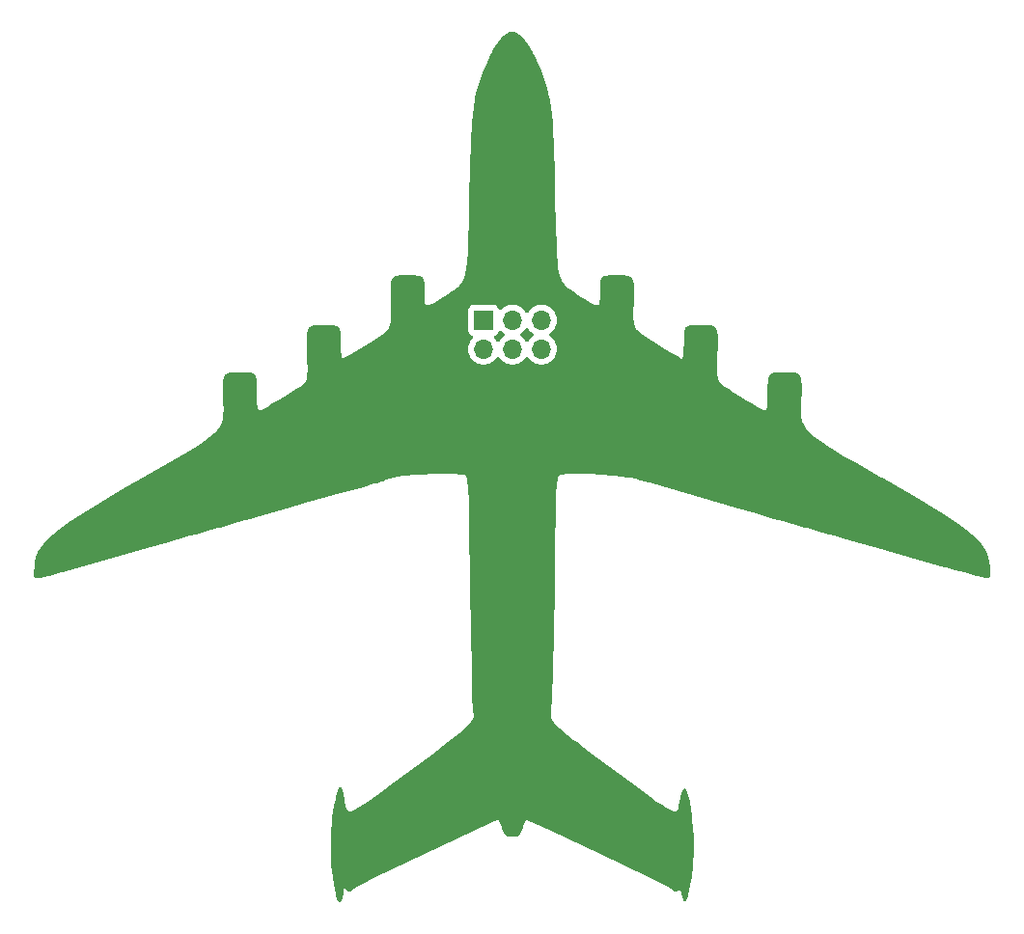
<source format=gbr>
G04 #@! TF.GenerationSoftware,KiCad,Pcbnew,(6.99.0-2452-gdb4f2d9dd8)*
G04 #@! TF.CreationDate,2022-07-29T13:50:10-05:00*
G04 #@! TF.ProjectId,an225,616e3232-352e-46b6-9963-61645f706362,rev?*
G04 #@! TF.SameCoordinates,Original*
G04 #@! TF.FileFunction,Copper,L1,Top*
G04 #@! TF.FilePolarity,Positive*
%FSLAX46Y46*%
G04 Gerber Fmt 4.6, Leading zero omitted, Abs format (unit mm)*
G04 Created by KiCad (PCBNEW (6.99.0-2452-gdb4f2d9dd8)) date 2022-07-29 13:50:10*
%MOMM*%
%LPD*%
G01*
G04 APERTURE LIST*
G04 #@! TA.AperFunction,ComponentPad*
%ADD10R,1.700000X1.700000*%
G04 #@! TD*
G04 #@! TA.AperFunction,ComponentPad*
%ADD11O,1.700000X1.700000*%
G04 #@! TD*
G04 APERTURE END LIST*
D10*
X117374999Y-71224999D03*
D11*
X117374999Y-73764999D03*
X119914999Y-71224999D03*
X119914999Y-73764999D03*
X122454999Y-71224999D03*
X122454999Y-73764999D03*
G04 #@! TA.AperFunction,NonConductor*
G36*
X118898439Y-72136388D02*
G01*
X118930755Y-72161638D01*
X118951526Y-72184201D01*
X118991760Y-72227906D01*
X118995879Y-72231112D01*
X119159362Y-72358357D01*
X119169424Y-72366189D01*
X119174005Y-72368668D01*
X119202680Y-72384186D01*
X119253071Y-72434199D01*
X119268423Y-72503516D01*
X119243863Y-72570129D01*
X119202681Y-72605813D01*
X119169424Y-72623811D01*
X119165313Y-72627010D01*
X119165311Y-72627012D01*
X119010861Y-72747227D01*
X118991760Y-72762094D01*
X118988228Y-72765931D01*
X118842806Y-72923899D01*
X118842803Y-72923903D01*
X118839278Y-72927732D01*
X118800121Y-72987666D01*
X118750483Y-73063643D01*
X118696479Y-73109732D01*
X118626132Y-73119307D01*
X118561774Y-73089330D01*
X118539517Y-73063643D01*
X118489879Y-72987666D01*
X118450722Y-72927732D01*
X118447197Y-72923903D01*
X118447194Y-72923899D01*
X118307525Y-72772180D01*
X118276104Y-72708515D01*
X118284091Y-72637969D01*
X118328949Y-72582940D01*
X118356191Y-72568787D01*
X118471204Y-72525889D01*
X118483536Y-72516658D01*
X118581050Y-72443659D01*
X118588261Y-72438261D01*
X118648348Y-72357995D01*
X118670489Y-72328418D01*
X118670490Y-72328416D01*
X118675889Y-72321204D01*
X118719998Y-72202944D01*
X118762545Y-72146108D01*
X118829065Y-72121297D01*
X118898439Y-72136388D01*
G37*
G04 #@! TD.AperFunction*
G04 #@! TA.AperFunction,NonConductor*
G36*
X121268226Y-71900670D02*
G01*
X121290483Y-71926357D01*
X121379278Y-72062268D01*
X121382803Y-72066097D01*
X121382806Y-72066101D01*
X121482332Y-72174213D01*
X121531760Y-72227906D01*
X121535879Y-72231112D01*
X121699362Y-72358357D01*
X121709424Y-72366189D01*
X121714005Y-72368668D01*
X121742680Y-72384186D01*
X121793071Y-72434199D01*
X121808423Y-72503516D01*
X121783863Y-72570129D01*
X121742681Y-72605813D01*
X121709424Y-72623811D01*
X121705313Y-72627010D01*
X121705311Y-72627012D01*
X121550861Y-72747227D01*
X121531760Y-72762094D01*
X121528228Y-72765931D01*
X121382806Y-72923899D01*
X121382803Y-72923903D01*
X121379278Y-72927732D01*
X121340121Y-72987666D01*
X121290483Y-73063643D01*
X121236479Y-73109732D01*
X121166132Y-73119307D01*
X121101774Y-73089330D01*
X121079517Y-73063643D01*
X121029879Y-72987666D01*
X120990722Y-72927732D01*
X120987197Y-72923903D01*
X120987194Y-72923899D01*
X120841772Y-72765931D01*
X120838240Y-72762094D01*
X120819139Y-72747227D01*
X120664689Y-72627012D01*
X120664687Y-72627010D01*
X120660576Y-72623811D01*
X120627320Y-72605814D01*
X120576929Y-72555801D01*
X120561577Y-72486484D01*
X120586137Y-72419871D01*
X120627320Y-72384186D01*
X120655995Y-72368668D01*
X120660576Y-72366189D01*
X120670639Y-72358357D01*
X120834121Y-72231112D01*
X120838240Y-72227906D01*
X120887668Y-72174213D01*
X120987194Y-72066101D01*
X120987197Y-72066097D01*
X120990722Y-72062268D01*
X121079517Y-71926357D01*
X121133521Y-71880268D01*
X121203868Y-71870693D01*
X121268226Y-71900670D01*
G37*
G04 #@! TD.AperFunction*
G04 #@! TA.AperFunction,NonConductor*
G36*
X120016696Y-45922015D02*
G01*
X120034142Y-45924499D01*
X120112046Y-45941220D01*
X120143739Y-45948022D01*
X120159707Y-45952569D01*
X120271187Y-45992419D01*
X120285112Y-45998362D01*
X120398933Y-46055258D01*
X120410648Y-46061920D01*
X120526819Y-46136472D01*
X120536436Y-46143300D01*
X120654821Y-46235977D01*
X120662617Y-46242607D01*
X120782974Y-46353709D01*
X120789254Y-46359928D01*
X120911314Y-46489592D01*
X120916376Y-46495307D01*
X121039919Y-46643600D01*
X121044013Y-46648785D01*
X121168847Y-46815694D01*
X121172177Y-46820364D01*
X121298174Y-47005869D01*
X121300901Y-47010061D01*
X121427972Y-47214127D01*
X121430224Y-47217888D01*
X121558267Y-47440408D01*
X121560140Y-47443780D01*
X121689212Y-47684872D01*
X121690782Y-47687904D01*
X121820757Y-47947339D01*
X121822082Y-47950065D01*
X121953047Y-48227978D01*
X121954045Y-48230149D01*
X122201187Y-48781470D01*
X122202277Y-48783973D01*
X122422241Y-49304594D01*
X122423645Y-49308061D01*
X122423907Y-49308738D01*
X122618141Y-49810192D01*
X122619772Y-49814650D01*
X122619777Y-49814663D01*
X122619778Y-49814667D01*
X122790695Y-50310870D01*
X122792355Y-50316051D01*
X122792358Y-50316060D01*
X122792358Y-50316061D01*
X122941658Y-50819194D01*
X122943165Y-50824731D01*
X123072756Y-51347679D01*
X123073983Y-51353151D01*
X123185682Y-51908735D01*
X123186591Y-51913784D01*
X123282162Y-52514842D01*
X123282781Y-52519234D01*
X123363919Y-53178376D01*
X123364313Y-53182014D01*
X123432702Y-53911801D01*
X123432940Y-53914693D01*
X123490270Y-54727566D01*
X123490407Y-54729785D01*
X123538379Y-55638153D01*
X123538455Y-55639801D01*
X123578792Y-56656102D01*
X123578833Y-56657284D01*
X123613257Y-57793637D01*
X123613285Y-57794725D01*
X123671382Y-60478174D01*
X123671388Y-60478429D01*
X123718908Y-62900182D01*
X123716573Y-62900228D01*
X123716575Y-62900249D01*
X123718907Y-62900185D01*
X123718910Y-62900294D01*
X123718912Y-62900377D01*
X123716583Y-62900433D01*
X123716584Y-62900451D01*
X123718913Y-62900379D01*
X123775650Y-64733512D01*
X123773956Y-64733564D01*
X123773957Y-64733603D01*
X123775648Y-64733518D01*
X123775653Y-64733618D01*
X123775656Y-64733705D01*
X123773963Y-64733763D01*
X123773964Y-64733800D01*
X123775658Y-64733710D01*
X123814281Y-65460400D01*
X123812828Y-65460477D01*
X123812841Y-65460714D01*
X123814294Y-65460598D01*
X123863378Y-66077235D01*
X123862036Y-66077342D01*
X123862064Y-66077591D01*
X123863399Y-66077431D01*
X123925665Y-66596367D01*
X123924576Y-66596498D01*
X123924618Y-66596756D01*
X123925695Y-66596562D01*
X124003861Y-67030154D01*
X124003132Y-67030285D01*
X124003150Y-67030364D01*
X124003858Y-67030175D01*
X124003878Y-67030250D01*
X124003892Y-67030327D01*
X124003171Y-67030458D01*
X124003189Y-67030537D01*
X124003904Y-67030345D01*
X124098558Y-67382995D01*
X124098559Y-67382998D01*
X124100691Y-67390940D01*
X124100476Y-67390998D01*
X124100493Y-67391049D01*
X124100690Y-67390972D01*
X124100718Y-67391044D01*
X124100735Y-67391106D01*
X124100530Y-67391162D01*
X124100545Y-67391208D01*
X124100751Y-67391127D01*
X124105247Y-67402544D01*
X124112898Y-67421972D01*
X124218878Y-67691087D01*
X124218882Y-67691122D01*
X124218913Y-67691176D01*
X124218937Y-67691238D01*
X124218962Y-67691264D01*
X124222798Y-67698053D01*
X124222800Y-67698058D01*
X124356344Y-67934427D01*
X124361146Y-67942926D01*
X124361156Y-67942963D01*
X124361193Y-67943011D01*
X124361224Y-67943065D01*
X124361255Y-67943089D01*
X124367023Y-67950453D01*
X124448603Y-68054608D01*
X124530212Y-68158801D01*
X124530226Y-68158833D01*
X124530272Y-68158877D01*
X124530313Y-68158930D01*
X124530345Y-68158948D01*
X124728077Y-68350360D01*
X124728792Y-68351052D01*
X124728594Y-68351256D01*
X124728634Y-68351291D01*
X124728805Y-68351075D01*
X124728862Y-68351120D01*
X124728915Y-68351171D01*
X124728724Y-68351370D01*
X124728764Y-68351405D01*
X124728940Y-68351181D01*
X124846586Y-68443420D01*
X124959598Y-68532026D01*
X124959082Y-68532685D01*
X124959148Y-68532731D01*
X124959610Y-68532043D01*
X124959677Y-68532088D01*
X124959739Y-68532136D01*
X124959232Y-68532791D01*
X124959297Y-68532837D01*
X124959758Y-68532141D01*
X125528747Y-68909538D01*
X125527572Y-68911310D01*
X125527605Y-68911332D01*
X125528749Y-68909541D01*
X125528821Y-68909587D01*
X125528907Y-68909644D01*
X125527733Y-68911416D01*
X125527767Y-68911439D01*
X125528912Y-68909645D01*
X126237967Y-69362129D01*
X126236177Y-69364933D01*
X126236379Y-69365051D01*
X126238135Y-69362235D01*
X126521958Y-69539289D01*
X126521946Y-69539307D01*
X126521951Y-69539309D01*
X126521961Y-69539292D01*
X126522025Y-69539330D01*
X126522121Y-69539390D01*
X126522127Y-69539391D01*
X126522177Y-69539421D01*
X126763452Y-69683137D01*
X126762646Y-69684491D01*
X126762705Y-69684523D01*
X126763459Y-69683145D01*
X126763543Y-69683191D01*
X126763614Y-69683233D01*
X126762815Y-69684583D01*
X126762872Y-69684614D01*
X126763623Y-69683234D01*
X126965894Y-69793266D01*
X126965470Y-69794046D01*
X126965540Y-69794081D01*
X126965905Y-69793278D01*
X126965971Y-69793308D01*
X126966050Y-69793351D01*
X126965629Y-69794125D01*
X126965702Y-69794161D01*
X126966070Y-69793353D01*
X127132712Y-69869253D01*
X127132507Y-69869704D01*
X127132567Y-69869729D01*
X127132730Y-69869269D01*
X127132809Y-69869297D01*
X127132873Y-69869326D01*
X127132671Y-69869771D01*
X127132729Y-69869794D01*
X127132894Y-69869327D01*
X127203858Y-69894325D01*
X127203749Y-69894634D01*
X127203964Y-69894699D01*
X127204046Y-69894382D01*
X127257187Y-69908074D01*
X127257188Y-69908074D01*
X127264676Y-69910003D01*
X127266086Y-69910367D01*
X127266094Y-69910369D01*
X127267396Y-69910704D01*
X127267421Y-69910718D01*
X127267487Y-69910727D01*
X127267557Y-69910745D01*
X127267588Y-69910741D01*
X127277678Y-69912105D01*
X127277679Y-69912106D01*
X127300445Y-69915184D01*
X127323762Y-69918337D01*
X127323798Y-69918351D01*
X127323854Y-69918350D01*
X127323916Y-69918358D01*
X127323957Y-69918347D01*
X127373388Y-69917167D01*
X127373441Y-69917175D01*
X127373488Y-69917164D01*
X127373535Y-69917163D01*
X127373583Y-69917142D01*
X127401257Y-69910719D01*
X127403054Y-69910302D01*
X127416712Y-69907132D01*
X127416772Y-69907127D01*
X127416806Y-69907110D01*
X127416844Y-69907101D01*
X127416895Y-69907065D01*
X127427284Y-69901793D01*
X127427285Y-69901793D01*
X127441839Y-69894407D01*
X127454138Y-69888166D01*
X127454198Y-69888146D01*
X127454225Y-69888122D01*
X127454257Y-69888106D01*
X127454298Y-69888058D01*
X127464182Y-69879402D01*
X127464184Y-69879401D01*
X127472441Y-69872169D01*
X127486079Y-69860226D01*
X127486126Y-69860197D01*
X127486150Y-69860163D01*
X127486184Y-69860134D01*
X127486210Y-69860081D01*
X127512950Y-69823274D01*
X127512983Y-69823245D01*
X127513006Y-69823198D01*
X127513039Y-69823152D01*
X127513050Y-69823106D01*
X127526978Y-69794263D01*
X127530675Y-69786608D01*
X127530675Y-69786607D01*
X127535183Y-69777272D01*
X127535205Y-69777246D01*
X127535225Y-69777186D01*
X127535254Y-69777125D01*
X127535256Y-69777090D01*
X127538414Y-69767435D01*
X127553214Y-69722174D01*
X127553400Y-69722235D01*
X127553457Y-69722028D01*
X127553266Y-69721986D01*
X127553304Y-69721817D01*
X127567482Y-69657928D01*
X127567491Y-69657913D01*
X127567502Y-69657838D01*
X127567521Y-69657753D01*
X127567525Y-69657735D01*
X127567518Y-69657734D01*
X127578418Y-69584477D01*
X127579401Y-69584623D01*
X127579411Y-69584540D01*
X127578427Y-69584460D01*
X127578434Y-69584374D01*
X127578445Y-69584298D01*
X127579423Y-69584440D01*
X127579433Y-69584358D01*
X127578441Y-69584281D01*
X127592026Y-69409766D01*
X127593031Y-69409844D01*
X127593044Y-69409596D01*
X127592036Y-69409570D01*
X127597490Y-69197600D01*
X127599447Y-69197650D01*
X127599447Y-69197593D01*
X127597493Y-69197593D01*
X127597493Y-69197484D01*
X127597495Y-69197408D01*
X127599449Y-69197459D01*
X127599450Y-69197404D01*
X127597493Y-69197403D01*
X127597737Y-68659355D01*
X127597740Y-68658593D01*
X127600195Y-68280876D01*
X127600682Y-68206026D01*
X127600771Y-68202044D01*
X127602416Y-68158940D01*
X127607602Y-68022995D01*
X127607977Y-68016963D01*
X127621095Y-67865599D01*
X127621904Y-67858580D01*
X127630970Y-67795562D01*
X127632038Y-67789272D01*
X127634518Y-67776620D01*
X127643186Y-67732388D01*
X127644950Y-67724683D01*
X127658011Y-67674861D01*
X127660812Y-67665631D01*
X127675694Y-67622599D01*
X127679938Y-67611929D01*
X127696497Y-67575256D01*
X127702579Y-67563480D01*
X127720761Y-67532403D01*
X127728921Y-67520157D01*
X127728930Y-67520146D01*
X127748917Y-67493647D01*
X127759041Y-67481822D01*
X127781445Y-67458711D01*
X127792991Y-67448192D01*
X127818805Y-67427454D01*
X127830930Y-67418840D01*
X127853115Y-67404973D01*
X127861316Y-67399847D01*
X127873126Y-67393318D01*
X127876765Y-67391554D01*
X127909171Y-67375842D01*
X127919984Y-67371210D01*
X127962510Y-67355298D01*
X127971939Y-67352188D01*
X128021462Y-67337994D01*
X128029389Y-67335999D01*
X128086249Y-67323645D01*
X128092771Y-67322408D01*
X128095456Y-67321972D01*
X128157087Y-67311964D01*
X128162316Y-67311229D01*
X128233321Y-67302763D01*
X128239187Y-67302203D01*
X128407140Y-67290141D01*
X128412149Y-67289882D01*
X128610242Y-67283619D01*
X128613533Y-67283558D01*
X128829597Y-67282394D01*
X129111176Y-67280877D01*
X129112129Y-67280875D01*
X129377440Y-67281451D01*
X129379356Y-67281470D01*
X129609239Y-67285466D01*
X129613905Y-67285634D01*
X129810457Y-67296345D01*
X129816421Y-67296812D01*
X129858304Y-67301096D01*
X129900500Y-67305412D01*
X129906047Y-67306105D01*
X129982545Y-67317401D01*
X129989601Y-67318649D01*
X130013797Y-67323645D01*
X130057758Y-67332722D01*
X130066477Y-67334849D01*
X130126375Y-67351740D01*
X130136767Y-67355163D01*
X130188877Y-67374881D01*
X130200732Y-67380079D01*
X130223119Y-67391298D01*
X130245615Y-67402572D01*
X130258399Y-67409946D01*
X130297081Y-67435387D01*
X130309875Y-67445020D01*
X130343639Y-67473980D01*
X130355404Y-67485486D01*
X130385484Y-67519021D01*
X130395368Y-67531555D01*
X130422647Y-67571057D01*
X130430272Y-67583603D01*
X130455146Y-67630491D01*
X130460599Y-67642183D01*
X130480696Y-67691751D01*
X130483055Y-67697570D01*
X130486737Y-67707928D01*
X130506603Y-67772629D01*
X130508962Y-67781434D01*
X130510764Y-67789286D01*
X130526052Y-67855917D01*
X130527497Y-67863199D01*
X130527908Y-67865643D01*
X130541713Y-67947828D01*
X130542566Y-67953769D01*
X130553905Y-68048775D01*
X130554383Y-68053550D01*
X130562927Y-68159192D01*
X130563176Y-68162983D01*
X130569039Y-68278887D01*
X130569181Y-68283068D01*
X130573823Y-68550758D01*
X130573835Y-68554312D01*
X130570426Y-68868156D01*
X130570379Y-68870473D01*
X130550806Y-69539330D01*
X130547501Y-69652273D01*
X130547097Y-69652261D01*
X130547096Y-69652263D01*
X130547501Y-69652274D01*
X130525644Y-70437405D01*
X130524464Y-70437372D01*
X130524462Y-70437598D01*
X130525641Y-70437602D01*
X130524685Y-70759950D01*
X130523078Y-70759945D01*
X130523079Y-70760010D01*
X130524681Y-70759960D01*
X130524684Y-70760056D01*
X130524684Y-70760140D01*
X130523079Y-70760140D01*
X130523079Y-70760202D01*
X130524687Y-70760148D01*
X130534222Y-71042818D01*
X130532925Y-71042862D01*
X130532931Y-71042947D01*
X130534217Y-71042834D01*
X130534225Y-71042925D01*
X130534228Y-71043003D01*
X130532938Y-71043053D01*
X130532943Y-71043135D01*
X130534234Y-71043016D01*
X130557144Y-71291314D01*
X130556312Y-71291391D01*
X130556344Y-71291636D01*
X130557169Y-71291509D01*
X130574528Y-71404334D01*
X130573240Y-71404532D01*
X130573285Y-71404791D01*
X130574562Y-71404529D01*
X130596343Y-71510749D01*
X130595269Y-71510969D01*
X130595286Y-71511044D01*
X130596341Y-71510764D01*
X130596363Y-71510847D01*
X130596380Y-71510930D01*
X130595311Y-71511149D01*
X130595328Y-71511223D01*
X130596388Y-71510942D01*
X130622949Y-71611221D01*
X130621880Y-71611504D01*
X130621904Y-71611582D01*
X130622948Y-71611238D01*
X130622975Y-71611320D01*
X130622996Y-71611398D01*
X130621935Y-71611684D01*
X130621958Y-71611761D01*
X130623006Y-71611411D01*
X130654709Y-71706415D01*
X130654020Y-71706645D01*
X130654106Y-71706877D01*
X130654778Y-71706600D01*
X130691983Y-71796990D01*
X130691340Y-71797255D01*
X130691439Y-71797481D01*
X130692064Y-71797170D01*
X130735132Y-71883606D01*
X130734157Y-71884092D01*
X130734202Y-71884172D01*
X130735135Y-71883627D01*
X130735180Y-71883704D01*
X130735213Y-71883769D01*
X130734249Y-71884258D01*
X130734291Y-71884334D01*
X130735226Y-71883780D01*
X130784519Y-71966933D01*
X130784037Y-71967219D01*
X130784164Y-71967418D01*
X130784625Y-71967098D01*
X130840501Y-72047621D01*
X130839834Y-72048084D01*
X130839984Y-72048286D01*
X130840618Y-72047779D01*
X130903440Y-72126341D01*
X130902413Y-72127162D01*
X130902472Y-72127232D01*
X130903445Y-72126356D01*
X130903499Y-72126416D01*
X130903553Y-72126483D01*
X130902534Y-72127305D01*
X130902594Y-72127375D01*
X130903568Y-72126491D01*
X130973695Y-72203750D01*
X130973691Y-72203754D01*
X130973762Y-72203823D01*
X130973818Y-72203885D01*
X130973831Y-72203891D01*
X131051627Y-72280510D01*
X131050874Y-72281275D01*
X131050920Y-72281319D01*
X131051633Y-72280522D01*
X131051699Y-72280581D01*
X131051760Y-72280641D01*
X131051010Y-72281404D01*
X131051055Y-72281447D01*
X131051771Y-72280646D01*
X131137600Y-72357291D01*
X131136971Y-72357995D01*
X131137165Y-72358158D01*
X131137751Y-72357418D01*
X131335090Y-72513541D01*
X131334336Y-72514495D01*
X131334399Y-72514541D01*
X131335098Y-72513553D01*
X131335163Y-72513599D01*
X131335233Y-72513654D01*
X131334486Y-72514605D01*
X131334550Y-72514652D01*
X131335248Y-72513658D01*
X131569062Y-72677816D01*
X131568326Y-72678864D01*
X131568525Y-72679003D01*
X131569225Y-72677926D01*
X131842306Y-72855355D01*
X131842396Y-72855414D01*
X131842400Y-72855419D01*
X131842488Y-72855473D01*
X131842557Y-72855518D01*
X131842562Y-72855519D01*
X132518716Y-73271796D01*
X132516802Y-73274905D01*
X132516832Y-73274918D01*
X132518718Y-73271799D01*
X133329548Y-73762193D01*
X133327666Y-73765304D01*
X133327688Y-73765314D01*
X133329549Y-73762195D01*
X133329668Y-73762266D01*
X133329716Y-73762295D01*
X133327851Y-73765382D01*
X133327871Y-73765391D01*
X133329717Y-73762295D01*
X134022251Y-74175292D01*
X134020449Y-74178314D01*
X134020480Y-74178327D01*
X134022252Y-74175294D01*
X134022329Y-74175339D01*
X134022418Y-74175392D01*
X134020633Y-74178390D01*
X134020664Y-74178403D01*
X134022421Y-74175392D01*
X134523311Y-74467651D01*
X134521943Y-74469995D01*
X134522158Y-74470110D01*
X134523482Y-74467749D01*
X134679010Y-74554984D01*
X134678304Y-74556242D01*
X134678530Y-74556361D01*
X134679184Y-74555077D01*
X134745278Y-74588736D01*
X134745280Y-74588736D01*
X134759288Y-74595870D01*
X134759345Y-74595908D01*
X134759374Y-74595914D01*
X134759402Y-74595928D01*
X134759474Y-74595934D01*
X134769034Y-74597837D01*
X134769035Y-74597838D01*
X134769195Y-74597869D01*
X134769332Y-74597896D01*
X134769337Y-74597896D01*
X134769469Y-74597869D01*
X134769634Y-74597836D01*
X134769635Y-74597835D01*
X134779098Y-74595883D01*
X134779180Y-74595870D01*
X134779189Y-74595864D01*
X134779201Y-74595862D01*
X134779277Y-74595811D01*
X134788772Y-74589992D01*
X134788824Y-74589969D01*
X134788847Y-74589945D01*
X134788882Y-74589924D01*
X134788923Y-74589868D01*
X134798239Y-74580338D01*
X134798274Y-74580315D01*
X134798306Y-74580269D01*
X134798347Y-74580227D01*
X134798363Y-74580187D01*
X134807513Y-74567026D01*
X134807537Y-74567006D01*
X134807572Y-74566940D01*
X134807610Y-74566886D01*
X134807616Y-74566859D01*
X134816595Y-74550150D01*
X134817135Y-74550440D01*
X134817166Y-74550376D01*
X134816612Y-74550133D01*
X134816648Y-74550051D01*
X134816680Y-74549991D01*
X134817214Y-74550276D01*
X134817243Y-74550217D01*
X134816682Y-74549973D01*
X134825482Y-74529799D01*
X134826366Y-74530185D01*
X134826460Y-74529947D01*
X134825556Y-74529616D01*
X134834166Y-74506059D01*
X134835083Y-74506394D01*
X134835107Y-74506317D01*
X134834177Y-74506045D01*
X134834201Y-74505963D01*
X134834228Y-74505889D01*
X134835138Y-74506221D01*
X134835162Y-74506145D01*
X134834227Y-74505872D01*
X134844693Y-74469995D01*
X134850874Y-74448809D01*
X134850883Y-74448796D01*
X134850901Y-74448716D01*
X134850925Y-74448634D01*
X134850923Y-74448621D01*
X134850930Y-74448586D01*
X134866641Y-74379107D01*
X134866642Y-74379106D01*
X134867825Y-74379374D01*
X134867835Y-74379323D01*
X134866645Y-74379100D01*
X134866657Y-74379036D01*
X134866681Y-74378928D01*
X134867861Y-74379190D01*
X134867873Y-74379130D01*
X134866679Y-74378914D01*
X134881366Y-74297700D01*
X134882461Y-74297898D01*
X134882496Y-74297667D01*
X134881397Y-74297505D01*
X134894956Y-74205315D01*
X134896587Y-74205555D01*
X134896593Y-74205509D01*
X134894960Y-74205308D01*
X134894974Y-74205194D01*
X134894984Y-74205125D01*
X134896615Y-74205361D01*
X134896622Y-74205317D01*
X134894983Y-74205120D01*
X134907313Y-74102687D01*
X134908821Y-74102868D01*
X134908825Y-74102835D01*
X134907316Y-74102681D01*
X134907327Y-74102573D01*
X134907336Y-74102495D01*
X134908845Y-74102669D01*
X134908849Y-74102639D01*
X134907335Y-74102490D01*
X134918341Y-73990554D01*
X134920235Y-73990740D01*
X134920253Y-73990507D01*
X134918359Y-73990357D01*
X134927941Y-73869649D01*
X134929421Y-73869767D01*
X134929433Y-73869545D01*
X134927955Y-73869452D01*
X134936014Y-73740711D01*
X134937751Y-73740820D01*
X134937752Y-73740790D01*
X134936016Y-73740706D01*
X134936022Y-73740582D01*
X134936026Y-73740516D01*
X134937759Y-73740621D01*
X134937761Y-73740595D01*
X134936025Y-73740513D01*
X134942465Y-73604471D01*
X134944283Y-73604557D01*
X134944279Y-73604333D01*
X134942472Y-73604273D01*
X134947194Y-73461673D01*
X134948653Y-73461721D01*
X134948654Y-73461700D01*
X134947195Y-73461670D01*
X134947197Y-73461572D01*
X134947200Y-73461479D01*
X134948656Y-73461526D01*
X134948656Y-73461505D01*
X134947199Y-73461476D01*
X134950103Y-73313046D01*
X134952987Y-73313102D01*
X134952988Y-73312868D01*
X134950105Y-73312849D01*
X134951097Y-73159138D01*
X134955994Y-73159170D01*
X134955994Y-73159165D01*
X134951096Y-73159136D01*
X134952116Y-72987475D01*
X134954053Y-72661658D01*
X134954128Y-72658035D01*
X134955322Y-72623811D01*
X134961012Y-72460691D01*
X134961327Y-72455147D01*
X134962934Y-72434869D01*
X134969063Y-72357485D01*
X134974572Y-72287943D01*
X134975255Y-72281465D01*
X134984503Y-72211142D01*
X134985401Y-72205352D01*
X134985405Y-72205334D01*
X134996805Y-72141694D01*
X134998298Y-72134563D01*
X135011738Y-72078473D01*
X135014130Y-72069850D01*
X135015316Y-72066101D01*
X135029560Y-72021047D01*
X135033227Y-72010967D01*
X135050503Y-71969110D01*
X135055862Y-71957764D01*
X135074893Y-71922182D01*
X135082261Y-71910094D01*
X135103102Y-71879868D01*
X135112530Y-71867829D01*
X135135620Y-71841771D01*
X135146737Y-71830699D01*
X135172913Y-71807694D01*
X135184964Y-71798334D01*
X135215383Y-71777533D01*
X135227462Y-71770231D01*
X135263263Y-71751241D01*
X135274570Y-71745944D01*
X135316694Y-71728701D01*
X135326708Y-71725089D01*
X135375817Y-71709691D01*
X135384367Y-71707338D01*
X135440828Y-71693920D01*
X135447884Y-71692456D01*
X135484238Y-71685997D01*
X135511846Y-71681092D01*
X135517593Y-71680207D01*
X135554079Y-71675449D01*
X135588309Y-71670985D01*
X135594726Y-71670314D01*
X135643428Y-71666488D01*
X135762670Y-71657120D01*
X135768183Y-71656808D01*
X135855247Y-71653796D01*
X135966461Y-71649950D01*
X135970028Y-71649877D01*
X136469093Y-71646935D01*
X136470056Y-71646933D01*
X136563839Y-71647147D01*
X136736042Y-71647541D01*
X136738056Y-71647562D01*
X136900253Y-71650525D01*
X136968437Y-71651771D01*
X136973328Y-71651956D01*
X137168795Y-71663152D01*
X137170192Y-71663232D01*
X137176458Y-71663748D01*
X137260501Y-71672786D01*
X137266361Y-71673556D01*
X137305256Y-71679595D01*
X137342719Y-71685412D01*
X137350117Y-71686788D01*
X137371953Y-71691530D01*
X137418091Y-71701550D01*
X137427182Y-71703882D01*
X137486865Y-71721585D01*
X137497640Y-71725320D01*
X137498784Y-71725775D01*
X137549487Y-71745963D01*
X137561669Y-71751582D01*
X137578118Y-71760260D01*
X137606397Y-71775179D01*
X137619332Y-71783031D01*
X137658015Y-71809822D01*
X137670757Y-71819924D01*
X137704725Y-71850624D01*
X137716203Y-71862452D01*
X137734816Y-71884334D01*
X137746636Y-71898229D01*
X137756093Y-71910874D01*
X137783788Y-71953206D01*
X137790950Y-71965649D01*
X137809385Y-72002379D01*
X137816178Y-72015913D01*
X137821234Y-72027376D01*
X137843933Y-72086655D01*
X137847300Y-72096690D01*
X137867275Y-72165723D01*
X137869412Y-72174202D01*
X137886501Y-72253502D01*
X137887803Y-72260497D01*
X137901911Y-72350331D01*
X137902671Y-72356008D01*
X137903444Y-72362988D01*
X137912380Y-72443659D01*
X137913822Y-72456682D01*
X137914241Y-72461211D01*
X137922319Y-72570129D01*
X137922535Y-72573038D01*
X137922751Y-72576651D01*
X137928312Y-72699324D01*
X137928429Y-72703304D01*
X137932300Y-72985879D01*
X137932301Y-72989247D01*
X137927993Y-73317606D01*
X137927957Y-73320322D01*
X137927910Y-73322486D01*
X137914436Y-73762296D01*
X137904009Y-74102687D01*
X137902661Y-74146677D01*
X137876439Y-74973193D01*
X137873491Y-74973099D01*
X137873494Y-74973130D01*
X137876438Y-74973216D01*
X137876433Y-74973388D01*
X137873515Y-74973303D01*
X137873518Y-74973334D01*
X137876434Y-74973391D01*
X137869818Y-75309957D01*
X137869816Y-75309961D01*
X137869816Y-75310054D01*
X137869814Y-75310149D01*
X137869816Y-75310153D01*
X137869383Y-75601801D01*
X137868158Y-75601799D01*
X137868159Y-75601844D01*
X137869380Y-75601810D01*
X137869383Y-75601919D01*
X137869383Y-75601993D01*
X137868160Y-75601993D01*
X137868160Y-75602034D01*
X137869385Y-75601999D01*
X137876526Y-75853300D01*
X137875167Y-75853339D01*
X137875179Y-75853597D01*
X137876536Y-75853496D01*
X137892641Y-76069005D01*
X137891884Y-76069062D01*
X137891914Y-76069309D01*
X137892663Y-76069201D01*
X137917470Y-76241957D01*
X137917470Y-76241958D01*
X137919126Y-76253490D01*
X137918728Y-76253547D01*
X137918740Y-76253606D01*
X137919122Y-76253513D01*
X137919139Y-76253583D01*
X137919150Y-76253660D01*
X137918760Y-76253716D01*
X137918772Y-76253777D01*
X137919163Y-76253682D01*
X137939104Y-76335945D01*
X137957372Y-76411309D01*
X137957371Y-76411341D01*
X137957395Y-76411405D01*
X137957411Y-76411470D01*
X137957429Y-76411495D01*
X138006546Y-76541127D01*
X138006547Y-76541131D01*
X138008778Y-76547018D01*
X138008680Y-76547055D01*
X138008694Y-76547087D01*
X138008780Y-76547044D01*
X138008810Y-76547103D01*
X138008837Y-76547174D01*
X138008747Y-76547208D01*
X138008763Y-76547244D01*
X138008857Y-76547196D01*
X138014194Y-76557668D01*
X138039854Y-76608020D01*
X138039203Y-76608352D01*
X138039238Y-76608414D01*
X138039857Y-76608038D01*
X138039894Y-76608099D01*
X138039934Y-76608177D01*
X138039290Y-76608507D01*
X138039326Y-76608572D01*
X138039950Y-76608191D01*
X138070642Y-76658475D01*
X138070643Y-76658476D01*
X138074748Y-76665201D01*
X138074535Y-76665331D01*
X138074565Y-76665375D01*
X138074756Y-76665229D01*
X138074798Y-76665284D01*
X138074836Y-76665345D01*
X138074632Y-76665472D01*
X138074663Y-76665516D01*
X138074860Y-76665363D01*
X138081660Y-76674092D01*
X138081662Y-76674095D01*
X138137950Y-76746344D01*
X138156658Y-76770357D01*
X138156672Y-76770390D01*
X138156719Y-76770436D01*
X138156759Y-76770487D01*
X138156789Y-76770504D01*
X138163931Y-76777463D01*
X138255905Y-76867076D01*
X138255861Y-76867121D01*
X138256013Y-76867256D01*
X138256052Y-76867206D01*
X138373874Y-76959908D01*
X138373298Y-76960640D01*
X138373363Y-76960688D01*
X138373884Y-76959923D01*
X138373950Y-76959968D01*
X138374014Y-76960018D01*
X138373444Y-76960747D01*
X138373510Y-76960795D01*
X138374032Y-76960023D01*
X138511861Y-77053352D01*
X138511888Y-77053385D01*
X138511961Y-77053425D01*
X138512029Y-77053466D01*
X138512107Y-77053519D01*
X138512121Y-77053522D01*
X138512269Y-77053612D01*
X138854012Y-77260704D01*
X138852456Y-77263272D01*
X138852655Y-77263353D01*
X138854181Y-77260806D01*
X139337897Y-77550701D01*
X139338625Y-77551141D01*
X139889639Y-77887405D01*
X139890344Y-77887839D01*
X140441274Y-78229046D01*
X140442086Y-78229553D01*
X140925021Y-78533956D01*
X140925096Y-78534003D01*
X141387734Y-78827090D01*
X141386717Y-78828696D01*
X141386764Y-78828726D01*
X141387738Y-78827096D01*
X141387830Y-78827151D01*
X141387896Y-78827193D01*
X141387901Y-78827194D01*
X141387984Y-78827244D01*
X141574155Y-78938903D01*
X141573497Y-78940000D01*
X141573550Y-78940030D01*
X141574161Y-78938910D01*
X141574227Y-78938946D01*
X141574314Y-78938998D01*
X141573660Y-78940092D01*
X141573716Y-78940124D01*
X141574326Y-78939000D01*
X141733413Y-79025379D01*
X141732769Y-79026565D01*
X141732847Y-79026603D01*
X141733423Y-79025390D01*
X141733503Y-79025428D01*
X141733575Y-79025467D01*
X141732935Y-79026648D01*
X141733012Y-79026686D01*
X141733589Y-79025468D01*
X141803536Y-79058627D01*
X141803055Y-79059642D01*
X141803122Y-79059671D01*
X141803546Y-79058637D01*
X141803624Y-79058669D01*
X141803702Y-79058706D01*
X141803223Y-79059717D01*
X141803289Y-79059747D01*
X141803716Y-79058707D01*
X141867673Y-79084944D01*
X141867458Y-79085468D01*
X141867681Y-79085551D01*
X141867858Y-79085012D01*
X141926098Y-79104133D01*
X141925955Y-79104569D01*
X141926018Y-79104586D01*
X141926118Y-79104147D01*
X141926188Y-79104163D01*
X141926262Y-79104187D01*
X141926123Y-79104615D01*
X141926188Y-79104633D01*
X141926288Y-79104185D01*
X141968686Y-79113668D01*
X141968687Y-79113668D01*
X141979083Y-79115993D01*
X141979112Y-79116008D01*
X141979176Y-79116014D01*
X141979244Y-79116029D01*
X141979278Y-79116023D01*
X141989044Y-79116904D01*
X141989045Y-79116905D01*
X142006060Y-79118440D01*
X142026900Y-79120321D01*
X142026940Y-79120334D01*
X142026994Y-79120330D01*
X142027053Y-79120335D01*
X142027096Y-79120322D01*
X142040507Y-79119251D01*
X142057780Y-79117872D01*
X142057784Y-79117871D01*
X142069821Y-79116910D01*
X142069870Y-79116915D01*
X142069911Y-79116903D01*
X142069960Y-79116899D01*
X142070010Y-79116873D01*
X142108094Y-79105551D01*
X142108156Y-79105543D01*
X142108193Y-79105522D01*
X142108229Y-79105511D01*
X142108273Y-79105476D01*
X142120311Y-79098536D01*
X142130397Y-79092722D01*
X142130399Y-79092720D01*
X142141988Y-79086039D01*
X142142045Y-79086018D01*
X142142077Y-79085988D01*
X142142110Y-79085969D01*
X142142144Y-79085926D01*
X142152438Y-79076279D01*
X142163401Y-79066004D01*
X142163402Y-79066003D01*
X142171748Y-79058181D01*
X142171790Y-79058154D01*
X142171818Y-79058115D01*
X142171854Y-79058081D01*
X142171876Y-79058034D01*
X142197628Y-79021795D01*
X142197659Y-79021767D01*
X142197686Y-79021713D01*
X142197719Y-79021666D01*
X142197728Y-79021627D01*
X142219900Y-78976688D01*
X142219922Y-78976664D01*
X142219946Y-78976596D01*
X142219975Y-78976537D01*
X142219977Y-78976507D01*
X142238840Y-78922673D01*
X142238859Y-78922647D01*
X142238857Y-78922647D01*
X142238859Y-78922639D01*
X142238876Y-78922572D01*
X142238901Y-78922501D01*
X142238900Y-78922477D01*
X142254725Y-78859531D01*
X142255503Y-78859727D01*
X142255556Y-78859481D01*
X142254766Y-78859338D01*
X142267818Y-78787081D01*
X142269276Y-78787344D01*
X142269288Y-78787266D01*
X142267824Y-78787071D01*
X142267834Y-78786996D01*
X142267851Y-78786900D01*
X142269306Y-78787158D01*
X142269319Y-78787076D01*
X142267848Y-78786886D01*
X142278393Y-78705119D01*
X142279817Y-78705303D01*
X142279842Y-78705052D01*
X142278414Y-78704922D01*
X142286718Y-78613436D01*
X142288162Y-78613567D01*
X142288182Y-78613314D01*
X142286732Y-78613239D01*
X142297688Y-78400135D01*
X142299232Y-78400214D01*
X142299242Y-78399969D01*
X142297696Y-78399938D01*
X142302877Y-78145562D01*
X142305180Y-78145609D01*
X142305176Y-78145370D01*
X142302879Y-78145364D01*
X142304461Y-77506046D01*
X142304463Y-77505699D01*
X142305744Y-77260704D01*
X142307427Y-76938859D01*
X142307483Y-76935693D01*
X142308118Y-76915022D01*
X142314423Y-76709571D01*
X142314669Y-76704683D01*
X142317402Y-76665472D01*
X142328051Y-76512669D01*
X142328580Y-76506956D01*
X142331455Y-76482113D01*
X142338033Y-76425255D01*
X142338734Y-76420121D01*
X142350416Y-76346009D01*
X142351583Y-76339673D01*
X142365470Y-76273808D01*
X142367367Y-76266039D01*
X142383426Y-76208301D01*
X142386385Y-76199056D01*
X142404543Y-76149054D01*
X142408967Y-76138416D01*
X142429074Y-76095684D01*
X142435354Y-76083982D01*
X142435357Y-76083978D01*
X142444255Y-76069309D01*
X142457365Y-76047696D01*
X142465726Y-76035572D01*
X142489863Y-76004613D01*
X142500178Y-75992948D01*
X142527029Y-75966125D01*
X142538752Y-75955786D01*
X142569345Y-75932008D01*
X142581612Y-75923586D01*
X142617121Y-75902178D01*
X142629024Y-75895844D01*
X142670554Y-75876522D01*
X142681392Y-75872080D01*
X142729762Y-75854844D01*
X142739184Y-75851898D01*
X142794918Y-75836841D01*
X142802804Y-75834981D01*
X142866175Y-75822183D01*
X142872622Y-75821055D01*
X142942719Y-75810664D01*
X142949988Y-75809801D01*
X143117528Y-75794840D01*
X143123784Y-75794438D01*
X143255583Y-75789255D01*
X143321941Y-75786646D01*
X143326031Y-75786552D01*
X143825891Y-75783204D01*
X143826939Y-75783201D01*
X143909366Y-75783396D01*
X144093452Y-75783831D01*
X144095533Y-75783853D01*
X144291459Y-75787553D01*
X144326361Y-75788212D01*
X144331424Y-75788410D01*
X144418544Y-75793570D01*
X144528486Y-75800082D01*
X144534964Y-75800634D01*
X144618947Y-75809975D01*
X144625000Y-75810798D01*
X144701270Y-75823049D01*
X144708913Y-75824520D01*
X144776696Y-75839753D01*
X144786059Y-75842239D01*
X144845534Y-75860504D01*
X144856566Y-75864463D01*
X144908171Y-75885747D01*
X144920577Y-75891676D01*
X144939792Y-75902183D01*
X144965092Y-75916019D01*
X144978163Y-75924245D01*
X145016738Y-75951966D01*
X145029443Y-75962419D01*
X145032867Y-75965633D01*
X145063395Y-75994290D01*
X145074689Y-76006383D01*
X145105203Y-76043698D01*
X145105204Y-76043699D01*
X145114382Y-76056474D01*
X145142163Y-76100731D01*
X145149020Y-76113157D01*
X145174282Y-76165741D01*
X145179059Y-76177070D01*
X145201701Y-76239053D01*
X145204847Y-76248903D01*
X145224642Y-76320946D01*
X145226613Y-76329199D01*
X145243420Y-76411859D01*
X145244606Y-76418643D01*
X145258327Y-76512130D01*
X145259013Y-76517642D01*
X145266024Y-76586381D01*
X145268249Y-76608191D01*
X145269688Y-76622304D01*
X145270060Y-76626715D01*
X145276213Y-76719136D01*
X145277791Y-76742846D01*
X145277974Y-76746332D01*
X145282652Y-76867196D01*
X145282901Y-76873641D01*
X145282990Y-76877469D01*
X145285207Y-77151340D01*
X145285362Y-77170528D01*
X145285346Y-77173779D01*
X145283746Y-77263353D01*
X145279214Y-77517055D01*
X145279158Y-77519186D01*
X145249444Y-78373048D01*
X145249434Y-78373329D01*
X145249432Y-78373383D01*
X145233865Y-78826281D01*
X145233736Y-78830039D01*
X145231164Y-78829951D01*
X145231162Y-78830015D01*
X145233733Y-78830045D01*
X145233732Y-78830132D01*
X145233729Y-78830229D01*
X145231159Y-78830150D01*
X145231157Y-78830217D01*
X145233732Y-78830236D01*
X145230678Y-79236093D01*
X145229651Y-79236085D01*
X145229655Y-79236325D01*
X145230681Y-79236290D01*
X145237123Y-79423078D01*
X145235495Y-79423134D01*
X145235498Y-79423210D01*
X145237119Y-79423089D01*
X145237126Y-79423183D01*
X145237129Y-79423266D01*
X145235503Y-79423325D01*
X145235506Y-79423398D01*
X145237133Y-79423275D01*
X145250603Y-79600992D01*
X145249459Y-79601079D01*
X145249466Y-79601149D01*
X145250599Y-79601007D01*
X145250611Y-79601103D01*
X145250617Y-79601178D01*
X145249477Y-79601269D01*
X145249483Y-79601335D01*
X145250622Y-79601189D01*
X145272415Y-79771060D01*
X145272005Y-79771113D01*
X145271986Y-79771342D01*
X145272445Y-79771254D01*
X145303847Y-79934503D01*
X145302883Y-79934688D01*
X145302902Y-79934772D01*
X145303844Y-79934523D01*
X145303867Y-79934610D01*
X145303881Y-79934681D01*
X145302923Y-79934870D01*
X145302941Y-79934949D01*
X145303890Y-79934695D01*
X145346193Y-80092539D01*
X145345727Y-80092664D01*
X145345797Y-80092888D01*
X145346251Y-80092727D01*
X145400745Y-80246388D01*
X145400156Y-80246597D01*
X145400182Y-80246660D01*
X145400746Y-80246408D01*
X145400775Y-80246473D01*
X145400804Y-80246554D01*
X145400223Y-80246762D01*
X145400250Y-80246829D01*
X145400820Y-80246572D01*
X145468794Y-80397266D01*
X145467963Y-80397641D01*
X145468002Y-80397720D01*
X145468796Y-80397287D01*
X145468832Y-80397353D01*
X145468866Y-80397427D01*
X145468044Y-80397804D01*
X145468084Y-80397885D01*
X145468882Y-80397442D01*
X145551391Y-80545965D01*
X145551630Y-80546396D01*
X145551634Y-80546417D01*
X145551679Y-80546484D01*
X145551680Y-80546486D01*
X145551716Y-80546551D01*
X145551166Y-80546855D01*
X145551202Y-80546915D01*
X145551731Y-80546563D01*
X145650546Y-80694997D01*
X145649922Y-80695412D01*
X145649963Y-80695468D01*
X145650551Y-80695014D01*
X145650595Y-80695071D01*
X145650644Y-80695144D01*
X145650027Y-80695558D01*
X145650069Y-80695617D01*
X145650661Y-80695156D01*
X145766828Y-80844285D01*
X145766340Y-80844665D01*
X145766492Y-80844848D01*
X145766954Y-80844436D01*
X145901771Y-80995486D01*
X145900995Y-80996179D01*
X145901045Y-80996231D01*
X145901777Y-80995499D01*
X145901833Y-80995555D01*
X145901893Y-80995622D01*
X145901123Y-80996311D01*
X145901175Y-80996365D01*
X145901908Y-80995629D01*
X146056663Y-81149817D01*
X146055677Y-81150807D01*
X146055871Y-81150990D01*
X146056806Y-81149952D01*
X146232794Y-81308501D01*
X146231900Y-81309493D01*
X146231950Y-81309536D01*
X146232799Y-81308510D01*
X146232863Y-81308563D01*
X146232933Y-81308626D01*
X146232043Y-81309615D01*
X146232093Y-81309659D01*
X146232944Y-81308630D01*
X146431457Y-81472761D01*
X146430538Y-81473872D01*
X146430733Y-81474027D01*
X146431612Y-81472884D01*
X146653941Y-81643814D01*
X146652897Y-81645172D01*
X146652940Y-81645202D01*
X146653945Y-81643820D01*
X146654011Y-81643868D01*
X146654092Y-81643930D01*
X146653054Y-81645286D01*
X146653098Y-81645317D01*
X146654100Y-81643932D01*
X146901538Y-81822885D01*
X146900205Y-81824729D01*
X146900250Y-81824759D01*
X146901542Y-81822891D01*
X146901623Y-81822947D01*
X146901694Y-81822998D01*
X146900371Y-81824841D01*
X146900414Y-81824870D01*
X146901700Y-81822999D01*
X147175541Y-82011197D01*
X147174614Y-82012546D01*
X147174806Y-82012671D01*
X147175705Y-82011307D01*
X147477240Y-82209967D01*
X147476365Y-82211296D01*
X147476558Y-82211426D01*
X147477406Y-82210075D01*
X148168891Y-82643772D01*
X148168243Y-82644805D01*
X148168411Y-82644920D01*
X148169043Y-82643868D01*
X148169056Y-82643876D01*
X148169059Y-82643877D01*
X148169104Y-82643904D01*
X148986828Y-83134076D01*
X148985624Y-83136084D01*
X148985651Y-83136102D01*
X148986829Y-83134078D01*
X148986884Y-83134110D01*
X148986994Y-83134176D01*
X148985783Y-83136194D01*
X148985811Y-83136213D01*
X148986998Y-83134177D01*
X149941374Y-83690641D01*
X149939563Y-83693748D01*
X149939590Y-83693759D01*
X149941375Y-83690643D01*
X149941464Y-83690694D01*
X149941543Y-83690740D01*
X149939748Y-83693823D01*
X149939774Y-83693834D01*
X149941545Y-83690740D01*
X152246585Y-85010129D01*
X152301262Y-85041426D01*
X152301628Y-85041636D01*
X155123858Y-86669652D01*
X155124239Y-86669872D01*
X155126250Y-86671057D01*
X157336865Y-88001749D01*
X157336961Y-88001807D01*
X157339729Y-88003523D01*
X157492806Y-88101176D01*
X158237138Y-88576014D01*
X158239884Y-88577817D01*
X159011257Y-89098995D01*
X159014933Y-89101577D01*
X159626567Y-89547923D01*
X159668631Y-89578620D01*
X159673538Y-89582389D01*
X160008626Y-89853149D01*
X160218409Y-90022659D01*
X160224676Y-90028073D01*
X160275842Y-90075300D01*
X160669604Y-90438749D01*
X160677225Y-90446414D01*
X161031458Y-90834680D01*
X161040044Y-90845173D01*
X161250046Y-91132020D01*
X161313243Y-91218343D01*
X161321839Y-91231799D01*
X161524248Y-91597948D01*
X161531544Y-91613593D01*
X161602082Y-91796643D01*
X161673419Y-91981769D01*
X161678387Y-91997755D01*
X161769311Y-92377767D01*
X161771857Y-92391944D01*
X161820458Y-92793412D01*
X161821301Y-92804352D01*
X161835795Y-93238653D01*
X161835840Y-93240354D01*
X161837403Y-93319052D01*
X161837401Y-93319058D01*
X161837405Y-93319131D01*
X161837405Y-93319135D01*
X161837407Y-93319241D01*
X161835609Y-93319275D01*
X161835613Y-93319340D01*
X161837411Y-93319249D01*
X161841171Y-93393857D01*
X161838906Y-93393971D01*
X161838908Y-93393997D01*
X161841170Y-93393860D01*
X161841177Y-93393976D01*
X161841181Y-93394052D01*
X161838919Y-93394171D01*
X161838920Y-93394194D01*
X161841182Y-93394054D01*
X161849350Y-93526154D01*
X161849541Y-93530438D01*
X161849803Y-93539921D01*
X161850999Y-93583312D01*
X161850960Y-93591465D01*
X161849385Y-93633829D01*
X161848106Y-93647653D01*
X161843188Y-93680777D01*
X161840080Y-93695549D01*
X161837899Y-93703514D01*
X161833909Y-93715638D01*
X161831202Y-93722646D01*
X161825077Y-93736098D01*
X161822743Y-93740513D01*
X161814081Y-93754588D01*
X161812108Y-93757367D01*
X161801037Y-93770870D01*
X161798948Y-93773085D01*
X161785961Y-93785052D01*
X161782735Y-93787631D01*
X161768954Y-93797217D01*
X161763329Y-93800597D01*
X161749742Y-93807674D01*
X161740575Y-93811761D01*
X161727994Y-93816579D01*
X161714516Y-93820929D01*
X161703358Y-93823972D01*
X161685093Y-93828063D01*
X161675474Y-93829828D01*
X161652228Y-93833168D01*
X161644078Y-93834069D01*
X161617338Y-93836147D01*
X161607475Y-93836526D01*
X161543830Y-93836473D01*
X161534082Y-93836465D01*
X161524420Y-93836086D01*
X161498490Y-93834070D01*
X161432801Y-93828963D01*
X161425971Y-93828243D01*
X161313831Y-93813337D01*
X161308932Y-93812588D01*
X161220182Y-93797217D01*
X161175494Y-93789477D01*
X161171961Y-93788813D01*
X161016337Y-93757222D01*
X161013793Y-93756677D01*
X160834868Y-93716378D01*
X160832946Y-93715929D01*
X160629512Y-93666712D01*
X160628063Y-93666352D01*
X160398857Y-93608015D01*
X160397775Y-93607735D01*
X160141420Y-93540063D01*
X160140305Y-93539763D01*
X159543215Y-93376277D01*
X159540280Y-93375473D01*
X159539419Y-93375234D01*
X159538808Y-93375062D01*
X158814335Y-93171120D01*
X158813954Y-93170897D01*
X158813924Y-93171004D01*
X157951497Y-92925070D01*
X157951399Y-92925042D01*
X157519884Y-92801613D01*
X155770796Y-92301311D01*
X155771867Y-92297568D01*
X155771857Y-92297567D01*
X155770795Y-92301310D01*
X151650334Y-91132020D01*
X151650333Y-91132019D01*
X151650268Y-91132001D01*
X151650172Y-91131974D01*
X151650741Y-91129973D01*
X151650700Y-91129959D01*
X151650143Y-91131966D01*
X149791282Y-90616068D01*
X149791715Y-90614508D01*
X149791650Y-90614491D01*
X149791274Y-90616062D01*
X149791182Y-90616040D01*
X149791099Y-90616017D01*
X149791531Y-90614460D01*
X149791466Y-90614442D01*
X149791090Y-90616018D01*
X149715231Y-90597907D01*
X149712186Y-90597139D01*
X149589047Y-90564443D01*
X149587309Y-90563969D01*
X149222685Y-90461552D01*
X149219696Y-90460712D01*
X149218568Y-90460389D01*
X149154628Y-90441780D01*
X148737180Y-90320287D01*
X148736517Y-90320092D01*
X148193374Y-90158046D01*
X148194617Y-90153878D01*
X148194615Y-90153878D01*
X148193373Y-90158045D01*
X147649014Y-89995764D01*
X147650108Y-89992094D01*
X147650077Y-89992090D01*
X147649011Y-89995762D01*
X147164278Y-89855018D01*
X147164821Y-89853149D01*
X147164614Y-89853078D01*
X147164087Y-89854963D01*
X146791948Y-89750886D01*
X146792501Y-89748907D01*
X146792260Y-89748842D01*
X146791756Y-89750835D01*
X146584806Y-89698448D01*
X146585386Y-89696157D01*
X146585345Y-89696148D01*
X146584803Y-89698446D01*
X146584714Y-89698425D01*
X146584619Y-89698401D01*
X146585196Y-89696117D01*
X146585155Y-89696109D01*
X146584615Y-89698402D01*
X146507854Y-89680332D01*
X146504760Y-89679562D01*
X146383207Y-89647606D01*
X146381375Y-89647109D01*
X146023489Y-89547160D01*
X146022249Y-89546807D01*
X145790772Y-89479599D01*
X145557461Y-89411859D01*
X145556731Y-89411644D01*
X145035969Y-89256229D01*
X145036905Y-89253092D01*
X145036902Y-89253092D01*
X145035968Y-89256228D01*
X144501014Y-89096859D01*
X144502047Y-89093391D01*
X144502015Y-89093387D01*
X144501011Y-89096856D01*
X143997752Y-88951217D01*
X143997933Y-88950592D01*
X143997735Y-88950541D01*
X143997561Y-88951163D01*
X143582735Y-88835407D01*
X143583429Y-88832920D01*
X143583390Y-88832910D01*
X143582731Y-88835404D01*
X143582644Y-88835381D01*
X143582549Y-88835355D01*
X143583229Y-88832870D01*
X143583189Y-88832860D01*
X143582544Y-88835356D01*
X143313099Y-88765678D01*
X143311844Y-88765347D01*
X143311213Y-88765177D01*
X142894667Y-88652866D01*
X142893086Y-88652427D01*
X142075500Y-88419989D01*
X142074929Y-88419825D01*
X140974847Y-88101291D01*
X140974443Y-88101174D01*
X139709920Y-87730453D01*
X139710967Y-87726882D01*
X139710951Y-87726875D01*
X139709918Y-87730453D01*
X131917625Y-85481596D01*
X131917622Y-85481595D01*
X131915171Y-85480888D01*
X131915147Y-85480874D01*
X131915085Y-85480864D01*
X131915013Y-85480843D01*
X131914980Y-85480847D01*
X131888030Y-85476431D01*
X131879889Y-85475097D01*
X131875554Y-85474308D01*
X131839049Y-85467007D01*
X131834645Y-85466044D01*
X131746871Y-85445198D01*
X131743441Y-85444332D01*
X131641829Y-85417164D01*
X131640256Y-85416733D01*
X131525900Y-85384566D01*
X131527063Y-85380431D01*
X131527060Y-85380430D01*
X131525899Y-85384565D01*
X131266622Y-85311781D01*
X131266914Y-85310740D01*
X131266709Y-85310681D01*
X131266432Y-85311729D01*
X131124928Y-85274314D01*
X131124930Y-85274307D01*
X131124794Y-85274279D01*
X131124742Y-85274265D01*
X131124741Y-85274265D01*
X131124737Y-85274264D01*
X131124736Y-85274266D01*
X131122532Y-85273727D01*
X131124868Y-85273727D01*
X131125198Y-85272484D01*
X131125173Y-85272478D01*
X131124868Y-85273727D01*
X131122532Y-85273727D01*
X130980545Y-85238996D01*
X130980071Y-85238880D01*
X130973338Y-85237033D01*
X130707113Y-85156044D01*
X130707389Y-85155138D01*
X130707314Y-85155119D01*
X130707100Y-85156035D01*
X130707023Y-85156017D01*
X130706941Y-85155992D01*
X130706924Y-85155994D01*
X130383180Y-85080004D01*
X130383607Y-85078184D01*
X130383521Y-85078166D01*
X130383170Y-85079997D01*
X130383076Y-85079979D01*
X130382998Y-85079961D01*
X130383417Y-85078144D01*
X130383334Y-85078127D01*
X130382988Y-85079963D01*
X130012383Y-85010146D01*
X130012710Y-85008410D01*
X130012655Y-85008401D01*
X130012376Y-85010142D01*
X130012295Y-85010129D01*
X130012197Y-85010111D01*
X130012515Y-85008378D01*
X130012458Y-85008369D01*
X130012188Y-85010113D01*
X129602096Y-84946647D01*
X129602366Y-84944901D01*
X129602297Y-84944890D01*
X129602088Y-84946642D01*
X129601996Y-84946631D01*
X129601911Y-84946618D01*
X129602178Y-84944872D01*
X129602109Y-84944861D01*
X129601902Y-84946620D01*
X128692584Y-84839420D01*
X128692794Y-84837637D01*
X128692723Y-84837631D01*
X128692576Y-84839416D01*
X128692491Y-84839409D01*
X128692397Y-84839398D01*
X128692605Y-84837621D01*
X128692533Y-84837615D01*
X128692388Y-84839401D01*
X127713653Y-84759715D01*
X127713769Y-84758288D01*
X127713722Y-84758285D01*
X127713646Y-84759712D01*
X127713552Y-84759707D01*
X127713464Y-84759700D01*
X127713577Y-84758275D01*
X127713530Y-84758272D01*
X127713457Y-84759702D01*
X126724333Y-84708932D01*
X126724423Y-84707176D01*
X126724175Y-84707169D01*
X126724137Y-84708924D01*
X125783644Y-84688468D01*
X125783683Y-84686688D01*
X125783615Y-84686689D01*
X125783636Y-84688465D01*
X125783553Y-84688466D01*
X125783456Y-84688464D01*
X125783493Y-84686690D01*
X125783423Y-84686691D01*
X125783447Y-84688468D01*
X124950618Y-84699725D01*
X124950602Y-84698577D01*
X124950363Y-84698589D01*
X124950420Y-84699733D01*
X124592921Y-84717686D01*
X124592855Y-84716366D01*
X124592612Y-84716386D01*
X124592724Y-84717699D01*
X124289188Y-84743680D01*
X124279203Y-84744137D01*
X124233838Y-84744411D01*
X124233831Y-84743247D01*
X124233588Y-84743251D01*
X124233640Y-84744415D01*
X124186470Y-84746531D01*
X124186457Y-84746527D01*
X124186380Y-84746535D01*
X124186289Y-84746539D01*
X124186275Y-84746546D01*
X124186216Y-84746552D01*
X124163910Y-84748840D01*
X124163790Y-84747670D01*
X124163715Y-84747680D01*
X124163894Y-84748837D01*
X124163810Y-84748850D01*
X124163725Y-84748859D01*
X124163602Y-84747695D01*
X124163528Y-84747705D01*
X124163712Y-84748866D01*
X124142079Y-84752290D01*
X124141937Y-84751390D01*
X124141861Y-84751405D01*
X124142062Y-84752287D01*
X124141983Y-84752305D01*
X124141901Y-84752318D01*
X124141759Y-84751424D01*
X124141683Y-84751438D01*
X124141886Y-84752327D01*
X124120967Y-84757106D01*
X124120859Y-84756633D01*
X124120632Y-84756695D01*
X124120777Y-84757157D01*
X124100550Y-84763520D01*
X124100454Y-84763216D01*
X124100243Y-84763293D01*
X124100366Y-84763587D01*
X124080823Y-84771756D01*
X124080686Y-84771428D01*
X124080632Y-84771453D01*
X124080796Y-84771759D01*
X124080727Y-84771796D01*
X124080663Y-84771823D01*
X124080528Y-84771503D01*
X124080477Y-84771528D01*
X124080646Y-84771840D01*
X124061766Y-84782045D01*
X124061666Y-84781860D01*
X124061626Y-84781885D01*
X124061739Y-84782051D01*
X124061676Y-84782094D01*
X124061615Y-84782127D01*
X124061520Y-84781951D01*
X124061481Y-84781974D01*
X124061599Y-84782147D01*
X124043369Y-84794616D01*
X124043290Y-84794500D01*
X124043123Y-84794627D01*
X124043214Y-84794734D01*
X124025621Y-84809691D01*
X124025596Y-84809702D01*
X124025544Y-84809757D01*
X124025489Y-84809803D01*
X124025477Y-84809826D01*
X124025426Y-84809879D01*
X124025425Y-84809880D01*
X124024998Y-84810325D01*
X124008503Y-84827501D01*
X124008304Y-84827310D01*
X124008158Y-84827478D01*
X124008374Y-84827649D01*
X123992007Y-84848267D01*
X123991502Y-84847867D01*
X123991458Y-84847927D01*
X123991987Y-84848280D01*
X123991941Y-84848349D01*
X123991896Y-84848406D01*
X123991396Y-84848011D01*
X123991353Y-84848070D01*
X123991890Y-84848426D01*
X123976110Y-84872220D01*
X123975434Y-84871772D01*
X123975394Y-84871836D01*
X123976095Y-84872232D01*
X123976056Y-84872301D01*
X123976012Y-84872368D01*
X123975339Y-84871926D01*
X123975299Y-84871991D01*
X123976008Y-84872387D01*
X123960802Y-84899583D01*
X123959899Y-84899078D01*
X123959862Y-84899150D01*
X123960791Y-84899593D01*
X123960759Y-84899660D01*
X123960715Y-84899739D01*
X123959817Y-84899239D01*
X123959778Y-84899314D01*
X123960713Y-84899758D01*
X123946067Y-84930580D01*
X123945215Y-84930175D01*
X123945111Y-84930405D01*
X123945987Y-84930761D01*
X123931886Y-84965444D01*
X123931877Y-84965454D01*
X123931847Y-84965540D01*
X123931816Y-84965616D01*
X123931566Y-84965514D01*
X123931551Y-84965535D01*
X123931816Y-84965628D01*
X123918242Y-85004401D01*
X123916384Y-85003750D01*
X123916358Y-85003830D01*
X123918235Y-85004409D01*
X123918210Y-85004490D01*
X123918180Y-85004577D01*
X123916323Y-85003937D01*
X123916297Y-85004017D01*
X123918181Y-85004588D01*
X123905122Y-85047676D01*
X123903565Y-85047204D01*
X123903546Y-85047269D01*
X123905116Y-85047684D01*
X123905093Y-85047771D01*
X123905067Y-85047857D01*
X123903514Y-85047387D01*
X123903496Y-85047451D01*
X123905068Y-85047866D01*
X123892507Y-85095500D01*
X123890941Y-85095087D01*
X123890930Y-85095132D01*
X123892503Y-85095506D01*
X123892484Y-85095586D01*
X123892459Y-85095683D01*
X123890894Y-85095280D01*
X123890882Y-85095328D01*
X123892460Y-85095692D01*
X123880385Y-85148097D01*
X123878719Y-85147713D01*
X123878709Y-85147761D01*
X123880381Y-85148103D01*
X123880363Y-85148191D01*
X123880342Y-85148283D01*
X123878677Y-85147903D01*
X123878667Y-85147951D01*
X123880343Y-85148290D01*
X123868736Y-85205699D01*
X123867112Y-85205371D01*
X123867105Y-85205410D01*
X123868733Y-85205704D01*
X123868718Y-85205787D01*
X123868698Y-85205887D01*
X123867076Y-85205563D01*
X123867068Y-85205603D01*
X123868699Y-85205893D01*
X123857547Y-85268529D01*
X123855790Y-85268216D01*
X123855783Y-85268258D01*
X123857544Y-85268534D01*
X123857528Y-85268636D01*
X123857513Y-85268720D01*
X123855758Y-85268407D01*
X123855751Y-85268448D01*
X123857514Y-85268725D01*
X123846802Y-85336817D01*
X123844025Y-85336380D01*
X123844021Y-85336432D01*
X123846799Y-85336823D01*
X123846780Y-85336958D01*
X123846772Y-85337010D01*
X123844010Y-85336585D01*
X123844007Y-85336626D01*
X123846773Y-85337012D01*
X123836483Y-85410797D01*
X123834657Y-85410542D01*
X123834634Y-85410778D01*
X123836459Y-85410992D01*
X123817071Y-85576711D01*
X123815883Y-85576572D01*
X123815856Y-85576795D01*
X123817050Y-85576907D01*
X123799182Y-85768104D01*
X123797638Y-85767960D01*
X123797635Y-85767984D01*
X123799180Y-85768108D01*
X123799173Y-85768195D01*
X123799164Y-85768296D01*
X123797616Y-85768158D01*
X123797613Y-85768184D01*
X123799165Y-85768301D01*
X123782695Y-85986792D01*
X123779693Y-85986566D01*
X123779690Y-85986603D01*
X123782693Y-85986795D01*
X123782687Y-85986889D01*
X123782680Y-85986985D01*
X123779673Y-85986766D01*
X123779669Y-85986803D01*
X123782681Y-85986988D01*
X123767484Y-86234594D01*
X123765071Y-86234446D01*
X123765070Y-86234462D01*
X123767483Y-86234596D01*
X123767479Y-86234668D01*
X123767472Y-86234788D01*
X123765058Y-86234647D01*
X123765056Y-86234669D01*
X123767473Y-86234791D01*
X123753427Y-86513330D01*
X123750136Y-86513164D01*
X123750136Y-86513187D01*
X123753426Y-86513332D01*
X123753422Y-86513423D01*
X123753417Y-86513526D01*
X123750132Y-86513367D01*
X123750131Y-86513391D01*
X123753418Y-86513528D01*
X123740391Y-86825019D01*
X123736187Y-86824843D01*
X123736182Y-86824875D01*
X123740392Y-86825022D01*
X123728278Y-87170890D01*
X123724579Y-87170760D01*
X123724582Y-87170782D01*
X123728277Y-87170892D01*
X123716932Y-87553551D01*
X123712709Y-87553426D01*
X123712706Y-87553447D01*
X123716933Y-87553554D01*
X123706258Y-87974032D01*
X123702566Y-87973938D01*
X123702568Y-87973953D01*
X123706257Y-87974034D01*
X123696111Y-88434748D01*
X123695844Y-88434742D01*
X123695844Y-88434744D01*
X123696111Y-88434749D01*
X123686373Y-88937514D01*
X123681500Y-88937420D01*
X123681499Y-88937436D01*
X123686374Y-88937516D01*
X123667646Y-90075299D01*
X123667487Y-90075296D01*
X123667487Y-90075298D01*
X123667646Y-90075300D01*
X123649077Y-91402539D01*
X123645139Y-91402484D01*
X123645140Y-91402492D01*
X123649076Y-91402541D01*
X123618943Y-93836530D01*
X123608464Y-94682923D01*
X123608460Y-94683230D01*
X123550206Y-98615231D01*
X123550193Y-98615992D01*
X123480094Y-101976112D01*
X123480064Y-101977271D01*
X123406990Y-104407291D01*
X123406830Y-104410890D01*
X123339922Y-105550373D01*
X123338739Y-105561721D01*
X123314718Y-105721488D01*
X123314227Y-105721414D01*
X123314143Y-105721621D01*
X123314692Y-105721683D01*
X123306072Y-105798401D01*
X123304752Y-105798253D01*
X123304745Y-105798327D01*
X123306066Y-105798413D01*
X123306060Y-105798505D01*
X123306051Y-105798586D01*
X123304734Y-105798440D01*
X123304727Y-105798512D01*
X123306054Y-105798597D01*
X123301290Y-105872663D01*
X123300245Y-105872596D01*
X123300242Y-105872679D01*
X123301283Y-105872679D01*
X123301283Y-105872765D01*
X123301278Y-105872844D01*
X123300238Y-105872778D01*
X123300235Y-105872860D01*
X123301283Y-105872859D01*
X123301368Y-105945217D01*
X123301362Y-105945235D01*
X123301368Y-105945306D01*
X123301368Y-105945392D01*
X123300707Y-105945392D01*
X123300710Y-105945468D01*
X123301377Y-105945413D01*
X123307306Y-106016993D01*
X123306795Y-106017035D01*
X123306803Y-106017105D01*
X123307300Y-106017018D01*
X123307314Y-106017098D01*
X123307320Y-106017168D01*
X123306816Y-106017211D01*
X123306825Y-106017278D01*
X123307330Y-106017188D01*
X123319132Y-106083492D01*
X123320100Y-106088932D01*
X123319344Y-106089067D01*
X123319359Y-106089140D01*
X123320097Y-106088951D01*
X123320117Y-106089029D01*
X123320131Y-106089108D01*
X123319380Y-106089241D01*
X123319396Y-106089314D01*
X123320141Y-106089124D01*
X123329380Y-106125263D01*
X123328065Y-106125599D01*
X123328088Y-106125676D01*
X123329379Y-106125276D01*
X123329405Y-106125360D01*
X123329426Y-106125442D01*
X123328118Y-106125777D01*
X123328140Y-106125853D01*
X123329434Y-106125452D01*
X123340750Y-106161979D01*
X123339165Y-106162470D01*
X123339194Y-106162557D01*
X123340749Y-106161994D01*
X123340783Y-106162088D01*
X123340805Y-106162158D01*
X123339227Y-106162654D01*
X123339254Y-106162735D01*
X123340812Y-106162166D01*
X123354333Y-106199210D01*
X123352862Y-106199747D01*
X123352894Y-106199826D01*
X123354333Y-106199221D01*
X123354362Y-106199290D01*
X123354396Y-106199383D01*
X123352931Y-106199918D01*
X123352964Y-106200000D01*
X123354406Y-106199393D01*
X123370253Y-106237059D01*
X123369106Y-106237542D01*
X123369149Y-106237638D01*
X123370292Y-106237152D01*
X123370326Y-106237232D01*
X123369185Y-106237717D01*
X123369211Y-106237774D01*
X123370333Y-106237239D01*
X123388635Y-106275656D01*
X123387501Y-106276196D01*
X123387615Y-106276422D01*
X123388724Y-106275832D01*
X123409606Y-106315116D01*
X123408888Y-106315498D01*
X123409012Y-106315711D01*
X123409704Y-106315287D01*
X123459799Y-106397071D01*
X123459022Y-106397547D01*
X123459066Y-106397614D01*
X123459803Y-106397089D01*
X123459850Y-106397155D01*
X123459893Y-106397225D01*
X123459122Y-106397699D01*
X123459166Y-106397766D01*
X123459908Y-106397236D01*
X123521830Y-106483880D01*
X123520998Y-106484474D01*
X123521153Y-106484680D01*
X123521949Y-106484037D01*
X123596694Y-106576478D01*
X123595625Y-106577342D01*
X123595676Y-106577402D01*
X123596698Y-106576490D01*
X123596756Y-106576555D01*
X123596811Y-106576623D01*
X123595745Y-106577485D01*
X123595796Y-106577545D01*
X123596822Y-106576629D01*
X123685389Y-106675805D01*
X123685386Y-106675808D01*
X123685393Y-106675815D01*
X123685457Y-106675881D01*
X123685514Y-106675945D01*
X123685523Y-106675949D01*
X123788911Y-106782799D01*
X123787513Y-106784152D01*
X123787697Y-106784337D01*
X123789051Y-106782939D01*
X123908255Y-106898402D01*
X123906631Y-106900079D01*
X123906679Y-106900124D01*
X123908258Y-106898409D01*
X123908334Y-106898479D01*
X123908393Y-106898536D01*
X123906774Y-106900212D01*
X123906820Y-106900256D01*
X123908399Y-106898538D01*
X124044420Y-107023555D01*
X124043021Y-107025077D01*
X124043086Y-107025138D01*
X124044486Y-107023616D01*
X124044561Y-107023685D01*
X124043160Y-107025208D01*
X124043196Y-107025243D01*
X124044566Y-107023687D01*
X124198402Y-107159195D01*
X124197515Y-107160202D01*
X124197534Y-107160220D01*
X124198404Y-107159199D01*
X124198458Y-107159245D01*
X124198547Y-107159323D01*
X124197659Y-107160336D01*
X124197676Y-107160353D01*
X124198551Y-107159325D01*
X124371198Y-107306263D01*
X124369394Y-107308382D01*
X124369418Y-107308402D01*
X124371199Y-107306265D01*
X124371253Y-107306310D01*
X124371345Y-107306388D01*
X124369547Y-107308508D01*
X124369576Y-107308531D01*
X124371349Y-107306389D01*
X124563803Y-107465696D01*
X124562397Y-107467395D01*
X124562418Y-107467413D01*
X124563804Y-107465698D01*
X124563877Y-107465757D01*
X124563953Y-107465820D01*
X124562544Y-107467519D01*
X124562566Y-107467538D01*
X124563956Y-107465821D01*
X124777216Y-107638434D01*
X124774957Y-107641225D01*
X124774988Y-107641243D01*
X124777218Y-107638438D01*
X125012435Y-107825421D01*
X125009977Y-107828513D01*
X125010004Y-107828529D01*
X125012437Y-107825424D01*
X125270609Y-108027715D01*
X125268079Y-108030944D01*
X125268097Y-108030963D01*
X125270612Y-108027716D01*
X125552429Y-108246009D01*
X125550757Y-108248168D01*
X125550769Y-108248183D01*
X125552431Y-108246010D01*
X126191290Y-108734608D01*
X126189054Y-108737531D01*
X126189073Y-108737542D01*
X126191291Y-108734610D01*
X126937618Y-109299216D01*
X126934616Y-109303185D01*
X126934631Y-109303196D01*
X126937620Y-109299216D01*
X128783160Y-110685430D01*
X128782051Y-110686907D01*
X128782055Y-110686909D01*
X128783161Y-110685431D01*
X130629553Y-112067217D01*
X130629215Y-112067669D01*
X130629383Y-112067784D01*
X130629713Y-112067335D01*
X132019574Y-113088577D01*
X132019134Y-113089176D01*
X132019149Y-113089188D01*
X132019578Y-113088583D01*
X132019695Y-113088666D01*
X132019732Y-113088693D01*
X132019289Y-113089300D01*
X132019299Y-113089308D01*
X132019734Y-113088694D01*
X132564683Y-113474360D01*
X132563336Y-113476263D01*
X132563370Y-113476289D01*
X132564685Y-113474364D01*
X132564745Y-113474405D01*
X132564839Y-113474471D01*
X132563496Y-113476384D01*
X132563536Y-113476415D01*
X132564846Y-113474473D01*
X133021175Y-113782339D01*
X133020122Y-113783900D01*
X133020187Y-113783944D01*
X133021180Y-113782347D01*
X133021254Y-113782393D01*
X133021331Y-113782445D01*
X133020278Y-113784005D01*
X133020344Y-113784049D01*
X133021341Y-113782447D01*
X133397548Y-114016623D01*
X133397032Y-114017452D01*
X133397097Y-114017491D01*
X133397558Y-114016636D01*
X133397634Y-114016677D01*
X133397703Y-114016720D01*
X133397188Y-114017546D01*
X133397252Y-114017584D01*
X133397718Y-114016723D01*
X133700887Y-114180552D01*
X133702304Y-114181318D01*
X133702323Y-114181336D01*
X133702387Y-114181362D01*
X133702453Y-114181398D01*
X133702481Y-114181401D01*
X133702757Y-114181514D01*
X133702767Y-114181519D01*
X133915409Y-114268808D01*
X133943933Y-114280517D01*
X133943959Y-114280537D01*
X133944020Y-114280553D01*
X133944083Y-114280579D01*
X133944118Y-114280579D01*
X133948548Y-114281747D01*
X133948551Y-114281748D01*
X133991744Y-114293136D01*
X134042129Y-114306420D01*
X134042131Y-114306421D01*
X134042878Y-114306618D01*
X134042882Y-114306619D01*
X134043755Y-114306849D01*
X134043783Y-114306865D01*
X134043848Y-114306874D01*
X134043914Y-114306891D01*
X134043947Y-114306887D01*
X134130992Y-114318337D01*
X134131029Y-114318351D01*
X134131081Y-114318349D01*
X134131142Y-114318357D01*
X134131187Y-114318345D01*
X134140822Y-114317981D01*
X134140828Y-114317981D01*
X134194626Y-114315947D01*
X134194627Y-114315947D01*
X134206706Y-114315490D01*
X134206760Y-114315498D01*
X134206804Y-114315487D01*
X134206850Y-114315485D01*
X134206899Y-114315462D01*
X134218435Y-114312510D01*
X134218436Y-114312510D01*
X134232810Y-114308832D01*
X134271967Y-114298812D01*
X134272027Y-114298806D01*
X134272059Y-114298789D01*
X134272097Y-114298779D01*
X134272148Y-114298741D01*
X134282570Y-114293137D01*
X134282572Y-114293136D01*
X134315350Y-114275509D01*
X134327809Y-114268809D01*
X134327867Y-114268788D01*
X134327896Y-114268762D01*
X134327929Y-114268744D01*
X134327967Y-114268698D01*
X134375281Y-114225994D01*
X134375323Y-114225968D01*
X134375349Y-114225933D01*
X134375386Y-114225899D01*
X134375410Y-114225849D01*
X134415425Y-114170906D01*
X134415457Y-114170878D01*
X134415484Y-114170825D01*
X134415518Y-114170778D01*
X134415528Y-114170737D01*
X134449323Y-114104049D01*
X134449347Y-114104020D01*
X134449364Y-114103968D01*
X134449392Y-114103912D01*
X134449395Y-114103868D01*
X134452779Y-114093267D01*
X134474306Y-114025818D01*
X134502598Y-113937174D01*
X134502618Y-113937142D01*
X134502630Y-113937074D01*
X134502648Y-113937017D01*
X134502645Y-113936984D01*
X134581013Y-113484927D01*
X134581149Y-113484951D01*
X134581149Y-113484947D01*
X134581014Y-113484926D01*
X134581020Y-113484888D01*
X134581046Y-113484738D01*
X134581167Y-113484759D01*
X134581168Y-113484751D01*
X134581045Y-113484732D01*
X134582801Y-113473591D01*
X134614790Y-113270596D01*
X134615306Y-113267562D01*
X134650081Y-113077543D01*
X134650815Y-113073847D01*
X134686582Y-112906787D01*
X134687646Y-112902233D01*
X134709650Y-112815343D01*
X134724144Y-112758110D01*
X134725746Y-112752361D01*
X134743483Y-112694082D01*
X134762583Y-112631322D01*
X134765118Y-112623841D01*
X134779593Y-112585169D01*
X134801614Y-112526332D01*
X134805880Y-112516285D01*
X134840734Y-112443165D01*
X134848442Y-112429311D01*
X134878884Y-112381892D01*
X134893884Y-112362845D01*
X134900862Y-112355554D01*
X134908532Y-112347539D01*
X134970081Y-112312154D01*
X135040991Y-112315663D01*
X135079874Y-112337570D01*
X135088067Y-112344347D01*
X135106759Y-112363499D01*
X135113170Y-112371643D01*
X135136356Y-112401100D01*
X135146127Y-112415447D01*
X135182029Y-112476867D01*
X135187512Y-112487346D01*
X135226361Y-112570933D01*
X135229679Y-112578752D01*
X135269852Y-112683055D01*
X135271995Y-112689068D01*
X135303170Y-112784101D01*
X135312706Y-112813171D01*
X135314159Y-112817917D01*
X135343350Y-112920432D01*
X135354921Y-112961069D01*
X135355957Y-112964941D01*
X135396269Y-113125812D01*
X135397343Y-113130468D01*
X135408440Y-113183165D01*
X135476869Y-113508105D01*
X135477778Y-113512877D01*
X135499117Y-113637937D01*
X135551862Y-113947064D01*
X135553826Y-113958576D01*
X135554403Y-113962289D01*
X135606793Y-114336593D01*
X135626084Y-114474422D01*
X135626473Y-114477477D01*
X135692789Y-115053554D01*
X135693062Y-115056159D01*
X135753094Y-115694082D01*
X135753288Y-115696371D01*
X135775713Y-115992448D01*
X135805610Y-116387162D01*
X135806034Y-116392766D01*
X135806265Y-116396573D01*
X135814119Y-116570374D01*
X135831315Y-116950917D01*
X135831440Y-116955752D01*
X135835346Y-117532886D01*
X135835307Y-117536987D01*
X135820107Y-118126435D01*
X135819961Y-118130066D01*
X135787685Y-118720400D01*
X135787456Y-118723764D01*
X135740177Y-119303407D01*
X135739868Y-119306666D01*
X135679653Y-119864309D01*
X135679239Y-119867702D01*
X135645794Y-120114459D01*
X135608218Y-120391684D01*
X135607653Y-120395431D01*
X135533173Y-120842980D01*
X135527956Y-120874326D01*
X135527122Y-120878825D01*
X135441008Y-121300767D01*
X135439649Y-121306692D01*
X135349657Y-121659262D01*
X135347023Y-121668188D01*
X135308653Y-121782497D01*
X135256696Y-121937284D01*
X135250155Y-121953113D01*
X135164907Y-122125212D01*
X135150374Y-122148013D01*
X135148584Y-122150250D01*
X135138772Y-122162509D01*
X135080589Y-122203193D01*
X135009646Y-122205962D01*
X134948468Y-122169937D01*
X134926297Y-122137215D01*
X134896186Y-122072925D01*
X134888796Y-122052874D01*
X134815850Y-121787449D01*
X134814226Y-121780847D01*
X134794638Y-121690718D01*
X134796568Y-121690299D01*
X134796514Y-121690058D01*
X134794593Y-121690526D01*
X134773885Y-121605446D01*
X134775816Y-121604976D01*
X134775799Y-121604915D01*
X134773886Y-121605437D01*
X134773859Y-121605338D01*
X134773840Y-121605261D01*
X134775764Y-121604786D01*
X134775748Y-121604730D01*
X134773836Y-121605256D01*
X134752682Y-121528418D01*
X134754049Y-121528042D01*
X134754033Y-121527982D01*
X134752683Y-121528408D01*
X134752654Y-121528316D01*
X134752632Y-121528236D01*
X134753999Y-121527860D01*
X134753982Y-121527802D01*
X134752627Y-121528229D01*
X134730996Y-121459597D01*
X134732446Y-121459140D01*
X134732361Y-121458887D01*
X134730933Y-121459410D01*
X134708795Y-121398937D01*
X134709694Y-121398608D01*
X134709602Y-121398373D01*
X134708723Y-121398754D01*
X134686049Y-121346397D01*
X134686736Y-121346099D01*
X134686625Y-121345871D01*
X134685963Y-121346218D01*
X134662722Y-121301930D01*
X134662866Y-121301855D01*
X134662758Y-121301672D01*
X134662622Y-121301761D01*
X134638787Y-121265509D01*
X134639135Y-121265280D01*
X134639097Y-121265228D01*
X134638779Y-121265483D01*
X134638727Y-121265418D01*
X134638690Y-121265362D01*
X134639030Y-121265137D01*
X134638996Y-121265090D01*
X134638672Y-121265350D01*
X134626570Y-121250280D01*
X134627119Y-121249839D01*
X134627074Y-121249787D01*
X134626563Y-121250262D01*
X134626510Y-121250205D01*
X134626459Y-121250142D01*
X134627001Y-121249703D01*
X134626956Y-121249650D01*
X134626442Y-121250132D01*
X134614189Y-121237056D01*
X134614695Y-121236582D01*
X134614637Y-121236525D01*
X134614179Y-121237034D01*
X134614119Y-121236980D01*
X134614069Y-121236927D01*
X134614568Y-121236456D01*
X134614512Y-121236401D01*
X134614049Y-121236918D01*
X134610416Y-121233669D01*
X134601634Y-121225814D01*
X134601789Y-121225641D01*
X134601752Y-121225611D01*
X134601620Y-121225792D01*
X134601561Y-121225749D01*
X134601506Y-121225700D01*
X134601655Y-121225533D01*
X134601617Y-121225503D01*
X134601481Y-121225691D01*
X134592347Y-121219061D01*
X134592347Y-121219060D01*
X134589506Y-121216998D01*
X134589502Y-121216995D01*
X134588898Y-121216557D01*
X134588881Y-121216536D01*
X134588826Y-121216505D01*
X134588764Y-121216460D01*
X134588732Y-121216452D01*
X134575982Y-121209284D01*
X134575957Y-121209259D01*
X134575891Y-121209232D01*
X134575837Y-121209202D01*
X134575806Y-121209198D01*
X134562872Y-121203983D01*
X134562845Y-121203963D01*
X134562788Y-121203949D01*
X134562724Y-121203923D01*
X134562686Y-121203923D01*
X134549579Y-121200662D01*
X134549545Y-121200644D01*
X134549481Y-121200638D01*
X134549422Y-121200623D01*
X134549386Y-121200628D01*
X134536091Y-121199312D01*
X134536055Y-121199299D01*
X134535990Y-121199302D01*
X134535930Y-121199296D01*
X134535895Y-121199306D01*
X134522411Y-121199930D01*
X134522375Y-121199923D01*
X134522310Y-121199935D01*
X134522248Y-121199938D01*
X134522217Y-121199953D01*
X134508542Y-121202514D01*
X134508509Y-121202511D01*
X134508446Y-121202532D01*
X134508379Y-121202544D01*
X134508351Y-121202562D01*
X134494481Y-121207053D01*
X134494450Y-121207054D01*
X134494383Y-121207085D01*
X134494320Y-121207105D01*
X134494299Y-121207123D01*
X134492134Y-121208110D01*
X134492127Y-121208113D01*
X134492057Y-121208145D01*
X134492056Y-121208146D01*
X134480225Y-121213541D01*
X134480123Y-121213317D01*
X134480079Y-121213340D01*
X134480199Y-121213545D01*
X134480134Y-121213583D01*
X134480012Y-121213375D01*
X134479927Y-121213420D01*
X134480051Y-121213632D01*
X134465773Y-121221970D01*
X134465497Y-121221498D01*
X134465439Y-121221535D01*
X134465750Y-121221975D01*
X134465685Y-121222021D01*
X134465620Y-121222059D01*
X134465348Y-121221593D01*
X134465291Y-121221629D01*
X134465607Y-121222076D01*
X134460488Y-121225700D01*
X134451109Y-121232339D01*
X134451046Y-121232249D01*
X134451017Y-121232272D01*
X134451084Y-121232348D01*
X134451033Y-121232393D01*
X134450971Y-121232437D01*
X134450913Y-121232355D01*
X134450882Y-121232380D01*
X134450955Y-121232462D01*
X134447680Y-121235363D01*
X134447673Y-121235370D01*
X134443010Y-121239502D01*
X134443009Y-121239502D01*
X134421195Y-121258831D01*
X134420153Y-121257655D01*
X134420102Y-121257702D01*
X134421187Y-121258834D01*
X134421139Y-121258880D01*
X134421057Y-121258953D01*
X134420014Y-121257782D01*
X134419960Y-121257831D01*
X134421052Y-121258962D01*
X134421051Y-121258965D01*
X134407643Y-121271914D01*
X134404260Y-121275063D01*
X134392771Y-121285368D01*
X134388962Y-121288650D01*
X134377999Y-121297721D01*
X134377978Y-121297738D01*
X134373715Y-121301112D01*
X134372079Y-121302351D01*
X134363215Y-121309061D01*
X134358462Y-121312488D01*
X134348550Y-121319290D01*
X134343258Y-121322730D01*
X134333888Y-121328492D01*
X134328024Y-121331884D01*
X134321014Y-121335691D01*
X134319281Y-121336632D01*
X134312812Y-121339906D01*
X134304674Y-121343736D01*
X134297633Y-121346791D01*
X134290100Y-121349790D01*
X134282455Y-121352551D01*
X134275490Y-121354815D01*
X134267348Y-121357162D01*
X134260888Y-121358791D01*
X134252287Y-121360643D01*
X134246195Y-121361732D01*
X134237254Y-121363002D01*
X134231445Y-121363615D01*
X134222283Y-121364246D01*
X134216598Y-121364429D01*
X134207404Y-121364389D01*
X134205301Y-121364303D01*
X134201671Y-121364155D01*
X134192569Y-121363451D01*
X134186620Y-121362773D01*
X134177780Y-121361445D01*
X134171530Y-121360278D01*
X134163023Y-121358383D01*
X134156299Y-121356639D01*
X134148281Y-121354273D01*
X134141018Y-121351865D01*
X134133583Y-121349138D01*
X134125662Y-121345945D01*
X134118795Y-121342934D01*
X134110271Y-121338890D01*
X134104005Y-121335699D01*
X134094817Y-121330690D01*
X134089130Y-121327393D01*
X134079313Y-121321352D01*
X134074177Y-121318016D01*
X134063784Y-121310901D01*
X134059151Y-121307571D01*
X134048193Y-121299315D01*
X134044044Y-121296051D01*
X134032545Y-121286607D01*
X134028834Y-121283437D01*
X134016824Y-121272767D01*
X134013571Y-121269772D01*
X134001097Y-121257864D01*
X133998156Y-121254962D01*
X133990128Y-121246775D01*
X133985270Y-121241821D01*
X133982624Y-121239038D01*
X133969406Y-121224708D01*
X133967037Y-121222067D01*
X133953448Y-121206476D01*
X133951327Y-121203978D01*
X133947455Y-121199296D01*
X133936415Y-121185943D01*
X133936361Y-121185873D01*
X133936354Y-121185869D01*
X133936349Y-121185863D01*
X133936274Y-121185823D01*
X133336710Y-120842145D01*
X133337205Y-120841281D01*
X133336986Y-120841163D01*
X133336536Y-120842052D01*
X131894652Y-120111969D01*
X131895605Y-120110088D01*
X131895571Y-120110072D01*
X131894649Y-120111966D01*
X131894573Y-120111929D01*
X131894480Y-120111882D01*
X131895428Y-120110007D01*
X131895393Y-120109992D01*
X131894475Y-120111882D01*
X127598073Y-118025244D01*
X127599571Y-118022159D01*
X127599527Y-118022144D01*
X127598071Y-118025241D01*
X127597971Y-118025194D01*
X127597897Y-118025158D01*
X127599385Y-118022099D01*
X127599340Y-118022085D01*
X127597894Y-118025158D01*
X123276080Y-115991561D01*
X123277402Y-115988752D01*
X123277178Y-115988641D01*
X123275900Y-115991478D01*
X121802254Y-115327692D01*
X121802929Y-115326195D01*
X121802846Y-115326160D01*
X121802245Y-115327683D01*
X121802169Y-115327653D01*
X121802086Y-115327616D01*
X121802752Y-115326121D01*
X121802668Y-115326086D01*
X121802072Y-115327616D01*
X121168674Y-115080893D01*
X121168672Y-115080893D01*
X121158211Y-115076818D01*
X121158197Y-115076793D01*
X121158019Y-115076743D01*
X121157950Y-115076716D01*
X121157925Y-115076716D01*
X121157902Y-115076710D01*
X121157830Y-115076718D01*
X121157643Y-115076722D01*
X121157624Y-115076742D01*
X121149466Y-115077693D01*
X121149414Y-115077689D01*
X121149367Y-115077705D01*
X121149320Y-115077710D01*
X121149276Y-115077734D01*
X121140544Y-115080599D01*
X121140502Y-115080603D01*
X121140447Y-115080631D01*
X121140393Y-115080649D01*
X121140363Y-115080675D01*
X121131218Y-115085388D01*
X121131186Y-115085395D01*
X121131128Y-115085435D01*
X121131069Y-115085465D01*
X121131049Y-115085489D01*
X121121508Y-115092005D01*
X121121331Y-115091746D01*
X121121289Y-115091779D01*
X121121484Y-115092013D01*
X121121424Y-115092063D01*
X121121364Y-115092104D01*
X121121192Y-115091853D01*
X121121151Y-115091884D01*
X121121351Y-115092124D01*
X121111435Y-115100401D01*
X121110923Y-115099788D01*
X121110834Y-115099808D01*
X121111415Y-115100409D01*
X121111353Y-115100469D01*
X121111297Y-115100516D01*
X121110734Y-115099845D01*
X121110669Y-115099895D01*
X121111289Y-115100532D01*
X121101017Y-115110524D01*
X121100576Y-115110071D01*
X121100543Y-115110108D01*
X121101003Y-115110531D01*
X121100946Y-115110593D01*
X121100886Y-115110652D01*
X121100453Y-115110211D01*
X121100420Y-115110249D01*
X121100880Y-115110667D01*
X121090277Y-115122327D01*
X121089606Y-115121717D01*
X121089561Y-115121751D01*
X121090265Y-115122333D01*
X121090208Y-115122402D01*
X121090152Y-115122464D01*
X121089453Y-115121832D01*
X121089407Y-115121867D01*
X121090148Y-115122476D01*
X121079238Y-115135762D01*
X121078191Y-115134902D01*
X121078034Y-115135102D01*
X121079116Y-115135917D01*
X121067920Y-115150782D01*
X121066564Y-115149761D01*
X121066521Y-115149815D01*
X121067912Y-115150787D01*
X121067861Y-115150860D01*
X121067806Y-115150933D01*
X121066448Y-115149910D01*
X121066405Y-115149964D01*
X121067804Y-115150942D01*
X121056343Y-115167343D01*
X121055176Y-115166527D01*
X121055142Y-115166579D01*
X121056335Y-115167349D01*
X121056295Y-115167411D01*
X121056237Y-115167495D01*
X121055069Y-115166689D01*
X121055032Y-115166746D01*
X121056234Y-115167508D01*
X121032532Y-115204874D01*
X121031437Y-115204180D01*
X121031302Y-115204400D01*
X121032430Y-115205042D01*
X121007977Y-115247984D01*
X121006582Y-115247190D01*
X121006550Y-115247249D01*
X121007969Y-115247991D01*
X121007923Y-115248079D01*
X121007884Y-115248148D01*
X121006491Y-115247361D01*
X121006460Y-115247418D01*
X121007883Y-115248157D01*
X120982872Y-115296289D01*
X120981304Y-115295474D01*
X120981276Y-115295529D01*
X120982866Y-115296294D01*
X120982828Y-115296373D01*
X120982785Y-115296456D01*
X120981217Y-115295643D01*
X120981188Y-115295700D01*
X120982784Y-115296465D01*
X120957408Y-115349406D01*
X120956095Y-115348777D01*
X120956078Y-115348813D01*
X120957404Y-115349410D01*
X120957377Y-115349470D01*
X120957326Y-115349577D01*
X120956013Y-115348951D01*
X120955993Y-115348993D01*
X120957325Y-115349586D01*
X120931777Y-115406948D01*
X120930139Y-115406218D01*
X120930044Y-115406442D01*
X120931698Y-115407130D01*
X120906164Y-115468543D01*
X120905026Y-115468070D01*
X120905014Y-115468101D01*
X120906161Y-115468547D01*
X120906133Y-115468619D01*
X120906091Y-115468720D01*
X120904960Y-115468250D01*
X120904948Y-115468282D01*
X120906091Y-115468727D01*
X120880766Y-115533799D01*
X120879469Y-115533294D01*
X120879391Y-115533509D01*
X120880696Y-115533985D01*
X120855769Y-115602338D01*
X120854617Y-115601918D01*
X120854544Y-115602130D01*
X120855703Y-115602526D01*
X120831367Y-115673777D01*
X120830054Y-115673328D01*
X120830044Y-115673357D01*
X120831364Y-115673781D01*
X120831338Y-115673862D01*
X120831305Y-115673959D01*
X120829992Y-115673512D01*
X120829982Y-115673543D01*
X120831305Y-115673965D01*
X120807749Y-115747729D01*
X120806331Y-115747276D01*
X120806320Y-115747309D01*
X120807745Y-115747734D01*
X120807711Y-115747848D01*
X120807690Y-115747914D01*
X120806270Y-115747462D01*
X120806260Y-115747492D01*
X120807690Y-115747918D01*
X120785163Y-115823622D01*
X120785098Y-115823810D01*
X120785106Y-115823812D01*
X120752351Y-115933276D01*
X120751234Y-115936816D01*
X120719476Y-116032579D01*
X120717774Y-116037384D01*
X120686188Y-116121129D01*
X120683614Y-116127433D01*
X120651374Y-116200662D01*
X120648640Y-116206465D01*
X120633109Y-116237373D01*
X120630783Y-116241783D01*
X120614708Y-116270847D01*
X120611903Y-116275665D01*
X120595684Y-116302150D01*
X120592325Y-116307344D01*
X120575994Y-116331287D01*
X120572028Y-116336778D01*
X120555540Y-116358361D01*
X120550928Y-116364048D01*
X120534223Y-116383464D01*
X120528961Y-116389210D01*
X120521768Y-116396594D01*
X120511945Y-116406676D01*
X120506053Y-116412343D01*
X120488569Y-116428098D01*
X120482144Y-116433510D01*
X120464042Y-116447750D01*
X120464037Y-116447754D01*
X120457189Y-116452776D01*
X120438215Y-116465727D01*
X120431113Y-116470233D01*
X120411068Y-116482029D01*
X120411051Y-116482039D01*
X120403847Y-116485968D01*
X120382413Y-116496768D01*
X120375293Y-116500081D01*
X120352239Y-116509948D01*
X120345418Y-116512635D01*
X120320455Y-116521634D01*
X120314004Y-116523763D01*
X120287065Y-116531856D01*
X120281085Y-116533493D01*
X120251896Y-116540713D01*
X120246446Y-116541932D01*
X120214975Y-116548247D01*
X120210065Y-116549132D01*
X120177139Y-116554390D01*
X120170856Y-116555231D01*
X120124236Y-116560271D01*
X120094399Y-116563497D01*
X120087709Y-116564041D01*
X120002080Y-116568705D01*
X119997155Y-116568876D01*
X119901090Y-116570345D01*
X119897298Y-116570345D01*
X119801233Y-116568876D01*
X119796308Y-116568705D01*
X119710680Y-116564041D01*
X119703991Y-116563497D01*
X119633680Y-116555896D01*
X119627544Y-116555233D01*
X119621236Y-116554389D01*
X119588327Y-116549133D01*
X119583417Y-116548248D01*
X119551946Y-116541933D01*
X119546496Y-116540714D01*
X119517303Y-116533493D01*
X119511322Y-116531856D01*
X119484380Y-116523762D01*
X119477909Y-116521625D01*
X119453003Y-116512648D01*
X119446145Y-116509947D01*
X119423075Y-116500072D01*
X119415975Y-116496768D01*
X119394521Y-116485959D01*
X119387331Y-116482037D01*
X119367280Y-116470237D01*
X119360169Y-116465725D01*
X119341200Y-116452778D01*
X119334345Y-116447750D01*
X119316255Y-116433520D01*
X119309817Y-116428098D01*
X119292333Y-116412343D01*
X119286441Y-116406676D01*
X119276619Y-116396594D01*
X119269425Y-116389210D01*
X119264164Y-116383465D01*
X119247464Y-116364055D01*
X119242848Y-116358363D01*
X119226353Y-116336769D01*
X119222389Y-116331281D01*
X119206059Y-116307339D01*
X119202703Y-116302150D01*
X119201124Y-116299572D01*
X119186478Y-116275657D01*
X119183700Y-116270886D01*
X119167588Y-116241756D01*
X119165271Y-116237362D01*
X119149741Y-116206454D01*
X119147010Y-116200656D01*
X119114774Y-116127438D01*
X119112217Y-116121177D01*
X119080597Y-116037342D01*
X119078931Y-116032638D01*
X119047154Y-115936815D01*
X119046051Y-115933316D01*
X119013282Y-115823813D01*
X119013226Y-115823627D01*
X118990698Y-115747921D01*
X118992303Y-115747443D01*
X118992245Y-115747220D01*
X118990641Y-115747732D01*
X118967084Y-115673965D01*
X118968407Y-115673543D01*
X118968397Y-115673512D01*
X118967084Y-115673959D01*
X118967051Y-115673862D01*
X118967025Y-115673781D01*
X118968345Y-115673357D01*
X118968335Y-115673328D01*
X118967022Y-115673777D01*
X118942685Y-115602527D01*
X118944642Y-115601859D01*
X118944625Y-115601815D01*
X118942685Y-115602520D01*
X118942645Y-115602410D01*
X118942622Y-115602343D01*
X118944571Y-115601674D01*
X118944555Y-115601634D01*
X118942619Y-115602340D01*
X118917692Y-115533986D01*
X118919471Y-115533337D01*
X118919384Y-115533115D01*
X118917622Y-115533801D01*
X118892297Y-115468727D01*
X118894093Y-115468028D01*
X118894002Y-115467803D01*
X118892223Y-115468543D01*
X118866690Y-115407131D01*
X118868420Y-115406412D01*
X118868325Y-115406187D01*
X118866612Y-115406950D01*
X118841063Y-115349586D01*
X118842395Y-115348993D01*
X118842375Y-115348951D01*
X118841062Y-115349577D01*
X118841011Y-115349470D01*
X118840984Y-115349410D01*
X118842310Y-115348813D01*
X118842293Y-115348777D01*
X118840980Y-115349406D01*
X118815604Y-115296465D01*
X118817200Y-115295700D01*
X118817171Y-115295643D01*
X118815603Y-115296456D01*
X118815560Y-115296373D01*
X118815522Y-115296294D01*
X118817112Y-115295529D01*
X118817084Y-115295474D01*
X118815516Y-115296289D01*
X118790506Y-115248159D01*
X118792190Y-115247284D01*
X118792157Y-115247220D01*
X118790505Y-115248148D01*
X118790455Y-115248059D01*
X118790419Y-115247991D01*
X118792095Y-115247104D01*
X118792063Y-115247044D01*
X118790412Y-115247985D01*
X118765957Y-115205044D01*
X118767231Y-115204318D01*
X118767190Y-115204249D01*
X118765955Y-115205031D01*
X118765905Y-115204952D01*
X118765865Y-115204882D01*
X118767135Y-115204156D01*
X118767095Y-115204089D01*
X118765856Y-115204875D01*
X118742149Y-115167503D01*
X118742919Y-115167015D01*
X118742880Y-115166956D01*
X118742145Y-115167487D01*
X118742093Y-115167415D01*
X118742051Y-115167349D01*
X118742816Y-115166862D01*
X118742778Y-115166805D01*
X118742039Y-115167340D01*
X118719268Y-115135915D01*
X118719650Y-115135638D01*
X118719504Y-115135453D01*
X118719146Y-115135762D01*
X118707678Y-115122464D01*
X118697502Y-115110664D01*
X118697489Y-115110637D01*
X118697441Y-115110594D01*
X118697394Y-115110539D01*
X118697364Y-115110524D01*
X118687063Y-115101203D01*
X118686608Y-115100791D01*
X118686606Y-115100790D01*
X118677029Y-115092124D01*
X118676999Y-115092083D01*
X118676955Y-115092057D01*
X118676919Y-115092024D01*
X118676874Y-115092008D01*
X118658032Y-115080684D01*
X118657991Y-115080649D01*
X118657953Y-115080637D01*
X118657914Y-115080613D01*
X118657853Y-115080604D01*
X118649108Y-115077734D01*
X118649064Y-115077710D01*
X118649017Y-115077705D01*
X118648970Y-115077689D01*
X118648918Y-115077693D01*
X118640760Y-115076742D01*
X118640741Y-115076722D01*
X118640555Y-115076718D01*
X118640483Y-115076710D01*
X118640460Y-115076717D01*
X118640434Y-115076716D01*
X118640363Y-115076744D01*
X118640187Y-115076793D01*
X118640173Y-115076818D01*
X118631683Y-115080125D01*
X118310985Y-115205044D01*
X117996313Y-115327616D01*
X117995717Y-115326086D01*
X117995633Y-115326121D01*
X117996299Y-115327616D01*
X117996216Y-115327653D01*
X117996140Y-115327683D01*
X117995539Y-115326160D01*
X117995456Y-115326195D01*
X117996131Y-115327692D01*
X116522487Y-115991478D01*
X116521209Y-115988641D01*
X116520985Y-115988752D01*
X116522307Y-115991561D01*
X112200495Y-118025158D01*
X112200494Y-118025156D01*
X112200151Y-118025322D01*
X107903913Y-120111882D01*
X107902995Y-120109992D01*
X107902960Y-120110007D01*
X107903908Y-120111882D01*
X107903815Y-120111929D01*
X107903739Y-120111966D01*
X107902817Y-120110072D01*
X107902783Y-120110088D01*
X107903736Y-120111969D01*
X106461852Y-120842052D01*
X106461401Y-120841161D01*
X106461181Y-120841279D01*
X106461678Y-120842145D01*
X105878238Y-121176580D01*
X105862097Y-121185832D01*
X105862042Y-121185861D01*
X105862037Y-121185866D01*
X105862026Y-121185873D01*
X105861957Y-121185963D01*
X105844443Y-121206818D01*
X105828542Y-121225752D01*
X105825673Y-121229051D01*
X105811366Y-121244934D01*
X105809083Y-121247401D01*
X105794951Y-121262262D01*
X105792306Y-121264959D01*
X105778904Y-121278217D01*
X105775769Y-121281213D01*
X105763110Y-121292902D01*
X105759459Y-121296145D01*
X105747594Y-121306278D01*
X105743351Y-121309746D01*
X105741011Y-121311574D01*
X105732295Y-121318384D01*
X105727383Y-121322033D01*
X105717253Y-121329184D01*
X105711570Y-121332969D01*
X105702356Y-121338752D01*
X105695840Y-121342574D01*
X105687626Y-121347067D01*
X105680247Y-121350795D01*
X105673015Y-121354154D01*
X105664731Y-121357648D01*
X105658432Y-121360044D01*
X105649300Y-121363123D01*
X105648793Y-121363273D01*
X105643849Y-121364732D01*
X105633995Y-121367213D01*
X105629202Y-121368216D01*
X105618804Y-121369941D01*
X105614430Y-121370480D01*
X105603685Y-121371339D01*
X105599992Y-121371476D01*
X105599424Y-121371497D01*
X105588750Y-121371439D01*
X105587852Y-121371396D01*
X105584290Y-121371225D01*
X105573830Y-121370286D01*
X105568868Y-121369631D01*
X105558922Y-121367911D01*
X105553227Y-121366689D01*
X105544015Y-121364345D01*
X105537371Y-121362384D01*
X105529002Y-121359591D01*
X105521357Y-121356737D01*
X105513832Y-121353647D01*
X105505088Y-121349722D01*
X105498412Y-121346486D01*
X105488618Y-121341377D01*
X105482777Y-121338130D01*
X105471928Y-121331717D01*
X105466857Y-121328554D01*
X105454985Y-121320750D01*
X105450606Y-121317735D01*
X105437751Y-121308479D01*
X105433965Y-121305643D01*
X105420229Y-121294940D01*
X105416976Y-121292316D01*
X105411625Y-121287850D01*
X105402411Y-121280159D01*
X105399608Y-121277748D01*
X105384760Y-121264586D01*
X105381230Y-121261335D01*
X105376931Y-121257220D01*
X105345755Y-121227384D01*
X105345405Y-121227047D01*
X105344626Y-121226295D01*
X105309135Y-121192058D01*
X105310113Y-121191044D01*
X105310077Y-121191010D01*
X105309132Y-121192052D01*
X105309078Y-121192003D01*
X105309000Y-121191928D01*
X105309975Y-121190914D01*
X105309937Y-121190877D01*
X105308991Y-121191924D01*
X105292012Y-121176587D01*
X105293291Y-121175171D01*
X105293241Y-121175142D01*
X105292009Y-121176580D01*
X105291932Y-121176514D01*
X105291871Y-121176459D01*
X105293122Y-121175072D01*
X105293074Y-121175044D01*
X105291865Y-121176457D01*
X105275660Y-121162588D01*
X105276565Y-121161530D01*
X105276526Y-121161497D01*
X105275656Y-121162581D01*
X105275585Y-121162524D01*
X105275516Y-121162465D01*
X105276420Y-121161408D01*
X105276380Y-121161375D01*
X105275508Y-121162462D01*
X105260064Y-121150072D01*
X105260909Y-121149019D01*
X105260711Y-121148867D01*
X105259907Y-121149951D01*
X105245209Y-121139048D01*
X105246108Y-121137836D01*
X105246043Y-121137796D01*
X105245203Y-121139038D01*
X105245132Y-121138990D01*
X105245059Y-121138936D01*
X105245947Y-121137736D01*
X105245881Y-121137695D01*
X105245047Y-121138933D01*
X105231082Y-121129523D01*
X105231576Y-121128790D01*
X105231366Y-121128660D01*
X105230914Y-121129417D01*
X105217663Y-121121508D01*
X105218009Y-121120929D01*
X105217945Y-121120921D01*
X105217651Y-121121494D01*
X105217571Y-121121453D01*
X105217507Y-121121415D01*
X105217810Y-121120904D01*
X105217755Y-121120897D01*
X105217492Y-121121413D01*
X105204941Y-121115012D01*
X105205079Y-121114741D01*
X105205032Y-121114739D01*
X105204925Y-121114997D01*
X105204850Y-121114966D01*
X105204783Y-121114932D01*
X105204883Y-121114735D01*
X105204844Y-121114733D01*
X105204763Y-121114930D01*
X105192897Y-121110046D01*
X105192960Y-121109893D01*
X105192919Y-121109896D01*
X105192878Y-121110030D01*
X105192809Y-121110009D01*
X105192738Y-121109980D01*
X105192767Y-121109909D01*
X105192732Y-121109911D01*
X105192711Y-121109980D01*
X105192536Y-121109927D01*
X105192535Y-121109927D01*
X105181519Y-121106620D01*
X105181547Y-121106527D01*
X105181506Y-121106517D01*
X105181491Y-121106602D01*
X105181418Y-121106589D01*
X105181357Y-121106571D01*
X105181382Y-121106488D01*
X105181345Y-121106479D01*
X105181329Y-121106574D01*
X105179984Y-121106340D01*
X105179983Y-121106340D01*
X105170782Y-121104742D01*
X105170750Y-121104728D01*
X105170690Y-121104726D01*
X105170625Y-121104715D01*
X105170588Y-121104723D01*
X105160682Y-121104434D01*
X105160642Y-121104423D01*
X105160585Y-121104431D01*
X105160527Y-121104429D01*
X105160487Y-121104444D01*
X105151203Y-121105704D01*
X105151157Y-121105701D01*
X105151105Y-121105718D01*
X105151052Y-121105725D01*
X105151012Y-121105748D01*
X105142337Y-121108567D01*
X105142289Y-121108572D01*
X105142241Y-121108598D01*
X105142192Y-121108614D01*
X105142157Y-121108644D01*
X105134076Y-121113034D01*
X105134033Y-121113046D01*
X105133989Y-121113081D01*
X105133941Y-121113107D01*
X105133913Y-121113141D01*
X105126417Y-121119106D01*
X105126381Y-121119123D01*
X105126341Y-121119167D01*
X105126294Y-121119204D01*
X105126275Y-121119239D01*
X105119351Y-121126789D01*
X105119320Y-121126809D01*
X105119280Y-121126866D01*
X105119239Y-121126911D01*
X105119228Y-121126941D01*
X105112855Y-121136089D01*
X105112695Y-121135977D01*
X105112671Y-121136017D01*
X105112834Y-121136107D01*
X105112801Y-121136167D01*
X105112759Y-121136228D01*
X105112607Y-121136123D01*
X105112582Y-121136164D01*
X105112753Y-121136257D01*
X105106922Y-121147011D01*
X105106342Y-121146696D01*
X105106308Y-121146764D01*
X105106906Y-121147026D01*
X105106878Y-121147090D01*
X105106839Y-121147163D01*
X105106263Y-121146855D01*
X105106227Y-121146927D01*
X105106836Y-121147188D01*
X105101529Y-121159561D01*
X105100958Y-121159316D01*
X105100876Y-121159544D01*
X105101459Y-121159744D01*
X105096663Y-121173746D01*
X105095565Y-121173370D01*
X105095564Y-121173370D01*
X105095570Y-121173457D01*
X105096653Y-121173759D01*
X105096629Y-121173845D01*
X105096604Y-121173919D01*
X105095576Y-121173572D01*
X105095581Y-121173653D01*
X105096605Y-121173934D01*
X105092306Y-121189581D01*
X105091346Y-121189317D01*
X105091334Y-121189380D01*
X105092297Y-121189593D01*
X105092276Y-121189688D01*
X105092256Y-121189761D01*
X105091311Y-121189502D01*
X105091300Y-121189562D01*
X105092257Y-121189773D01*
X105088441Y-121207078D01*
X105087263Y-121206818D01*
X105087214Y-121207062D01*
X105088403Y-121207272D01*
X105085056Y-121226242D01*
X105084049Y-121226064D01*
X105084014Y-121226295D01*
X105085026Y-121226437D01*
X105082136Y-121247081D01*
X105080618Y-121246868D01*
X105080612Y-121246918D01*
X105082133Y-121247087D01*
X105082124Y-121247168D01*
X105082110Y-121247269D01*
X105080595Y-121247059D01*
X105080589Y-121247110D01*
X105082112Y-121247277D01*
X105079666Y-121269610D01*
X105077528Y-121269376D01*
X105077521Y-121269434D01*
X105079663Y-121269615D01*
X105079656Y-121269698D01*
X105079645Y-121269799D01*
X105077506Y-121269566D01*
X105077499Y-121269626D01*
X105079647Y-121269806D01*
X105077630Y-121293838D01*
X105075710Y-121293677D01*
X105075706Y-121293739D01*
X105077627Y-121293844D01*
X105077623Y-121293917D01*
X105077614Y-121294026D01*
X105075697Y-121293868D01*
X105075692Y-121293934D01*
X105077617Y-121294035D01*
X105074809Y-121347417D01*
X105073146Y-121347330D01*
X105073144Y-121347383D01*
X105074806Y-121347424D01*
X105074804Y-121347505D01*
X105074799Y-121347606D01*
X105073139Y-121347524D01*
X105073136Y-121347581D01*
X105074802Y-121347615D01*
X105073579Y-121406814D01*
X105073508Y-121409170D01*
X105068827Y-121528042D01*
X105068494Y-121536491D01*
X105067923Y-121544502D01*
X105061594Y-121605613D01*
X105055805Y-121661515D01*
X105054691Y-121669661D01*
X105051109Y-121690718D01*
X105036270Y-121777947D01*
X105034533Y-121786397D01*
X105010775Y-121884765D01*
X105008254Y-121893737D01*
X104980224Y-121980925D01*
X104976610Y-121990739D01*
X104946262Y-122063658D01*
X104945619Y-122065203D01*
X104940321Y-122076358D01*
X104907013Y-122138429D01*
X104901311Y-122148010D01*
X104886306Y-122170856D01*
X104881283Y-122177955D01*
X104865939Y-122198124D01*
X104859544Y-122205866D01*
X104845374Y-122221689D01*
X104837100Y-122230097D01*
X104824799Y-122241480D01*
X104814019Y-122250397D01*
X104804340Y-122257537D01*
X104790365Y-122266489D01*
X104787178Y-122268245D01*
X104717867Y-122283610D01*
X104651249Y-122259062D01*
X104638068Y-122247789D01*
X104632051Y-122241878D01*
X104621030Y-122229526D01*
X104611036Y-122216722D01*
X104603157Y-122205401D01*
X104591283Y-122186174D01*
X104585699Y-122176136D01*
X104572808Y-122150250D01*
X104568843Y-122141460D01*
X104555619Y-122108872D01*
X104552798Y-122101218D01*
X104542897Y-122071416D01*
X104539751Y-122061946D01*
X104537734Y-122055262D01*
X104518888Y-121985900D01*
X104464114Y-121784314D01*
X104420213Y-121622742D01*
X104418794Y-121616986D01*
X104401850Y-121540585D01*
X104315052Y-121149217D01*
X104314068Y-121144318D01*
X104224315Y-120645631D01*
X104223609Y-120641266D01*
X104148061Y-120116296D01*
X104147558Y-120112363D01*
X104086334Y-119565367D01*
X104085982Y-119561755D01*
X104039207Y-118997160D01*
X104038972Y-118993780D01*
X104023828Y-118722232D01*
X104006738Y-118415786D01*
X104006601Y-118412576D01*
X103998080Y-118128332D01*
X103989008Y-117825725D01*
X103988953Y-117822602D01*
X103987567Y-117536987D01*
X103986081Y-117231019D01*
X103986106Y-117227906D01*
X103998029Y-116636170D01*
X103998134Y-116632972D01*
X104009504Y-116383465D01*
X104024920Y-116045200D01*
X104025112Y-116041926D01*
X104066831Y-115462401D01*
X104067126Y-115458984D01*
X104123820Y-114892191D01*
X104124251Y-114888450D01*
X104195964Y-114338697D01*
X104196570Y-114334580D01*
X104283318Y-113806250D01*
X104284160Y-113801653D01*
X104386114Y-113298270D01*
X104386926Y-113294553D01*
X104396905Y-113251938D01*
X104450851Y-113021571D01*
X104451579Y-113018628D01*
X104504510Y-112815343D01*
X104512645Y-112784101D01*
X104513818Y-112779896D01*
X104571794Y-112585169D01*
X104573786Y-112579053D01*
X104624652Y-112435451D01*
X104628762Y-112423847D01*
X104631319Y-112417228D01*
X104656526Y-112357074D01*
X104659193Y-112351143D01*
X104660927Y-112347540D01*
X104683233Y-112301177D01*
X104687267Y-112293484D01*
X104709037Y-112255232D01*
X104715447Y-112245118D01*
X104719436Y-112239441D01*
X104774964Y-112195203D01*
X104845595Y-112188008D01*
X104908903Y-112220140D01*
X104930164Y-112246370D01*
X104932387Y-112250022D01*
X104933817Y-112252372D01*
X104939557Y-112262903D01*
X104958793Y-112302573D01*
X104962313Y-112310518D01*
X104982582Y-112360897D01*
X104985695Y-112369529D01*
X105029913Y-112507724D01*
X105032107Y-112515415D01*
X105033487Y-112520907D01*
X105076997Y-112694082D01*
X105078173Y-112699215D01*
X105089722Y-112754941D01*
X105120676Y-112904294D01*
X105123662Y-112918703D01*
X105124350Y-112922286D01*
X105160732Y-113127834D01*
X105170302Y-113181901D01*
X105170740Y-113184534D01*
X105217367Y-113484899D01*
X105217413Y-113485201D01*
X105254689Y-113729234D01*
X105253175Y-113729465D01*
X105253181Y-113729509D01*
X105254687Y-113729243D01*
X105254708Y-113729362D01*
X105254718Y-113729425D01*
X105253204Y-113729665D01*
X105253209Y-113729700D01*
X105254720Y-113729429D01*
X105274220Y-113837962D01*
X105272350Y-113838298D01*
X105272362Y-113838364D01*
X105274218Y-113837971D01*
X105274236Y-113838056D01*
X105274253Y-113838148D01*
X105272386Y-113838493D01*
X105272399Y-113838560D01*
X105274258Y-113838156D01*
X105295738Y-113936988D01*
X105294786Y-113937195D01*
X105294800Y-113937254D01*
X105295737Y-113937000D01*
X105295756Y-113937070D01*
X105295777Y-113937165D01*
X105294830Y-113937374D01*
X105294846Y-113937439D01*
X105295786Y-113937179D01*
X105320309Y-114025800D01*
X105319444Y-114026039D01*
X105319469Y-114026119D01*
X105320308Y-114025818D01*
X105320331Y-114025882D01*
X105320355Y-114025967D01*
X105319498Y-114026209D01*
X105319526Y-114026296D01*
X105320370Y-114025986D01*
X105348992Y-114103884D01*
X105348995Y-114103916D01*
X105349029Y-114103983D01*
X105349051Y-114104043D01*
X105349070Y-114104063D01*
X105349518Y-114104948D01*
X105349522Y-114104956D01*
X105349598Y-114105105D01*
X105379007Y-114163139D01*
X105382854Y-114170731D01*
X105382635Y-114170842D01*
X105382663Y-114170890D01*
X105382860Y-114170762D01*
X105382901Y-114170825D01*
X105382931Y-114170883D01*
X105382722Y-114170991D01*
X105382748Y-114171036D01*
X105382952Y-114170901D01*
X105390704Y-114182620D01*
X105402067Y-114199799D01*
X105401762Y-114200001D01*
X105401795Y-114200046D01*
X105402074Y-114199822D01*
X105402123Y-114199883D01*
X105402164Y-114199945D01*
X105401865Y-114200142D01*
X105401898Y-114200187D01*
X105402183Y-114199958D01*
X105422975Y-114225856D01*
X105422704Y-114226074D01*
X105422743Y-114226118D01*
X105422985Y-114225880D01*
X105423035Y-114225931D01*
X105423082Y-114225989D01*
X105422819Y-114226202D01*
X105422859Y-114226247D01*
X105423106Y-114226002D01*
X105431244Y-114234225D01*
X105431245Y-114234227D01*
X105441475Y-114244564D01*
X105445714Y-114248847D01*
X105445728Y-114248872D01*
X105445782Y-114248915D01*
X105445832Y-114248966D01*
X105445860Y-114248978D01*
X105470417Y-114268703D01*
X105470435Y-114268729D01*
X105470495Y-114268766D01*
X105470547Y-114268808D01*
X105470576Y-114268817D01*
X105497214Y-114285359D01*
X105497237Y-114285384D01*
X105497303Y-114285414D01*
X105497357Y-114285448D01*
X105497387Y-114285453D01*
X105501792Y-114287483D01*
X105515947Y-114294007D01*
X105515948Y-114294007D01*
X105526239Y-114298750D01*
X105526264Y-114298771D01*
X105526332Y-114298793D01*
X105526391Y-114298820D01*
X105526421Y-114298821D01*
X105536490Y-114302045D01*
X105544399Y-114304577D01*
X105557621Y-114308810D01*
X105557647Y-114308827D01*
X105557719Y-114308841D01*
X105557781Y-114308861D01*
X105557809Y-114308859D01*
X105559642Y-114309219D01*
X105579880Y-114313194D01*
X105579882Y-114313194D01*
X105581812Y-114313573D01*
X105581815Y-114313574D01*
X105591491Y-114315474D01*
X105591445Y-114315709D01*
X105591492Y-114315716D01*
X105591513Y-114315485D01*
X105591578Y-114315491D01*
X105591656Y-114315506D01*
X105591612Y-114315732D01*
X105591665Y-114315740D01*
X105591686Y-114315500D01*
X105599522Y-114316186D01*
X105599524Y-114316186D01*
X105624100Y-114318337D01*
X105627973Y-114318676D01*
X105627963Y-114318793D01*
X105628171Y-114318802D01*
X105628170Y-114318684D01*
X105667206Y-114318354D01*
X105667212Y-114319073D01*
X105667290Y-114319070D01*
X105667227Y-114318361D01*
X105667306Y-114318354D01*
X105667382Y-114318353D01*
X105667391Y-114319066D01*
X105667469Y-114319063D01*
X105667402Y-114318345D01*
X105709320Y-114314449D01*
X105709383Y-114315122D01*
X105709627Y-114315091D01*
X105709515Y-114314423D01*
X105754445Y-114306896D01*
X105754601Y-114307829D01*
X105754672Y-114307815D01*
X105754459Y-114306898D01*
X105754528Y-114306882D01*
X105754623Y-114306866D01*
X105754779Y-114307793D01*
X105754854Y-114307777D01*
X105754639Y-114306856D01*
X105802711Y-114295630D01*
X105803022Y-114296963D01*
X105803103Y-114296942D01*
X105802727Y-114295632D01*
X105802821Y-114295605D01*
X105802892Y-114295588D01*
X105803210Y-114296915D01*
X105803286Y-114296896D01*
X105802902Y-114295581D01*
X105854268Y-114280588D01*
X105854284Y-114280642D01*
X105854303Y-114280639D01*
X105854285Y-114280589D01*
X105854358Y-114280562D01*
X105854441Y-114280538D01*
X105854456Y-114280526D01*
X105854481Y-114280517D01*
X105854634Y-114280461D01*
X105967728Y-114238931D01*
X105967981Y-114239619D01*
X105968144Y-114239551D01*
X105967846Y-114238887D01*
X105967898Y-114238868D01*
X105967910Y-114238857D01*
X106095912Y-114181409D01*
X106096509Y-114182740D01*
X106096582Y-114182705D01*
X106095924Y-114181408D01*
X106095993Y-114181373D01*
X106096079Y-114181334D01*
X106096679Y-114182657D01*
X106096755Y-114182620D01*
X106096089Y-114181323D01*
X106239871Y-114107513D01*
X106240559Y-114108854D01*
X106240622Y-114108821D01*
X106239881Y-114107512D01*
X106239957Y-114107469D01*
X106240037Y-114107428D01*
X106240044Y-114107421D01*
X106240057Y-114107413D01*
X106400672Y-114016731D01*
X106401787Y-114018706D01*
X106401836Y-114018677D01*
X106400679Y-114016730D01*
X106400748Y-114016689D01*
X106400837Y-114016638D01*
X106401962Y-114018601D01*
X106402016Y-114018570D01*
X106400842Y-114016631D01*
X106579377Y-113908549D01*
X106580568Y-113910517D01*
X106580780Y-113910379D01*
X106579545Y-113908444D01*
X106777050Y-113782455D01*
X106778242Y-113784324D01*
X106778268Y-113784306D01*
X106777054Y-113782454D01*
X106777115Y-113782414D01*
X106777213Y-113782351D01*
X106778408Y-113784209D01*
X106778439Y-113784188D01*
X106777216Y-113782346D01*
X106994750Y-113637937D01*
X106996326Y-113640311D01*
X106996403Y-113640256D01*
X106994794Y-113637909D01*
X106994829Y-113637885D01*
X106994857Y-113637866D01*
X106994913Y-113637829D01*
X106994914Y-113637827D01*
X107233546Y-113474479D01*
X107235395Y-113477180D01*
X107235411Y-113477170D01*
X107233548Y-113474479D01*
X107233600Y-113474443D01*
X107233706Y-113474370D01*
X107235568Y-113477074D01*
X107235594Y-113477058D01*
X107233708Y-113474367D01*
X107494651Y-113291461D01*
X107497051Y-113294884D01*
X107497085Y-113294865D01*
X107494653Y-113291458D01*
X107778653Y-113088701D01*
X107778654Y-113088702D01*
X107778655Y-113088701D01*
X107778719Y-113088655D01*
X107778812Y-113088588D01*
X107780173Y-113090477D01*
X107780187Y-113090471D01*
X107778814Y-113088586D01*
X108420864Y-112621024D01*
X108421288Y-112621607D01*
X108421295Y-112621602D01*
X108420867Y-112621023D01*
X108420982Y-112620938D01*
X108421023Y-112620908D01*
X108421453Y-112621496D01*
X108421458Y-112621493D01*
X108421024Y-112620907D01*
X109168677Y-112067340D01*
X109168767Y-112067461D01*
X109168769Y-112067460D01*
X109168679Y-112067340D01*
X109168774Y-112067269D01*
X109168836Y-112067223D01*
X109168923Y-112067340D01*
X109168925Y-112067339D01*
X109168837Y-112067222D01*
X111015068Y-110685554D01*
X111015723Y-110686429D01*
X111015724Y-110686426D01*
X111015069Y-110685554D01*
X112860768Y-109299220D01*
X112863263Y-109302541D01*
X112863282Y-109302522D01*
X112860771Y-109299219D01*
X114245958Y-108246011D01*
X114246866Y-108247206D01*
X114246891Y-108247187D01*
X114245964Y-108246009D01*
X114246058Y-108245935D01*
X114246113Y-108245893D01*
X114247023Y-108247085D01*
X114247045Y-108247068D01*
X114246115Y-108245890D01*
X115234391Y-107465853D01*
X115234430Y-107465822D01*
X115234437Y-107465820D01*
X115234500Y-107465767D01*
X115234580Y-107465704D01*
X115234814Y-107466001D01*
X115234832Y-107465992D01*
X115234584Y-107465697D01*
X115599837Y-107159325D01*
X115600855Y-107160539D01*
X115600900Y-107160499D01*
X115599847Y-107159321D01*
X115599932Y-107159245D01*
X115599983Y-107159202D01*
X115601001Y-107160409D01*
X115601043Y-107160372D01*
X115599986Y-107159196D01*
X115889990Y-106898538D01*
X115891020Y-106899684D01*
X115891078Y-106899628D01*
X115890002Y-106898533D01*
X115890059Y-106898477D01*
X115890127Y-106898415D01*
X115891161Y-106899549D01*
X115891221Y-106899492D01*
X115890133Y-106898402D01*
X116112867Y-106675947D01*
X116113287Y-106676368D01*
X116113331Y-106676320D01*
X116112884Y-106675938D01*
X116112931Y-106675883D01*
X116112992Y-106675822D01*
X116113407Y-106676237D01*
X116113454Y-106676187D01*
X116113001Y-106675801D01*
X116268913Y-106492867D01*
X116276441Y-106484034D01*
X116276443Y-106484035D01*
X116276448Y-106484029D01*
X116276466Y-106484017D01*
X116276504Y-106483960D01*
X116276549Y-106483907D01*
X116276558Y-106483878D01*
X116388688Y-106315277D01*
X116388717Y-106315250D01*
X116388740Y-106315198D01*
X116388773Y-106315149D01*
X116388781Y-106315107D01*
X116406283Y-106276196D01*
X116440827Y-106199393D01*
X116457572Y-106162164D01*
X116457600Y-106162125D01*
X116457611Y-106162078D01*
X116457632Y-106162031D01*
X116457633Y-106161980D01*
X116491056Y-106017188D01*
X116491074Y-106017148D01*
X116491076Y-106017100D01*
X116491089Y-106017044D01*
X116491080Y-106016993D01*
X116494076Y-105945306D01*
X116496624Y-105884321D01*
X116496624Y-105884319D01*
X116497103Y-105872853D01*
X116497113Y-105872815D01*
X116497106Y-105872761D01*
X116497109Y-105872699D01*
X116497094Y-105872657D01*
X116459087Y-105558449D01*
X116458608Y-105553752D01*
X116426593Y-105167839D01*
X116426296Y-105163237D01*
X116391498Y-104410070D01*
X116391421Y-104408042D01*
X116318323Y-101977271D01*
X116318293Y-101976112D01*
X116248193Y-98615994D01*
X116248180Y-98615233D01*
X116189928Y-94683395D01*
X116189974Y-94683229D01*
X116189926Y-94683230D01*
X116112311Y-88937323D01*
X116116421Y-88937267D01*
X116116425Y-88937222D01*
X116112309Y-88937318D01*
X116071126Y-87171092D01*
X116074193Y-87171020D01*
X116074192Y-87170965D01*
X116071128Y-87171088D01*
X116071125Y-87171013D01*
X116071122Y-87170900D01*
X116074190Y-87170819D01*
X116074189Y-87170757D01*
X116071119Y-87170894D01*
X116018099Y-85986990D01*
X116019350Y-85986934D01*
X116019329Y-85986667D01*
X116018084Y-85986793D01*
X115945544Y-85268735D01*
X115945921Y-85268697D01*
X115945912Y-85268635D01*
X115945549Y-85268709D01*
X115945535Y-85268640D01*
X115945527Y-85268565D01*
X115945895Y-85268526D01*
X115945885Y-85268464D01*
X115945514Y-85268541D01*
X115921882Y-85155119D01*
X115899537Y-85047873D01*
X115899539Y-85047834D01*
X115899516Y-85047771D01*
X115899504Y-85047713D01*
X115899485Y-85047684D01*
X115897009Y-85040867D01*
X115850752Y-84913538D01*
X115845747Y-84899761D01*
X115845733Y-84899697D01*
X115845714Y-84899669D01*
X115845702Y-84899637D01*
X115845656Y-84899587D01*
X115838504Y-84889313D01*
X115838504Y-84889312D01*
X115790065Y-84819728D01*
X115790064Y-84819727D01*
X115783299Y-84810009D01*
X115783299Y-84810008D01*
X115783123Y-84809757D01*
X115783004Y-84809681D01*
X115782866Y-84809592D01*
X115782865Y-84809592D01*
X115711014Y-84763703D01*
X115711009Y-84763684D01*
X115710846Y-84763595D01*
X115710772Y-84763548D01*
X115710753Y-84763545D01*
X115710739Y-84763537D01*
X115710665Y-84763529D01*
X115710469Y-84763494D01*
X115710452Y-84763506D01*
X115675833Y-84759715D01*
X115544212Y-84745302D01*
X124186330Y-84745302D01*
X124186342Y-84745422D01*
X124186337Y-84745301D01*
X124186330Y-84745302D01*
X115544212Y-84745302D01*
X115533445Y-84744123D01*
X115533497Y-84743651D01*
X115533262Y-84743636D01*
X115533248Y-84744110D01*
X114670632Y-84718723D01*
X114670676Y-84717217D01*
X114670454Y-84717203D01*
X114670434Y-84718718D01*
X113772091Y-84707068D01*
X113772129Y-84704165D01*
X113772060Y-84704165D01*
X113772085Y-84707065D01*
X113771971Y-84707066D01*
X113771897Y-84707065D01*
X113771936Y-84704165D01*
X113771869Y-84704165D01*
X113771893Y-84707067D01*
X112859083Y-84714728D01*
X112859071Y-84713273D01*
X112859027Y-84713274D01*
X112859076Y-84714726D01*
X112858987Y-84714729D01*
X112858892Y-84714730D01*
X112858877Y-84713281D01*
X112858833Y-84713283D01*
X112858885Y-84714733D01*
X111952889Y-84747283D01*
X111952847Y-84746127D01*
X111952798Y-84746129D01*
X111952879Y-84747280D01*
X111952780Y-84747287D01*
X111952699Y-84747290D01*
X111952656Y-84746135D01*
X111952608Y-84746137D01*
X111952691Y-84747293D01*
X111074785Y-84810311D01*
X111074675Y-84808773D01*
X111074620Y-84808778D01*
X111074777Y-84810309D01*
X111074689Y-84810318D01*
X111074596Y-84810325D01*
X111074481Y-84808792D01*
X111074426Y-84808798D01*
X111074588Y-84810329D01*
X110652913Y-84854997D01*
X110652751Y-84853469D01*
X110652513Y-84853495D01*
X110652717Y-84855020D01*
X110246044Y-84909393D01*
X110245857Y-84907995D01*
X110245617Y-84908031D01*
X110245849Y-84909422D01*
X109856837Y-84974196D01*
X109856544Y-84972433D01*
X109856477Y-84972446D01*
X109856827Y-84974194D01*
X109856737Y-84974212D01*
X109856650Y-84974227D01*
X109856347Y-84972470D01*
X109856282Y-84972482D01*
X109856642Y-84974232D01*
X109487946Y-85050106D01*
X109487595Y-85048401D01*
X109487514Y-85048419D01*
X109487935Y-85050104D01*
X109487855Y-85050124D01*
X109487764Y-85050143D01*
X109487409Y-85048443D01*
X109487326Y-85048461D01*
X109487754Y-85050150D01*
X109142038Y-85137818D01*
X109141853Y-85137089D01*
X109141623Y-85137153D01*
X109141848Y-85137871D01*
X108821762Y-85238032D01*
X108821556Y-85237374D01*
X108821326Y-85237457D01*
X108821577Y-85238098D01*
X108686882Y-85290899D01*
X108684387Y-85291846D01*
X108546318Y-85342624D01*
X108544019Y-85343444D01*
X108405408Y-85391394D01*
X108403111Y-85392164D01*
X108268220Y-85435942D01*
X108265735Y-85436721D01*
X108138795Y-85475012D01*
X108135932Y-85475837D01*
X108021443Y-85507271D01*
X108017388Y-85508311D01*
X107920568Y-85531421D01*
X107914071Y-85532792D01*
X107912078Y-85533158D01*
X107835060Y-85547300D01*
X107835035Y-85547161D01*
X107834991Y-85547172D01*
X107835029Y-85547297D01*
X107834963Y-85547317D01*
X107834894Y-85547330D01*
X107834870Y-85547202D01*
X107834826Y-85547212D01*
X107834868Y-85547347D01*
X107823849Y-85550751D01*
X107739175Y-85576909D01*
X106858932Y-85848839D01*
X106857155Y-85849373D01*
X105886388Y-86133215D01*
X105884663Y-86133706D01*
X104510253Y-86513391D01*
X103949998Y-86668163D01*
X103949239Y-86668370D01*
X102019975Y-87188321D01*
X102019959Y-87188262D01*
X102019957Y-87188263D01*
X102019973Y-87188321D01*
X102019895Y-87188343D01*
X102019787Y-87188372D01*
X102019785Y-87188374D01*
X102019741Y-87188386D01*
X100088470Y-87730458D01*
X100088277Y-87729770D01*
X100088267Y-87729773D01*
X100088467Y-87730458D01*
X100088371Y-87730486D01*
X100088282Y-87730511D01*
X100088088Y-87729819D01*
X100088079Y-87729822D01*
X100088280Y-87730512D01*
X97723466Y-88419824D01*
X97722874Y-88419994D01*
X96905222Y-88652452D01*
X96903737Y-88652864D01*
X96487176Y-88765177D01*
X96484755Y-88765804D01*
X96372589Y-88793671D01*
X96372344Y-88792687D01*
X96372135Y-88792729D01*
X96372398Y-88793719D01*
X96215840Y-88835358D01*
X96215332Y-88833447D01*
X96215308Y-88833455D01*
X96215838Y-88835358D01*
X96215777Y-88835375D01*
X96215653Y-88835408D01*
X96215148Y-88833510D01*
X96215122Y-88833519D01*
X96215650Y-88835411D01*
X95800824Y-88951166D01*
X95800650Y-88950544D01*
X95800452Y-88950595D01*
X95800633Y-88951220D01*
X95297559Y-89096804D01*
X95297555Y-89096791D01*
X95297448Y-89096792D01*
X95297460Y-89096833D01*
X95297370Y-89096859D01*
X95297351Y-89096792D01*
X95297349Y-89096792D01*
X95297369Y-89096860D01*
X94762407Y-89256228D01*
X94760986Y-89251459D01*
X94760983Y-89251460D01*
X94762406Y-89256229D01*
X94241647Y-89411644D01*
X94240918Y-89411859D01*
X94007688Y-89479575D01*
X93776154Y-89546799D01*
X93774914Y-89547152D01*
X93583121Y-89600716D01*
X93417590Y-89646945D01*
X93414559Y-89647750D01*
X93288489Y-89679550D01*
X93214586Y-89698191D01*
X93212742Y-89698642D01*
X93134140Y-89717214D01*
X93133673Y-89715236D01*
X93133610Y-89715252D01*
X93134133Y-89717213D01*
X93134046Y-89717236D01*
X93134043Y-89717237D01*
X93133953Y-89717258D01*
X93133948Y-89717262D01*
X93133884Y-89717279D01*
X93133883Y-89717279D01*
X93133701Y-89717327D01*
X93006615Y-89750834D01*
X93006320Y-89749716D01*
X93006300Y-89749721D01*
X93006611Y-89750834D01*
X93006518Y-89750860D01*
X93006427Y-89750884D01*
X93006133Y-89749769D01*
X93006113Y-89749775D01*
X93006424Y-89750886D01*
X92634284Y-89854963D01*
X92633706Y-89852895D01*
X92633687Y-89852902D01*
X92634281Y-89854963D01*
X92634163Y-89854997D01*
X92634096Y-89855016D01*
X92633514Y-89852962D01*
X92633500Y-89852967D01*
X92634095Y-89855017D01*
X92149360Y-89995762D01*
X92148309Y-89992143D01*
X92148279Y-89992148D01*
X92149357Y-89995764D01*
X91605187Y-90157988D01*
X91604167Y-90154568D01*
X91604166Y-90154569D01*
X91605186Y-90157988D01*
X91061853Y-90320092D01*
X91061190Y-90320287D01*
X90643742Y-90441780D01*
X90579802Y-90460389D01*
X90578674Y-90460712D01*
X90211558Y-90563830D01*
X90208704Y-90564594D01*
X90007276Y-90616017D01*
X90006915Y-90614602D01*
X90006900Y-90614607D01*
X90007274Y-90616017D01*
X90007225Y-90616030D01*
X90007089Y-90616065D01*
X90006727Y-90614658D01*
X90006705Y-90614664D01*
X90007085Y-90616068D01*
X89458528Y-90764677D01*
X89457976Y-90762639D01*
X89457963Y-90762644D01*
X89458526Y-90764677D01*
X89458461Y-90764695D01*
X89458340Y-90764728D01*
X89457788Y-90762703D01*
X89457772Y-90762709D01*
X89458338Y-90764730D01*
X88148035Y-91132021D01*
X88146703Y-91127269D01*
X88146686Y-91127274D01*
X88148034Y-91132022D01*
X84027571Y-92301310D01*
X80455409Y-93319249D01*
X80259549Y-93375062D01*
X80257582Y-93375605D01*
X79240196Y-93647653D01*
X79171471Y-93666030D01*
X79167642Y-93666990D01*
X78785938Y-93756346D01*
X78780668Y-93757462D01*
X78491939Y-93812076D01*
X78482012Y-93813545D01*
X78278908Y-93835407D01*
X78259320Y-93835983D01*
X78137934Y-93830095D01*
X78099462Y-93822093D01*
X78053455Y-93804690D01*
X78000934Y-93767137D01*
X77988767Y-93752424D01*
X77963129Y-93700609D01*
X77952457Y-93654615D01*
X77949199Y-93626543D01*
X77948898Y-93531473D01*
X77949038Y-93525121D01*
X77955232Y-93394171D01*
X77962540Y-93239671D01*
X77962543Y-93239664D01*
X77962544Y-93239582D01*
X77962549Y-93239482D01*
X77963987Y-93239554D01*
X77963989Y-93239495D01*
X77962546Y-93239473D01*
X77965998Y-93017667D01*
X77966152Y-93013110D01*
X77977108Y-92801613D01*
X77977511Y-92796135D01*
X77977772Y-92793412D01*
X77997020Y-92592154D01*
X77997791Y-92585802D01*
X78026852Y-92388364D01*
X78028109Y-92381248D01*
X78067742Y-92189187D01*
X78069584Y-92181489D01*
X78120828Y-91993650D01*
X78123312Y-91985613D01*
X78187274Y-91800749D01*
X78190389Y-91792657D01*
X78268243Y-91609504D01*
X78271912Y-91601639D01*
X78364874Y-91419004D01*
X78368957Y-91411607D01*
X78478340Y-91228254D01*
X78482668Y-91221497D01*
X78609769Y-91036344D01*
X78614165Y-91030330D01*
X78760266Y-90842361D01*
X78764576Y-90837113D01*
X78826582Y-90765645D01*
X78930944Y-90645356D01*
X78935044Y-90640855D01*
X78958746Y-90616068D01*
X79122909Y-90444386D01*
X79126727Y-90440560D01*
X79337319Y-90238438D01*
X79340806Y-90235216D01*
X79575180Y-90026651D01*
X79578316Y-90023951D01*
X79611040Y-89996703D01*
X79837733Y-89807941D01*
X79840522Y-89805685D01*
X80126019Y-89581405D01*
X80128474Y-89579525D01*
X80441186Y-89346045D01*
X80443333Y-89344477D01*
X80443344Y-89344469D01*
X80784302Y-89100933D01*
X80786147Y-89099640D01*
X81156698Y-88844950D01*
X81158308Y-88843862D01*
X81558847Y-88577564D01*
X81560842Y-88576264D01*
X82459028Y-88003277D01*
X82461049Y-88002015D01*
X83493993Y-87370225D01*
X83495433Y-87369357D01*
X84672586Y-86670772D01*
X84673583Y-86670187D01*
X86003703Y-85897237D01*
X86004362Y-85896856D01*
X87496741Y-85041636D01*
X87496796Y-85041605D01*
X89856805Y-83690752D01*
X89856834Y-83690745D01*
X89856830Y-83690739D01*
X89856884Y-83690707D01*
X89856996Y-83690643D01*
X89856999Y-83690640D01*
X89857042Y-83690614D01*
X91629121Y-82643988D01*
X91629124Y-82643986D01*
X91629309Y-82643877D01*
X91629315Y-82643876D01*
X91629388Y-82643830D01*
X91629473Y-82643780D01*
X91630509Y-82645541D01*
X91630564Y-82645507D01*
X91629477Y-82643774D01*
X92320966Y-82210073D01*
X92322022Y-82211757D01*
X92322080Y-82211720D01*
X92320973Y-82210072D01*
X92321040Y-82210027D01*
X92321126Y-82209973D01*
X92322183Y-82211656D01*
X92322242Y-82211618D01*
X92321131Y-82209966D01*
X92896672Y-81822998D01*
X92897121Y-81823665D01*
X92897314Y-81823530D01*
X92896833Y-81822884D01*
X93366761Y-81472880D01*
X93367390Y-81473725D01*
X93367457Y-81473671D01*
X93366777Y-81472875D01*
X93366832Y-81472828D01*
X93366904Y-81472774D01*
X93367532Y-81473611D01*
X93367602Y-81473556D01*
X93366914Y-81472757D01*
X93741563Y-81149950D01*
X93741748Y-81150164D01*
X93741787Y-81150127D01*
X93741589Y-81149939D01*
X93741644Y-81149881D01*
X93741695Y-81149837D01*
X93741875Y-81150045D01*
X93741911Y-81150011D01*
X93741706Y-81149816D01*
X94023898Y-80852358D01*
X94031418Y-80844431D01*
X94031444Y-80844415D01*
X94031479Y-80844367D01*
X94031528Y-80844315D01*
X94031541Y-80844280D01*
X94246637Y-80546561D01*
X94246667Y-80546535D01*
X94246693Y-80546484D01*
X94246728Y-80546435D01*
X94246738Y-80546394D01*
X94397549Y-80246569D01*
X94397576Y-80246536D01*
X94397593Y-80246480D01*
X94397619Y-80246429D01*
X94397622Y-80246388D01*
X94445490Y-80092343D01*
X94491775Y-79943391D01*
X94491775Y-79943390D01*
X94494476Y-79934697D01*
X94494495Y-79934666D01*
X94494505Y-79934605D01*
X94494524Y-79934543D01*
X94494521Y-79934505D01*
X94547744Y-79601194D01*
X94547824Y-79601207D01*
X94547844Y-79601003D01*
X94547765Y-79600999D01*
X94557473Y-79423275D01*
X94567687Y-79236289D01*
X94567694Y-79236272D01*
X94567692Y-79236197D01*
X94567697Y-79236112D01*
X94568342Y-79236150D01*
X94568344Y-79236078D01*
X94567690Y-79236092D01*
X94548932Y-78373248D01*
X94552131Y-78373178D01*
X94552131Y-78373144D01*
X94548933Y-78373246D01*
X94548931Y-78373183D01*
X94548928Y-78373054D01*
X94552128Y-78372980D01*
X94552128Y-78372939D01*
X94548926Y-78373050D01*
X94519212Y-77519188D01*
X94519156Y-77517057D01*
X94514624Y-77263353D01*
X94513024Y-77173779D01*
X94513008Y-77170527D01*
X94515373Y-76878326D01*
X94515539Y-76872798D01*
X94528227Y-76628970D01*
X94529004Y-76620099D01*
X94546109Y-76481377D01*
X94553665Y-76420094D01*
X94555244Y-76410414D01*
X94571755Y-76329212D01*
X94573731Y-76320935D01*
X94593524Y-76248899D01*
X94596670Y-76239050D01*
X94619311Y-76177069D01*
X94624083Y-76165752D01*
X94649354Y-76113148D01*
X94656203Y-76100736D01*
X94659375Y-76095683D01*
X94683989Y-76056471D01*
X94693167Y-76043698D01*
X94723678Y-76006388D01*
X94734979Y-75994287D01*
X94765503Y-75965633D01*
X94768933Y-75962413D01*
X94781644Y-75951956D01*
X94820214Y-75924242D01*
X94833283Y-75916017D01*
X94877784Y-75891681D01*
X94890200Y-75885747D01*
X94941809Y-75864463D01*
X94952857Y-75860498D01*
X95012323Y-75842236D01*
X95021662Y-75839756D01*
X95087897Y-75824871D01*
X95098665Y-75822938D01*
X95156265Y-75815166D01*
X95261960Y-75800906D01*
X95271357Y-75799995D01*
X95466394Y-75788443D01*
X95472575Y-75788229D01*
X95646484Y-75786477D01*
X95970875Y-75783210D01*
X95972916Y-75783207D01*
X96472341Y-75786552D01*
X96476427Y-75786646D01*
X96547575Y-75789443D01*
X96674565Y-75794436D01*
X96680822Y-75794838D01*
X96848382Y-75809801D01*
X96855652Y-75810664D01*
X96925730Y-75821052D01*
X96932172Y-75822179D01*
X96994600Y-75834786D01*
X96995551Y-75834978D01*
X97003467Y-75836845D01*
X97059160Y-75851889D01*
X97068584Y-75854835D01*
X97116968Y-75872077D01*
X97127813Y-75876522D01*
X97169361Y-75895852D01*
X97181249Y-75902178D01*
X97196309Y-75911257D01*
X97216759Y-75923587D01*
X97229025Y-75932008D01*
X97259618Y-75955786D01*
X97271341Y-75966125D01*
X97298196Y-75992952D01*
X97308513Y-76004619D01*
X97332643Y-76035570D01*
X97341001Y-76047690D01*
X97341978Y-76049301D01*
X97363016Y-76083982D01*
X97369291Y-76095675D01*
X97374503Y-76106750D01*
X97389404Y-76138418D01*
X97393826Y-76149054D01*
X97411983Y-76199052D01*
X97414943Y-76208298D01*
X97431004Y-76266044D01*
X97432901Y-76273808D01*
X97446002Y-76335945D01*
X97446785Y-76339660D01*
X97447958Y-76346030D01*
X97459635Y-76420121D01*
X97459640Y-76420154D01*
X97460339Y-76425270D01*
X97466873Y-76481741D01*
X97469790Y-76506956D01*
X97470320Y-76512678D01*
X97481391Y-76671520D01*
X97483702Y-76704684D01*
X97483948Y-76709580D01*
X97490886Y-76935693D01*
X97490943Y-76938898D01*
X97493907Y-77505699D01*
X97493909Y-77506046D01*
X97495491Y-78145364D01*
X97493194Y-78145370D01*
X97493190Y-78145609D01*
X97495493Y-78145562D01*
X97500674Y-78399938D01*
X97499128Y-78399969D01*
X97499139Y-78400214D01*
X97500682Y-78400135D01*
X97511639Y-78613244D01*
X97510206Y-78613318D01*
X97510214Y-78613412D01*
X97511634Y-78613259D01*
X97511644Y-78613352D01*
X97511648Y-78613428D01*
X97510256Y-78613501D01*
X97510221Y-78613505D01*
X97510227Y-78613595D01*
X97511654Y-78613440D01*
X97530522Y-78786880D01*
X97529561Y-78786985D01*
X97529574Y-78787068D01*
X97530518Y-78786900D01*
X97530534Y-78786990D01*
X97530542Y-78787061D01*
X97529589Y-78787168D01*
X97529601Y-78787246D01*
X97530550Y-78787075D01*
X97543603Y-78859338D01*
X97542813Y-78859481D01*
X97542866Y-78859727D01*
X97543644Y-78859531D01*
X97559469Y-78922477D01*
X97559468Y-78922501D01*
X97559494Y-78922575D01*
X97559512Y-78922647D01*
X97559526Y-78922665D01*
X97578391Y-78976506D01*
X97578393Y-78976537D01*
X97578424Y-78976599D01*
X97578446Y-78976663D01*
X97578467Y-78976686D01*
X97600641Y-79021627D01*
X97600650Y-79021666D01*
X97600683Y-79021713D01*
X97600710Y-79021767D01*
X97600741Y-79021795D01*
X97626492Y-79058034D01*
X97626514Y-79058081D01*
X97626550Y-79058115D01*
X97626578Y-79058154D01*
X97626620Y-79058181D01*
X97656224Y-79085926D01*
X97656258Y-79085969D01*
X97656291Y-79085988D01*
X97656323Y-79086018D01*
X97656380Y-79086039D01*
X97666667Y-79091969D01*
X97666668Y-79091970D01*
X97667973Y-79092722D01*
X97690091Y-79105472D01*
X97690139Y-79105511D01*
X97690179Y-79105523D01*
X97690212Y-79105542D01*
X97690269Y-79105550D01*
X97701829Y-79108987D01*
X97701830Y-79108987D01*
X97716624Y-79113385D01*
X97716625Y-79113385D01*
X97728358Y-79116873D01*
X97728408Y-79116899D01*
X97728457Y-79116903D01*
X97728498Y-79116915D01*
X97728547Y-79116910D01*
X97740584Y-79117871D01*
X97740588Y-79117872D01*
X97751781Y-79118766D01*
X97771271Y-79120322D01*
X97771314Y-79120335D01*
X97771373Y-79120330D01*
X97771427Y-79120334D01*
X97771467Y-79120321D01*
X97819090Y-79116023D01*
X97819125Y-79116029D01*
X97819194Y-79116013D01*
X97819255Y-79116008D01*
X97819282Y-79115994D01*
X97872080Y-79104185D01*
X97872180Y-79104633D01*
X97872245Y-79104615D01*
X97872106Y-79104187D01*
X97872180Y-79104163D01*
X97872250Y-79104147D01*
X97872350Y-79104586D01*
X97872413Y-79104569D01*
X97872270Y-79104133D01*
X97930510Y-79085012D01*
X97930687Y-79085551D01*
X97930910Y-79085468D01*
X97930695Y-79084944D01*
X97994651Y-79058707D01*
X97995078Y-79059747D01*
X97995144Y-79059717D01*
X97994665Y-79058706D01*
X97994743Y-79058669D01*
X97994821Y-79058637D01*
X97995245Y-79059671D01*
X97995312Y-79059642D01*
X97994831Y-79058627D01*
X98064776Y-79025470D01*
X98065215Y-79026396D01*
X98065440Y-79026280D01*
X98064952Y-79025381D01*
X98224040Y-78939000D01*
X98224650Y-78940124D01*
X98224706Y-78940092D01*
X98224052Y-78938998D01*
X98224139Y-78938946D01*
X98224205Y-78938910D01*
X98224816Y-78940030D01*
X98224868Y-78940001D01*
X98224210Y-78938904D01*
X98410384Y-78827244D01*
X98410467Y-78827194D01*
X98410472Y-78827193D01*
X98410538Y-78827151D01*
X98410630Y-78827096D01*
X98411604Y-78828726D01*
X98411651Y-78828696D01*
X98410634Y-78827090D01*
X98873514Y-78533850D01*
X98873757Y-78533697D01*
X99356363Y-78229504D01*
X99357127Y-78229026D01*
X99908098Y-77887793D01*
X99908665Y-77887445D01*
X100459713Y-77551158D01*
X100460513Y-77550674D01*
X100944353Y-77260705D01*
X101126664Y-77152261D01*
X101127464Y-77153606D01*
X101127489Y-77153590D01*
X101126668Y-77152260D01*
X101126736Y-77152218D01*
X101126830Y-77152162D01*
X101127628Y-77153502D01*
X101127654Y-77153485D01*
X101126833Y-77152158D01*
X101286247Y-77053522D01*
X101287276Y-77055185D01*
X101287325Y-77055154D01*
X101286253Y-77053521D01*
X101286317Y-77053479D01*
X101286409Y-77053422D01*
X101287438Y-77055083D01*
X101287490Y-77055051D01*
X101286414Y-77053415D01*
X101357889Y-77006404D01*
X101358686Y-77007615D01*
X101358884Y-77007484D01*
X101358053Y-77006294D01*
X101424332Y-76960026D01*
X101425193Y-76961259D01*
X101425243Y-76961223D01*
X101424343Y-76960023D01*
X101424431Y-76959957D01*
X101424488Y-76959917D01*
X101425350Y-76961145D01*
X101425396Y-76961112D01*
X101424492Y-76959911D01*
X101485748Y-76913818D01*
X101486654Y-76915022D01*
X101486712Y-76914975D01*
X101485760Y-76913814D01*
X101485832Y-76913755D01*
X101485898Y-76913705D01*
X101486804Y-76914901D01*
X101486859Y-76914856D01*
X101485903Y-76913696D01*
X101542315Y-76867208D01*
X101543104Y-76868166D01*
X101543301Y-76867992D01*
X101542463Y-76867078D01*
X101594197Y-76819628D01*
X101594926Y-76820422D01*
X101594983Y-76820368D01*
X101594212Y-76819622D01*
X101594270Y-76819562D01*
X101594332Y-76819505D01*
X101595059Y-76820296D01*
X101595116Y-76820242D01*
X101594339Y-76819492D01*
X101594339Y-76819491D01*
X101641579Y-76770505D01*
X101641593Y-76770498D01*
X101641638Y-76770444D01*
X101641703Y-76770377D01*
X101642361Y-76771016D01*
X101642418Y-76770953D01*
X101641710Y-76770358D01*
X101684625Y-76719274D01*
X101685339Y-76719874D01*
X101685392Y-76719806D01*
X101684643Y-76719263D01*
X101684696Y-76719190D01*
X101684741Y-76719136D01*
X101685452Y-76719729D01*
X101685502Y-76719665D01*
X101684746Y-76719120D01*
X101723514Y-76665357D01*
X101724389Y-76665988D01*
X101724442Y-76665909D01*
X101723531Y-76665345D01*
X101723575Y-76665274D01*
X101723619Y-76665212D01*
X101724493Y-76665832D01*
X101724544Y-76665756D01*
X101723623Y-76665194D01*
X101758417Y-76608191D01*
X101759041Y-76608572D01*
X101759077Y-76608507D01*
X101758433Y-76608177D01*
X101758473Y-76608099D01*
X101758510Y-76608038D01*
X101759129Y-76608414D01*
X101759164Y-76608352D01*
X101758513Y-76608020D01*
X101789508Y-76547203D01*
X101790121Y-76547516D01*
X101790149Y-76547457D01*
X101789521Y-76547190D01*
X101789555Y-76547110D01*
X101790186Y-76547378D01*
X101790227Y-76547291D01*
X101789591Y-76547024D01*
X101816957Y-76481828D01*
X101817636Y-76482113D01*
X101817722Y-76481882D01*
X101817026Y-76481645D01*
X101840939Y-76411496D01*
X101840958Y-76411502D01*
X101840961Y-76411486D01*
X101840949Y-76411483D01*
X101840971Y-76411402D01*
X101840991Y-76411345D01*
X101840992Y-76411341D01*
X101840998Y-76411323D01*
X101840997Y-76411313D01*
X101841004Y-76411280D01*
X101841051Y-76411110D01*
X101861631Y-76335638D01*
X101861640Y-76335625D01*
X101861659Y-76335535D01*
X101861680Y-76335459D01*
X101862814Y-76335772D01*
X101862832Y-76335693D01*
X101861678Y-76335446D01*
X101879173Y-76253844D01*
X101879208Y-76253678D01*
X101879214Y-76253670D01*
X101879226Y-76253596D01*
X101879247Y-76253499D01*
X101880750Y-76253824D01*
X101880767Y-76253735D01*
X101879244Y-76253484D01*
X101879260Y-76253391D01*
X101887538Y-76203233D01*
X101893825Y-76165146D01*
X101893839Y-76165060D01*
X101893845Y-76165050D01*
X101893857Y-76164952D01*
X101893870Y-76164874D01*
X101893868Y-76164865D01*
X101905706Y-76069201D01*
X101907311Y-76069400D01*
X101907317Y-76069345D01*
X101905710Y-76069193D01*
X101905719Y-76069098D01*
X101905729Y-76069013D01*
X101907332Y-76069202D01*
X101907338Y-76069150D01*
X101905727Y-76069006D01*
X101911325Y-76006388D01*
X101914969Y-75965632D01*
X101915041Y-75965450D01*
X101914986Y-75965445D01*
X101914995Y-75965346D01*
X101915079Y-75965354D01*
X101915083Y-75965343D01*
X101914993Y-75965338D01*
X101921832Y-75853496D01*
X101924216Y-75853642D01*
X101924219Y-75853583D01*
X101921835Y-75853490D01*
X101921839Y-75853387D01*
X101921844Y-75853304D01*
X101924225Y-75853447D01*
X101924228Y-75853390D01*
X101921842Y-75853299D01*
X101926442Y-75732507D01*
X101927966Y-75732565D01*
X101927973Y-75732340D01*
X101926448Y-75732310D01*
X101928982Y-75601997D01*
X101931027Y-75602037D01*
X101931029Y-75601993D01*
X101928984Y-75601993D01*
X101928984Y-75601914D01*
X101928986Y-75601805D01*
X101931035Y-75601843D01*
X101931037Y-75601796D01*
X101928984Y-75601799D01*
X101928550Y-75310242D01*
X101928550Y-75310153D01*
X101928552Y-75310149D01*
X101928550Y-75310054D01*
X101928550Y-75309960D01*
X101928548Y-75309956D01*
X101921933Y-74973391D01*
X101924937Y-74973332D01*
X101924941Y-74973301D01*
X101921934Y-74973388D01*
X101921929Y-74973216D01*
X101924962Y-74973128D01*
X101924966Y-74973097D01*
X101921928Y-74973193D01*
X101895704Y-74146677D01*
X101895700Y-74146539D01*
X101883268Y-73740706D01*
X101870456Y-73322486D01*
X101870409Y-73320323D01*
X101870374Y-73317606D01*
X101866064Y-72989247D01*
X101866065Y-72985880D01*
X101867852Y-72855488D01*
X101869925Y-72704146D01*
X101870133Y-72698435D01*
X101884020Y-72463570D01*
X101884894Y-72454439D01*
X101910456Y-72261948D01*
X101912184Y-72252016D01*
X101928951Y-72174213D01*
X101931088Y-72165736D01*
X101951066Y-72096690D01*
X101954426Y-72086672D01*
X101977132Y-72027376D01*
X101982186Y-72015919D01*
X101995881Y-71988632D01*
X102007413Y-71965658D01*
X102014572Y-71953218D01*
X102042267Y-71910885D01*
X102051729Y-71898233D01*
X102082158Y-71862460D01*
X102093647Y-71850620D01*
X102110653Y-71835250D01*
X102127605Y-71819928D01*
X102140347Y-71809827D01*
X102140355Y-71809822D01*
X102179031Y-71783035D01*
X102191969Y-71775180D01*
X102236715Y-71751574D01*
X102248872Y-71745967D01*
X102300720Y-71725324D01*
X102311493Y-71721590D01*
X102311510Y-71721585D01*
X102371182Y-71703884D01*
X102380271Y-71701553D01*
X102446724Y-71687123D01*
X102457163Y-71685312D01*
X102620504Y-71664005D01*
X102629586Y-71663153D01*
X102761542Y-71655595D01*
X102824496Y-71651989D01*
X102830474Y-71651789D01*
X103327727Y-71646945D01*
X103329696Y-71646941D01*
X103560853Y-71648303D01*
X103828335Y-71649879D01*
X103831902Y-71649951D01*
X103960602Y-71654404D01*
X104030186Y-71656811D01*
X104035697Y-71657123D01*
X104203630Y-71670316D01*
X104210057Y-71670987D01*
X104280775Y-71680210D01*
X104286524Y-71681095D01*
X104350484Y-71692460D01*
X104357571Y-71693931D01*
X104413980Y-71707336D01*
X104422545Y-71709693D01*
X104471650Y-71725089D01*
X104481671Y-71728703D01*
X104523797Y-71745947D01*
X104535102Y-71751243D01*
X104570908Y-71770236D01*
X104582979Y-71777533D01*
X104610960Y-71796665D01*
X104613389Y-71798326D01*
X104625450Y-71807694D01*
X104651625Y-71830699D01*
X104662747Y-71841776D01*
X104685832Y-71867827D01*
X104695263Y-71879870D01*
X104716106Y-71910100D01*
X104723479Y-71922196D01*
X104742503Y-71957764D01*
X104747866Y-71969118D01*
X104765140Y-72010970D01*
X104768805Y-72021046D01*
X104783049Y-72066101D01*
X104784237Y-72069858D01*
X104786628Y-72078475D01*
X104800069Y-72134563D01*
X104800070Y-72134568D01*
X104801562Y-72141704D01*
X104812681Y-72203765D01*
X104812962Y-72205334D01*
X104813861Y-72211125D01*
X104823111Y-72281465D01*
X104823794Y-72287943D01*
X104837039Y-72455147D01*
X104837039Y-72455150D01*
X104837354Y-72460694D01*
X104842608Y-72611333D01*
X104844237Y-72658036D01*
X104844312Y-72661658D01*
X104846249Y-72987477D01*
X104847269Y-73159138D01*
X104844726Y-73159153D01*
X104844740Y-73159370D01*
X104847271Y-73159337D01*
X104849251Y-73312849D01*
X104851167Y-73461475D01*
X104851164Y-73461482D01*
X104851168Y-73461579D01*
X104851169Y-73461666D01*
X104851172Y-73461672D01*
X104862340Y-73740513D01*
X104860906Y-73740570D01*
X104860909Y-73740617D01*
X104862338Y-73740520D01*
X104862344Y-73740608D01*
X104862348Y-73740702D01*
X104860917Y-73740763D01*
X104860920Y-73740810D01*
X104862351Y-73740709D01*
X104880008Y-73990357D01*
X104878646Y-73990453D01*
X104878663Y-73990701D01*
X104880025Y-73990553D01*
X104903386Y-74205120D01*
X104902267Y-74205242D01*
X104902304Y-74205496D01*
X104903413Y-74205315D01*
X104931689Y-74378912D01*
X104930608Y-74379088D01*
X104930623Y-74379168D01*
X104931686Y-74378928D01*
X104931705Y-74379012D01*
X104931718Y-74379092D01*
X104930642Y-74379267D01*
X104930657Y-74379347D01*
X104931726Y-74379105D01*
X104947437Y-74448584D01*
X104947437Y-74448586D01*
X104947435Y-74448612D01*
X104947453Y-74448673D01*
X104947466Y-74448716D01*
X104947484Y-74448796D01*
X104947493Y-74448809D01*
X104964141Y-74505878D01*
X104963747Y-74505993D01*
X104963767Y-74506050D01*
X104964141Y-74505903D01*
X104964169Y-74505974D01*
X104964190Y-74506045D01*
X104963805Y-74506159D01*
X104963824Y-74506216D01*
X104964205Y-74506064D01*
X104973650Y-74529786D01*
X104981687Y-74549974D01*
X104981694Y-74550017D01*
X104981724Y-74550067D01*
X104981745Y-74550119D01*
X104981774Y-74550149D01*
X104986103Y-74557282D01*
X104986105Y-74557285D01*
X104991933Y-74566886D01*
X104999996Y-74580170D01*
X105000019Y-74580227D01*
X105000049Y-74580258D01*
X105000070Y-74580292D01*
X105000115Y-74580325D01*
X105009446Y-74589872D01*
X105009484Y-74589924D01*
X105009516Y-74589944D01*
X105009541Y-74589969D01*
X105009595Y-74589992D01*
X105019089Y-74595811D01*
X105019165Y-74595862D01*
X105019177Y-74595864D01*
X105019186Y-74595870D01*
X105019268Y-74595883D01*
X105028730Y-74597835D01*
X105028731Y-74597836D01*
X105028912Y-74597872D01*
X105029028Y-74597896D01*
X105029032Y-74597896D01*
X105029154Y-74597872D01*
X105029329Y-74597838D01*
X105029330Y-74597837D01*
X105038898Y-74595932D01*
X105038965Y-74595927D01*
X105038990Y-74595914D01*
X105039021Y-74595908D01*
X105039081Y-74595868D01*
X105119180Y-74555077D01*
X105119990Y-74556668D01*
X105120058Y-74556632D01*
X105119192Y-74555076D01*
X105119280Y-74555027D01*
X105119350Y-74554991D01*
X105120165Y-74556576D01*
X105120230Y-74556542D01*
X105119356Y-74554984D01*
X105274884Y-74467750D01*
X105276205Y-74470106D01*
X105276420Y-74469991D01*
X105275055Y-74467652D01*
X105775946Y-74175393D01*
X105777643Y-74178301D01*
X105777843Y-74178188D01*
X105776116Y-74175292D01*
X106468649Y-73762296D01*
X106470523Y-73765439D01*
X106470541Y-73765425D01*
X106468650Y-73762296D01*
X106468698Y-73762267D01*
X106468817Y-73762196D01*
X106470678Y-73765314D01*
X106470696Y-73765299D01*
X106470515Y-73765000D01*
X116011844Y-73765000D01*
X116012274Y-73770189D01*
X116020516Y-73869649D01*
X116030436Y-73989368D01*
X116085704Y-74207616D01*
X116087800Y-74212394D01*
X116161032Y-74379347D01*
X116176140Y-74413791D01*
X116178990Y-74418153D01*
X116178992Y-74418157D01*
X116260855Y-74543457D01*
X116299278Y-74602268D01*
X116302803Y-74606097D01*
X116302806Y-74606101D01*
X116404360Y-74716417D01*
X116451760Y-74767906D01*
X116629424Y-74906189D01*
X116634005Y-74908668D01*
X116753121Y-74973130D01*
X116827426Y-75013342D01*
X117040365Y-75086444D01*
X117045499Y-75087301D01*
X117045504Y-75087302D01*
X117257294Y-75122643D01*
X117257296Y-75122643D01*
X117262431Y-75123500D01*
X117487569Y-75123500D01*
X117492704Y-75122643D01*
X117492706Y-75122643D01*
X117704496Y-75087302D01*
X117704501Y-75087301D01*
X117709635Y-75086444D01*
X117922574Y-75013342D01*
X117996880Y-74973130D01*
X118115995Y-74908668D01*
X118120576Y-74906189D01*
X118298240Y-74767906D01*
X118345640Y-74716417D01*
X118447194Y-74606101D01*
X118447197Y-74606097D01*
X118450722Y-74602268D01*
X118539517Y-74466357D01*
X118593521Y-74420268D01*
X118663868Y-74410693D01*
X118728226Y-74440670D01*
X118750483Y-74466357D01*
X118839278Y-74602268D01*
X118842803Y-74606097D01*
X118842806Y-74606101D01*
X118944360Y-74716417D01*
X118991760Y-74767906D01*
X119169424Y-74906189D01*
X119174005Y-74908668D01*
X119293121Y-74973130D01*
X119367426Y-75013342D01*
X119580365Y-75086444D01*
X119585499Y-75087301D01*
X119585504Y-75087302D01*
X119797294Y-75122643D01*
X119797296Y-75122643D01*
X119802431Y-75123500D01*
X120027569Y-75123500D01*
X120032704Y-75122643D01*
X120032706Y-75122643D01*
X120244496Y-75087302D01*
X120244501Y-75087301D01*
X120249635Y-75086444D01*
X120462574Y-75013342D01*
X120536880Y-74973130D01*
X120655995Y-74908668D01*
X120660576Y-74906189D01*
X120838240Y-74767906D01*
X120885640Y-74716417D01*
X120987194Y-74606101D01*
X120987197Y-74606097D01*
X120990722Y-74602268D01*
X121079517Y-74466357D01*
X121133521Y-74420268D01*
X121203868Y-74410693D01*
X121268226Y-74440670D01*
X121290483Y-74466357D01*
X121379278Y-74602268D01*
X121382803Y-74606097D01*
X121382806Y-74606101D01*
X121484360Y-74716417D01*
X121531760Y-74767906D01*
X121709424Y-74906189D01*
X121714005Y-74908668D01*
X121833121Y-74973130D01*
X121907426Y-75013342D01*
X122120365Y-75086444D01*
X122125499Y-75087301D01*
X122125504Y-75087302D01*
X122337294Y-75122643D01*
X122337296Y-75122643D01*
X122342431Y-75123500D01*
X122567569Y-75123500D01*
X122572704Y-75122643D01*
X122572706Y-75122643D01*
X122784496Y-75087302D01*
X122784501Y-75087301D01*
X122789635Y-75086444D01*
X123002574Y-75013342D01*
X123076880Y-74973130D01*
X123195995Y-74908668D01*
X123200576Y-74906189D01*
X123378240Y-74767906D01*
X123425640Y-74716417D01*
X123527194Y-74606101D01*
X123527197Y-74606097D01*
X123530722Y-74602268D01*
X123569145Y-74543457D01*
X123651008Y-74418157D01*
X123651010Y-74418153D01*
X123653860Y-74413791D01*
X123668969Y-74379347D01*
X123742200Y-74212394D01*
X123744296Y-74207616D01*
X123799564Y-73989368D01*
X123809485Y-73869649D01*
X123817726Y-73770189D01*
X123818156Y-73765000D01*
X123816131Y-73740562D01*
X123799995Y-73545828D01*
X123799994Y-73545823D01*
X123799564Y-73540632D01*
X123779526Y-73461505D01*
X123745578Y-73327446D01*
X123745578Y-73327445D01*
X123744296Y-73322384D01*
X123672777Y-73159336D01*
X123655954Y-73120982D01*
X123655952Y-73120978D01*
X123653860Y-73116209D01*
X123649629Y-73109732D01*
X123533573Y-72932096D01*
X123530722Y-72927732D01*
X123527197Y-72923903D01*
X123527194Y-72923899D01*
X123381772Y-72765931D01*
X123378240Y-72762094D01*
X123359139Y-72747227D01*
X123204689Y-72627012D01*
X123204687Y-72627010D01*
X123200576Y-72623811D01*
X123167320Y-72605814D01*
X123116929Y-72555801D01*
X123101577Y-72486484D01*
X123126137Y-72419871D01*
X123167320Y-72384186D01*
X123195995Y-72368668D01*
X123200576Y-72366189D01*
X123210639Y-72358357D01*
X123374121Y-72231112D01*
X123378240Y-72227906D01*
X123427668Y-72174213D01*
X123527194Y-72066101D01*
X123527197Y-72066097D01*
X123530722Y-72062268D01*
X123592906Y-71967088D01*
X123651008Y-71878157D01*
X123651010Y-71878153D01*
X123653860Y-71873791D01*
X123656476Y-71867829D01*
X123729409Y-71701556D01*
X123744296Y-71667616D01*
X123747263Y-71655902D01*
X123798283Y-71454427D01*
X123798283Y-71454426D01*
X123799564Y-71449368D01*
X123803270Y-71404654D01*
X123817726Y-71230189D01*
X123818156Y-71225000D01*
X123813684Y-71171034D01*
X123799995Y-71005828D01*
X123799994Y-71005823D01*
X123799564Y-71000632D01*
X123744296Y-70782384D01*
X123653860Y-70576209D01*
X123649629Y-70569732D01*
X123533573Y-70392096D01*
X123530722Y-70387732D01*
X123527197Y-70383903D01*
X123527194Y-70383899D01*
X123381772Y-70225931D01*
X123378240Y-70222094D01*
X123200576Y-70083811D01*
X123002574Y-69976658D01*
X122789635Y-69903556D01*
X122784501Y-69902699D01*
X122784496Y-69902698D01*
X122572706Y-69867357D01*
X122572704Y-69867357D01*
X122567569Y-69866500D01*
X122342431Y-69866500D01*
X122337296Y-69867357D01*
X122337294Y-69867357D01*
X122125504Y-69902698D01*
X122125499Y-69902699D01*
X122120365Y-69903556D01*
X121907426Y-69976658D01*
X121709424Y-70083811D01*
X121531760Y-70222094D01*
X121528228Y-70225931D01*
X121382806Y-70383899D01*
X121382803Y-70383903D01*
X121379278Y-70387732D01*
X121346765Y-70437497D01*
X121290483Y-70523643D01*
X121236479Y-70569732D01*
X121166132Y-70579307D01*
X121101774Y-70549330D01*
X121079517Y-70523643D01*
X121023235Y-70437497D01*
X120990722Y-70387732D01*
X120987197Y-70383903D01*
X120987194Y-70383899D01*
X120841772Y-70225931D01*
X120838240Y-70222094D01*
X120660576Y-70083811D01*
X120462574Y-69976658D01*
X120249635Y-69903556D01*
X120244501Y-69902699D01*
X120244496Y-69902698D01*
X120032706Y-69867357D01*
X120032704Y-69867357D01*
X120027569Y-69866500D01*
X119802431Y-69866500D01*
X119797296Y-69867357D01*
X119797294Y-69867357D01*
X119585504Y-69902698D01*
X119585499Y-69902699D01*
X119580365Y-69903556D01*
X119367426Y-69976658D01*
X119169424Y-70083811D01*
X118991760Y-70222094D01*
X118988228Y-70225931D01*
X118930755Y-70288362D01*
X118869901Y-70324933D01*
X118798937Y-70322798D01*
X118740392Y-70282636D01*
X118719998Y-70247056D01*
X118679038Y-70137239D01*
X118679037Y-70137237D01*
X118675889Y-70128796D01*
X118588261Y-70011739D01*
X118471204Y-69924111D01*
X118334201Y-69873011D01*
X118297295Y-69869043D01*
X118276988Y-69866860D01*
X118276985Y-69866860D01*
X118273638Y-69866500D01*
X116476362Y-69866500D01*
X116473015Y-69866860D01*
X116473012Y-69866860D01*
X116452705Y-69869043D01*
X116415799Y-69873011D01*
X116278796Y-69924111D01*
X116161739Y-70011739D01*
X116074111Y-70128796D01*
X116023011Y-70265799D01*
X116016500Y-70326362D01*
X116016500Y-72123638D01*
X116016860Y-72126985D01*
X116016860Y-72126988D01*
X116018044Y-72137999D01*
X116023011Y-72184201D01*
X116074111Y-72321204D01*
X116079510Y-72328416D01*
X116079511Y-72328418D01*
X116101652Y-72357995D01*
X116161739Y-72438261D01*
X116168950Y-72443659D01*
X116266465Y-72516658D01*
X116278796Y-72525889D01*
X116393808Y-72568787D01*
X116450642Y-72611333D01*
X116475453Y-72677853D01*
X116460361Y-72747227D01*
X116442475Y-72772180D01*
X116302806Y-72923899D01*
X116302803Y-72923903D01*
X116299278Y-72927732D01*
X116296427Y-72932096D01*
X116180372Y-73109732D01*
X116176140Y-73116209D01*
X116174048Y-73120978D01*
X116174046Y-73120982D01*
X116157223Y-73159336D01*
X116085704Y-73322384D01*
X116084422Y-73327445D01*
X116084422Y-73327446D01*
X116050474Y-73461505D01*
X116030436Y-73540632D01*
X116030006Y-73545823D01*
X116030005Y-73545828D01*
X116013869Y-73740562D01*
X116011844Y-73765000D01*
X106470515Y-73765000D01*
X106468818Y-73762194D01*
X107279478Y-73271904D01*
X107281424Y-73275121D01*
X107281450Y-73275100D01*
X107279482Y-73271903D01*
X107462333Y-73159330D01*
X107955805Y-72855522D01*
X107955810Y-72855521D01*
X107955879Y-72855476D01*
X107955967Y-72855422D01*
X107955970Y-72855417D01*
X107956061Y-72855358D01*
X108229145Y-72677928D01*
X108229956Y-72679176D01*
X108229998Y-72679148D01*
X108229153Y-72677926D01*
X108229221Y-72677879D01*
X108229303Y-72677825D01*
X108230121Y-72679066D01*
X108230165Y-72679037D01*
X108229309Y-72677817D01*
X108463116Y-72513663D01*
X108463891Y-72514767D01*
X108464093Y-72514617D01*
X108463275Y-72513547D01*
X108566249Y-72434869D01*
X108567085Y-72435964D01*
X108567276Y-72435810D01*
X108566403Y-72434747D01*
X108660542Y-72357485D01*
X108660623Y-72357418D01*
X108660632Y-72357415D01*
X108660690Y-72357363D01*
X108660767Y-72357300D01*
X108661671Y-72358405D01*
X108661727Y-72358357D01*
X108660773Y-72357289D01*
X108746597Y-72280648D01*
X108747406Y-72281554D01*
X108747458Y-72281506D01*
X108746609Y-72280643D01*
X108746670Y-72280583D01*
X108746736Y-72280524D01*
X108747543Y-72281426D01*
X108747594Y-72281378D01*
X108746742Y-72280513D01*
X108746742Y-72280512D01*
X108824527Y-72203903D01*
X108824543Y-72203894D01*
X108824550Y-72203887D01*
X108824608Y-72203823D01*
X108824667Y-72203765D01*
X108824672Y-72203752D01*
X108894801Y-72126493D01*
X108895775Y-72127377D01*
X108895835Y-72127307D01*
X108894816Y-72126485D01*
X108894870Y-72126418D01*
X108894924Y-72126358D01*
X108895897Y-72127234D01*
X108895956Y-72127164D01*
X108894929Y-72126343D01*
X108957751Y-72047781D01*
X108958385Y-72048288D01*
X108958535Y-72048086D01*
X108957868Y-72047623D01*
X109013744Y-71967100D01*
X109014205Y-71967420D01*
X109014332Y-71967221D01*
X109013850Y-71966935D01*
X109063143Y-71883782D01*
X109064078Y-71884336D01*
X109064120Y-71884260D01*
X109063156Y-71883771D01*
X109063189Y-71883706D01*
X109063234Y-71883629D01*
X109064167Y-71884174D01*
X109064212Y-71884094D01*
X109063237Y-71883608D01*
X109106305Y-71797172D01*
X109106312Y-71797175D01*
X109106353Y-71797074D01*
X109106385Y-71797010D01*
X109106386Y-71796992D01*
X109116367Y-71772744D01*
X109143591Y-71706601D01*
X109144264Y-71706878D01*
X109144350Y-71706646D01*
X109143660Y-71706416D01*
X109175363Y-71611413D01*
X109176411Y-71611763D01*
X109176434Y-71611686D01*
X109175373Y-71611400D01*
X109175394Y-71611322D01*
X109175421Y-71611240D01*
X109176465Y-71611584D01*
X109176489Y-71611506D01*
X109175420Y-71611223D01*
X109201927Y-71511145D01*
X109201981Y-71510941D01*
X109201989Y-71510930D01*
X109202005Y-71510851D01*
X109202028Y-71510765D01*
X109203177Y-71511072D01*
X109203197Y-71510990D01*
X109202026Y-71510750D01*
X109223806Y-71404531D01*
X109225327Y-71404843D01*
X109225341Y-71404766D01*
X109223812Y-71404521D01*
X109223824Y-71404446D01*
X109223843Y-71404351D01*
X109225360Y-71404654D01*
X109225374Y-71404573D01*
X109223840Y-71404337D01*
X109241199Y-71291515D01*
X109241421Y-71291549D01*
X109241397Y-71291374D01*
X109241223Y-71291354D01*
X109241227Y-71291330D01*
X109241225Y-71291320D01*
X109254522Y-71171230D01*
X109256457Y-71171444D01*
X109256465Y-71171370D01*
X109254526Y-71171223D01*
X109254532Y-71171144D01*
X109254543Y-71171044D01*
X109256477Y-71171257D01*
X109256485Y-71171180D01*
X109254540Y-71171034D01*
X109264136Y-71043014D01*
X109265823Y-71043140D01*
X109265827Y-71043067D01*
X109264140Y-71043005D01*
X109264143Y-71042924D01*
X109264150Y-71042827D01*
X109265832Y-71042948D01*
X109265835Y-71042873D01*
X109264146Y-71042816D01*
X109273681Y-70760148D01*
X109275288Y-70760202D01*
X109275288Y-70760140D01*
X109273684Y-70760140D01*
X109273684Y-70760057D01*
X109273687Y-70759961D01*
X109275288Y-70760011D01*
X109275289Y-70759946D01*
X109273683Y-70759951D01*
X109272726Y-70437603D01*
X109273910Y-70437599D01*
X109273908Y-70437373D01*
X109272723Y-70437406D01*
X109250864Y-69652274D01*
X109251145Y-69652266D01*
X109251145Y-69652265D01*
X109250864Y-69652273D01*
X109227987Y-68870473D01*
X109227940Y-68868156D01*
X109224532Y-68554311D01*
X109224544Y-68550759D01*
X109226425Y-68442300D01*
X109229169Y-68284009D01*
X109229416Y-68278011D01*
X109234230Y-68204024D01*
X109243865Y-68055971D01*
X109244858Y-68046381D01*
X109248622Y-68019975D01*
X109270743Y-67864754D01*
X109272674Y-67854356D01*
X109289406Y-67781428D01*
X109291766Y-67772617D01*
X109304120Y-67732388D01*
X109311632Y-67707922D01*
X109315310Y-67697577D01*
X109317709Y-67691661D01*
X109337766Y-67642187D01*
X109343221Y-67630493D01*
X109368094Y-67583608D01*
X109375719Y-67571061D01*
X109402999Y-67531555D01*
X109412886Y-67519017D01*
X109435643Y-67493647D01*
X109442968Y-67485481D01*
X109454729Y-67473979D01*
X109488493Y-67445019D01*
X109501289Y-67435385D01*
X109539974Y-67409943D01*
X109552752Y-67402572D01*
X109597634Y-67380079D01*
X109609491Y-67374882D01*
X109661587Y-67355169D01*
X109671980Y-67351744D01*
X109731901Y-67334846D01*
X109740622Y-67332719D01*
X109749296Y-67330928D01*
X109807320Y-67318948D01*
X109817272Y-67317305D01*
X109861283Y-67311846D01*
X109980630Y-67297041D01*
X109989285Y-67296270D01*
X110183951Y-67285662D01*
X110189639Y-67285480D01*
X110453503Y-67283034D01*
X110685734Y-67280882D01*
X110687529Y-67280879D01*
X111184835Y-67283558D01*
X111188126Y-67283619D01*
X111386220Y-67289882D01*
X111391229Y-67290141D01*
X111559182Y-67302203D01*
X111565044Y-67302763D01*
X111630285Y-67310541D01*
X111636039Y-67311227D01*
X111641316Y-67311970D01*
X111705569Y-67322403D01*
X111712105Y-67323642D01*
X111753484Y-67332632D01*
X111768963Y-67335995D01*
X111776927Y-67338000D01*
X111826427Y-67352187D01*
X111835860Y-67355298D01*
X111878386Y-67371210D01*
X111889199Y-67375842D01*
X111897614Y-67379922D01*
X111921606Y-67391554D01*
X111925244Y-67393318D01*
X111937054Y-67399847D01*
X111945255Y-67404973D01*
X111967440Y-67418840D01*
X111979565Y-67427454D01*
X112005379Y-67448192D01*
X112016925Y-67458711D01*
X112039329Y-67481822D01*
X112049453Y-67493647D01*
X112069441Y-67520146D01*
X112077602Y-67532392D01*
X112095793Y-67563483D01*
X112101877Y-67575263D01*
X112118433Y-67611931D01*
X112122676Y-67622599D01*
X112137558Y-67665631D01*
X112140359Y-67674861D01*
X112153417Y-67724671D01*
X112155183Y-67732388D01*
X112166335Y-67789286D01*
X112167404Y-67795582D01*
X112176465Y-67858576D01*
X112177278Y-67865636D01*
X112190389Y-68016921D01*
X112190768Y-68022995D01*
X112195955Y-68158940D01*
X112197599Y-68202044D01*
X112197688Y-68206029D01*
X112200631Y-68658593D01*
X112200634Y-68659355D01*
X112200877Y-69197403D01*
X112198920Y-69197404D01*
X112198921Y-69197459D01*
X112200875Y-69197408D01*
X112200877Y-69197484D01*
X112200877Y-69197593D01*
X112198923Y-69197593D01*
X112198923Y-69197650D01*
X112200880Y-69197600D01*
X112206333Y-69409569D01*
X112205330Y-69409595D01*
X112205342Y-69409844D01*
X112206343Y-69409766D01*
X112219928Y-69584281D01*
X112219066Y-69584348D01*
X112219073Y-69584420D01*
X112219924Y-69584298D01*
X112219935Y-69584375D01*
X112219942Y-69584459D01*
X112219085Y-69584530D01*
X112219093Y-69584603D01*
X112219950Y-69584476D01*
X112230851Y-69657733D01*
X112230077Y-69657848D01*
X112230090Y-69657919D01*
X112230848Y-69657753D01*
X112230867Y-69657840D01*
X112230878Y-69657912D01*
X112230110Y-69658029D01*
X112230123Y-69658095D01*
X112230886Y-69657926D01*
X112245103Y-69721986D01*
X112245101Y-69722010D01*
X112245123Y-69722077D01*
X112245140Y-69722154D01*
X112244886Y-69722210D01*
X112244899Y-69722260D01*
X112245155Y-69722176D01*
X112263113Y-69777094D01*
X112263115Y-69777125D01*
X112263141Y-69777179D01*
X112263163Y-69777246D01*
X112263187Y-69777274D01*
X112267151Y-69785483D01*
X112281146Y-69814468D01*
X112281149Y-69814473D01*
X112285318Y-69823107D01*
X112285329Y-69823153D01*
X112285362Y-69823199D01*
X112285385Y-69823246D01*
X112285418Y-69823276D01*
X112290715Y-69830567D01*
X112290718Y-69830572D01*
X112304214Y-69849148D01*
X112312158Y-69860082D01*
X112312184Y-69860135D01*
X112312218Y-69860164D01*
X112312242Y-69860198D01*
X112312289Y-69860227D01*
X112344068Y-69888056D01*
X112344111Y-69888107D01*
X112344145Y-69888124D01*
X112344171Y-69888147D01*
X112344228Y-69888166D01*
X112381474Y-69907065D01*
X112381524Y-69907101D01*
X112381562Y-69907110D01*
X112381596Y-69907127D01*
X112381656Y-69907132D01*
X112393306Y-69909836D01*
X112393308Y-69909837D01*
X112413130Y-69914438D01*
X112413132Y-69914438D01*
X112424785Y-69917143D01*
X112424833Y-69917164D01*
X112424880Y-69917165D01*
X112424927Y-69917176D01*
X112424980Y-69917168D01*
X112453453Y-69917848D01*
X112465515Y-69918136D01*
X112465516Y-69918136D01*
X112474411Y-69918348D01*
X112474452Y-69918359D01*
X112474514Y-69918351D01*
X112474570Y-69918352D01*
X112474606Y-69918338D01*
X112526467Y-69911325D01*
X112526472Y-69911325D01*
X112528164Y-69911096D01*
X112530780Y-69910742D01*
X112530811Y-69910746D01*
X112530881Y-69910728D01*
X112530947Y-69910719D01*
X112530972Y-69910705D01*
X112540869Y-69908155D01*
X112540990Y-69908124D01*
X112562050Y-69902698D01*
X112594231Y-69894407D01*
X112594323Y-69894383D01*
X112594343Y-69894384D01*
X112594408Y-69894361D01*
X112594490Y-69894340D01*
X112594502Y-69894331D01*
X112594568Y-69894304D01*
X112665465Y-69869330D01*
X112665851Y-69870425D01*
X112665932Y-69870393D01*
X112665482Y-69869330D01*
X112665560Y-69869297D01*
X112665636Y-69869270D01*
X112666022Y-69870358D01*
X112666102Y-69870327D01*
X112665648Y-69869259D01*
X112744648Y-69835636D01*
X112745066Y-69836618D01*
X112745291Y-69836514D01*
X112744828Y-69835554D01*
X112832302Y-69793354D01*
X112832795Y-69794376D01*
X112832852Y-69794348D01*
X112832317Y-69793352D01*
X112832410Y-69793302D01*
X112832471Y-69793272D01*
X112832971Y-69794288D01*
X112833021Y-69794263D01*
X112832478Y-69793265D01*
X113034744Y-69683235D01*
X113035495Y-69684615D01*
X113035552Y-69684584D01*
X113034753Y-69683234D01*
X113034824Y-69683192D01*
X113034908Y-69683146D01*
X113035662Y-69684524D01*
X113035721Y-69684492D01*
X113034915Y-69683138D01*
X113276190Y-69539422D01*
X113276240Y-69539392D01*
X113276246Y-69539391D01*
X113276342Y-69539331D01*
X113276406Y-69539293D01*
X113276420Y-69539317D01*
X113276425Y-69539316D01*
X113276409Y-69539290D01*
X113560232Y-69362236D01*
X113561184Y-69363762D01*
X113561358Y-69363633D01*
X113560399Y-69362130D01*
X114269452Y-68909647D01*
X114271437Y-68912758D01*
X114271451Y-68912746D01*
X114269454Y-68909647D01*
X114572860Y-68714180D01*
X114573927Y-68715837D01*
X114574120Y-68715709D01*
X114573025Y-68714072D01*
X114710272Y-68622255D01*
X114711033Y-68623392D01*
X114711062Y-68623372D01*
X114710279Y-68622253D01*
X114710369Y-68622190D01*
X114710433Y-68622147D01*
X114711195Y-68623281D01*
X114711222Y-68623262D01*
X114710436Y-68622143D01*
X114838611Y-68532142D01*
X114839797Y-68533831D01*
X114839859Y-68533785D01*
X114838620Y-68532140D01*
X114838697Y-68532082D01*
X114838767Y-68532033D01*
X114838771Y-68532026D01*
X114958216Y-68442300D01*
X114959057Y-68443420D01*
X114959133Y-68443360D01*
X114958294Y-68442242D01*
X114958366Y-68442188D01*
X114959204Y-68443305D01*
X114959260Y-68443261D01*
X114958372Y-68442178D01*
X115069429Y-68351183D01*
X115069941Y-68351808D01*
X115070122Y-68351650D01*
X115069578Y-68351053D01*
X115172584Y-68257248D01*
X115173240Y-68257968D01*
X115173424Y-68257789D01*
X115172725Y-68257111D01*
X115268023Y-68158950D01*
X115268705Y-68159612D01*
X115268759Y-68159553D01*
X115268040Y-68158941D01*
X115268097Y-68158874D01*
X115268149Y-68158820D01*
X115268829Y-68159475D01*
X115268881Y-68159418D01*
X115268155Y-68158805D01*
X115356089Y-68054746D01*
X115356724Y-68055283D01*
X115356772Y-68055220D01*
X115356106Y-68054735D01*
X115356157Y-68054665D01*
X115356205Y-68054608D01*
X115356835Y-68055138D01*
X115356881Y-68055078D01*
X115356210Y-68054591D01*
X115437115Y-67943091D01*
X115437757Y-67943557D01*
X115437800Y-67943493D01*
X115437131Y-67943080D01*
X115437173Y-67943012D01*
X115437220Y-67942947D01*
X115437858Y-67943408D01*
X115437902Y-67943345D01*
X115437225Y-67942928D01*
X115511443Y-67822443D01*
X115512102Y-67822849D01*
X115512226Y-67822627D01*
X115511539Y-67822271D01*
X115579410Y-67691263D01*
X115580178Y-67691661D01*
X115580208Y-67691596D01*
X115579422Y-67691251D01*
X115579454Y-67691178D01*
X115579492Y-67691104D01*
X115580256Y-67691496D01*
X115580288Y-67691428D01*
X115579494Y-67691085D01*
X115641353Y-67548007D01*
X115642207Y-67548376D01*
X115642302Y-67548137D01*
X115641426Y-67547823D01*
X115697618Y-67391129D01*
X115698803Y-67391554D01*
X115698828Y-67391474D01*
X115697627Y-67391118D01*
X115697651Y-67391037D01*
X115697680Y-67390956D01*
X115698859Y-67391378D01*
X115698885Y-67391298D01*
X115697679Y-67390941D01*
X115748543Y-67219087D01*
X115750048Y-67219532D01*
X115750068Y-67219456D01*
X115750002Y-67219437D01*
X115748549Y-67219079D01*
X115748565Y-67219014D01*
X115748595Y-67218912D01*
X115750096Y-67219353D01*
X115750118Y-67219268D01*
X115748593Y-67218897D01*
X115794466Y-67030346D01*
X115796000Y-67030719D01*
X115796013Y-67030651D01*
X115794472Y-67030336D01*
X115794491Y-67030243D01*
X115794510Y-67030163D01*
X115796038Y-67030526D01*
X115796050Y-67030460D01*
X115794508Y-67030153D01*
X115835730Y-66823350D01*
X115837714Y-66823745D01*
X115837726Y-66823674D01*
X115835735Y-66823342D01*
X115835751Y-66823246D01*
X115835767Y-66823164D01*
X115837747Y-66823550D01*
X115837759Y-66823481D01*
X115835765Y-66823156D01*
X115872675Y-66596563D01*
X115874431Y-66596849D01*
X115874440Y-66596795D01*
X115872680Y-66596555D01*
X115872698Y-66596423D01*
X115872706Y-66596374D01*
X115874463Y-66596661D01*
X115874472Y-66596604D01*
X115872705Y-66596369D01*
X115905643Y-66348434D01*
X115907061Y-66348622D01*
X115907087Y-66348392D01*
X115905666Y-66348238D01*
X115934971Y-66077428D01*
X115937822Y-66077736D01*
X115937828Y-66077681D01*
X115934973Y-66077425D01*
X115934979Y-66077358D01*
X115934992Y-66077237D01*
X115937844Y-66077543D01*
X115937851Y-66077483D01*
X115934990Y-66077231D01*
X115961002Y-65781998D01*
X115962616Y-65782140D01*
X115962637Y-65781917D01*
X115961018Y-65781801D01*
X115984075Y-65460595D01*
X115986431Y-65460764D01*
X115986443Y-65460535D01*
X115984087Y-65460397D01*
X116004532Y-65111683D01*
X116006624Y-65111806D01*
X116006623Y-65111785D01*
X116004533Y-65111680D01*
X116004539Y-65111561D01*
X116004543Y-65111488D01*
X116006622Y-65111602D01*
X116006622Y-65111586D01*
X116004542Y-65111486D01*
X116022710Y-64733710D01*
X116024202Y-64733782D01*
X116024202Y-64733764D01*
X116022711Y-64733707D01*
X116022715Y-64733602D01*
X116022719Y-64733515D01*
X116024206Y-64733583D01*
X116024206Y-64733566D01*
X116022718Y-64733512D01*
X116053597Y-63884422D01*
X116053599Y-63884422D01*
X116053601Y-63884323D01*
X116053604Y-63884228D01*
X116057238Y-63884343D01*
X116057236Y-63884321D01*
X116053603Y-63884226D01*
X116079456Y-62900380D01*
X116083240Y-62900479D01*
X116083237Y-62900451D01*
X116079457Y-62900377D01*
X116126982Y-60478429D01*
X116126988Y-60478174D01*
X116185080Y-57794959D01*
X116185126Y-57793313D01*
X116259886Y-55640676D01*
X116260045Y-55637354D01*
X116365406Y-53915289D01*
X116365721Y-53911228D01*
X116434056Y-53182014D01*
X116434450Y-53178376D01*
X116515587Y-52519237D01*
X116516206Y-52514845D01*
X116611777Y-51913788D01*
X116612686Y-51908739D01*
X116649400Y-51726128D01*
X116724390Y-51353134D01*
X116725614Y-51347675D01*
X116855202Y-50824738D01*
X116856709Y-50819200D01*
X117006013Y-50316060D01*
X117007676Y-50310871D01*
X117178594Y-49814663D01*
X117180231Y-49810187D01*
X117374464Y-49308738D01*
X117376448Y-49303915D01*
X117603553Y-48782730D01*
X117844069Y-48230767D01*
X117845595Y-48227401D01*
X117976288Y-47950065D01*
X117977613Y-47947338D01*
X118107611Y-47687859D01*
X118109181Y-47684829D01*
X118238207Y-47443819D01*
X118240080Y-47440446D01*
X118309997Y-47318939D01*
X118368154Y-47217871D01*
X118370396Y-47214127D01*
X118497466Y-47010062D01*
X118500194Y-47005869D01*
X118626191Y-46820364D01*
X118629521Y-46815694D01*
X118754355Y-46648785D01*
X118758449Y-46643600D01*
X118881991Y-46495307D01*
X118887053Y-46489592D01*
X119009113Y-46359928D01*
X119015393Y-46353709D01*
X119135750Y-46242607D01*
X119143532Y-46235988D01*
X119261952Y-46143284D01*
X119271549Y-46136471D01*
X119387721Y-46061919D01*
X119399424Y-46055263D01*
X119513250Y-45998364D01*
X119527173Y-45992422D01*
X119638663Y-45952568D01*
X119654631Y-45948022D01*
X119764234Y-45924497D01*
X119781676Y-45922013D01*
X119890185Y-45914247D01*
X119908172Y-45914247D01*
X120016696Y-45922015D01*
G37*
G04 #@! TD.AperFunction*
M02*

</source>
